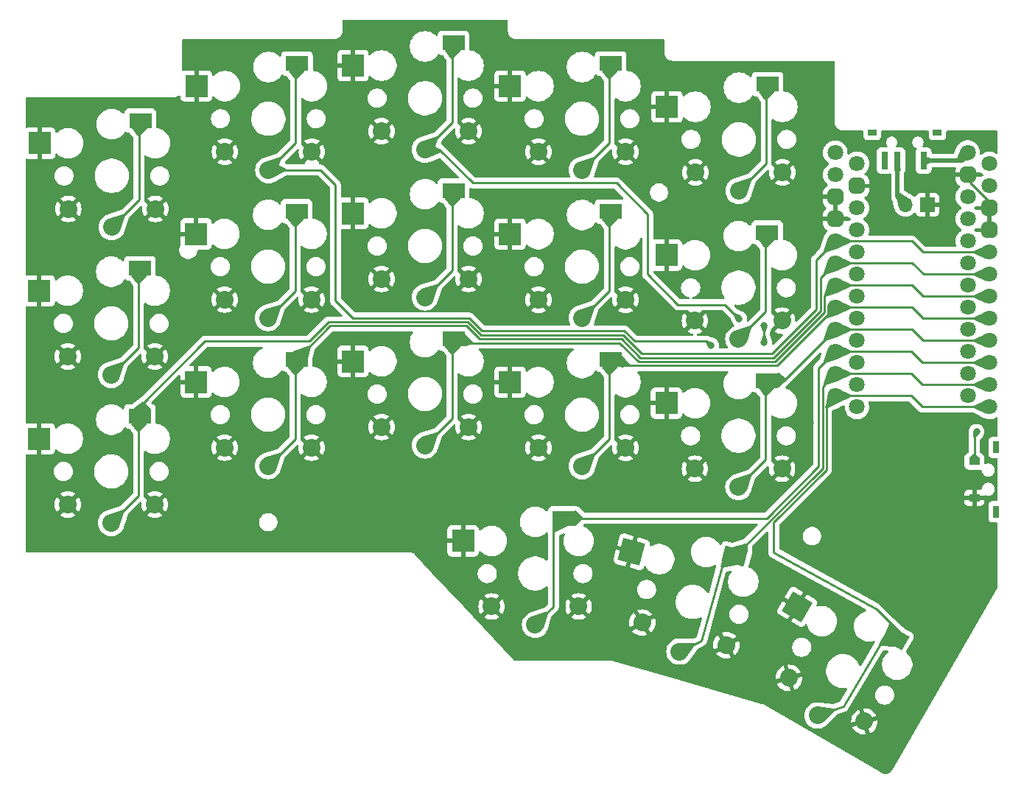
<source format=gbr>
%TF.GenerationSoftware,KiCad,Pcbnew,8.0.4*%
%TF.CreationDate,2024-09-02T16:23:25+07:00*%
%TF.ProjectId,cc36,63633336-2e6b-4696-9361-645f70636258,rev?*%
%TF.SameCoordinates,Original*%
%TF.FileFunction,Copper,L1,Top*%
%TF.FilePolarity,Positive*%
%FSLAX46Y46*%
G04 Gerber Fmt 4.6, Leading zero omitted, Abs format (unit mm)*
G04 Created by KiCad (PCBNEW 8.0.4) date 2024-09-02 16:23:25*
%MOMM*%
%LPD*%
G01*
G04 APERTURE LIST*
G04 Aperture macros list*
%AMRoundRect*
0 Rectangle with rounded corners*
0 $1 Rounding radius*
0 $2 $3 $4 $5 $6 $7 $8 $9 X,Y pos of 4 corners*
0 Add a 4 corners polygon primitive as box body*
4,1,4,$2,$3,$4,$5,$6,$7,$8,$9,$2,$3,0*
0 Add four circle primitives for the rounded corners*
1,1,$1+$1,$2,$3*
1,1,$1+$1,$4,$5*
1,1,$1+$1,$6,$7*
1,1,$1+$1,$8,$9*
0 Add four rect primitives between the rounded corners*
20,1,$1+$1,$2,$3,$4,$5,0*
20,1,$1+$1,$4,$5,$6,$7,0*
20,1,$1+$1,$6,$7,$8,$9,0*
20,1,$1+$1,$8,$9,$2,$3,0*%
%AMRotRect*
0 Rectangle, with rotation*
0 The origin of the aperture is its center*
0 $1 length*
0 $2 width*
0 $3 Rotation angle, in degrees counterclockwise*
0 Add horizontal line*
21,1,$1,$2,0,0,$3*%
G04 Aperture macros list end*
%TA.AperFunction,ComponentPad*%
%ADD10C,2.032000*%
%TD*%
%TA.AperFunction,SMDPad,CuDef*%
%ADD11R,2.625000X1.800000*%
%TD*%
%TA.AperFunction,SMDPad,CuDef*%
%ADD12R,2.600000X2.600000*%
%TD*%
%TA.AperFunction,SMDPad,CuDef*%
%ADD13RotRect,2.600000X2.600000X330.000000*%
%TD*%
%TA.AperFunction,SMDPad,CuDef*%
%ADD14RotRect,2.625000X1.800000X330.000000*%
%TD*%
%TA.AperFunction,SMDPad,CuDef*%
%ADD15RotRect,2.625000X1.800000X345.000000*%
%TD*%
%TA.AperFunction,SMDPad,CuDef*%
%ADD16RotRect,2.600000X2.600000X345.000000*%
%TD*%
%TA.AperFunction,ComponentPad*%
%ADD17C,1.800000*%
%TD*%
%TA.AperFunction,ComponentPad*%
%ADD18RoundRect,0.450000X0.450000X0.450000X-0.450000X0.450000X-0.450000X-0.450000X0.450000X-0.450000X0*%
%TD*%
%TA.AperFunction,SMDPad,CuDef*%
%ADD19R,0.800000X1.450000*%
%TD*%
%TA.AperFunction,SMDPad,CuDef*%
%ADD20R,1.270000X0.900000*%
%TD*%
%TA.AperFunction,ComponentPad*%
%ADD21O,1.700000X1.700000*%
%TD*%
%TA.AperFunction,ComponentPad*%
%ADD22R,1.700000X1.700000*%
%TD*%
%TA.AperFunction,ComponentPad*%
%ADD23RoundRect,0.450000X-0.450000X-0.450000X0.450000X-0.450000X0.450000X0.450000X-0.450000X0.450000X0*%
%TD*%
%TA.AperFunction,SMDPad,CuDef*%
%ADD24R,1.000000X0.800000*%
%TD*%
%TA.AperFunction,SMDPad,CuDef*%
%ADD25R,0.800000X2.000000*%
%TD*%
%TA.AperFunction,ViaPad*%
%ADD26C,0.800000*%
%TD*%
%TA.AperFunction,Conductor*%
%ADD27C,0.250000*%
%TD*%
%TA.AperFunction,Conductor*%
%ADD28C,0.500000*%
%TD*%
G04 APERTURE END LIST*
D10*
%TO.P,SW12,1,1*%
%TO.N,Switch12*%
X157940000Y-84340000D03*
D11*
X161227500Y-72090000D03*
D12*
%TO.P,SW12,2,2*%
%TO.N,gnd*%
X149665000Y-74690000D03*
D10*
X152940000Y-82240000D03*
X162940000Y-82240000D03*
%TD*%
%TO.P,SW10,1,1*%
%TO.N,Switch10*%
X121910000Y-79540000D03*
D11*
X125197500Y-67290000D03*
D12*
%TO.P,SW10,2,2*%
%TO.N,gnd*%
X113635000Y-69890000D03*
D10*
X116910000Y-77440000D03*
X126910000Y-77440000D03*
%TD*%
%TO.P,SW18,1,1*%
%TO.N,Switch18*%
X157940000Y-101358000D03*
D11*
X161227500Y-89107999D03*
D12*
%TO.P,SW18,2,2*%
%TO.N,gnd*%
X149665000Y-91708000D03*
D10*
X152940000Y-99258000D03*
X162940000Y-99258000D03*
%TD*%
%TO.P,SW15,1,1*%
%TO.N,Switch15*%
X103870000Y-98928000D03*
D11*
X107157500Y-86678000D03*
D12*
%TO.P,SW15,2,2*%
%TO.N,gnd*%
X95595000Y-89278000D03*
D10*
X98870000Y-96828000D03*
X108870000Y-96828000D03*
%TD*%
%TO.P,SW21,2,2*%
%TO.N,gnd*%
X172400127Y-128301348D03*
X163739873Y-123301349D03*
D13*
X164678640Y-115125356D03*
D14*
%TO.P,SW21,1,1*%
%TO.N,Switch21*%
X175992059Y-118654940D03*
D10*
X167020000Y-127620000D03*
%TD*%
%TO.P,SW20,1,1*%
%TO.N,Switch20*%
X151160000Y-120260000D03*
D15*
X157506014Y-109278277D03*
D16*
%TO.P,SW20,2,2*%
%TO.N,gnd*%
X145664567Y-108797089D03*
D10*
X146873890Y-116937461D03*
X156533149Y-119525651D03*
%TD*%
%TO.P,SW19,1,1*%
%TO.N,Switch19*%
X134570000Y-117190000D03*
D11*
X137857500Y-104939999D03*
D12*
%TO.P,SW19,2,2*%
%TO.N,gnd*%
X126295000Y-107540000D03*
D10*
X129570000Y-115090000D03*
X139570000Y-115090000D03*
%TD*%
%TO.P,SW17,1,1*%
%TO.N,Switch17*%
X139954000Y-98950000D03*
D11*
X143241500Y-86700000D03*
D12*
%TO.P,SW17,2,2*%
%TO.N,gnd*%
X131679000Y-89300000D03*
D10*
X134954000Y-96850000D03*
X144954000Y-96850000D03*
%TD*%
%TO.P,SW16,1,1*%
%TO.N,Switch16*%
X121910000Y-96558000D03*
D11*
X125197500Y-84308000D03*
D12*
%TO.P,SW16,2,2*%
%TO.N,gnd*%
X113635000Y-86908000D03*
D10*
X116910000Y-94458000D03*
X126910000Y-94458000D03*
%TD*%
%TO.P,SW14,1,1*%
%TO.N,Switch14*%
X85852000Y-105468000D03*
D11*
X89139500Y-93218000D03*
D12*
%TO.P,SW14,2,2*%
%TO.N,gnd*%
X77577000Y-95818000D03*
D10*
X80852000Y-103368000D03*
X90852000Y-103368000D03*
%TD*%
%TO.P,SW11,1,1*%
%TO.N,Switch11*%
X139954000Y-81932000D03*
D11*
X143241500Y-69682000D03*
D12*
%TO.P,SW11,2,2*%
%TO.N,gnd*%
X131679000Y-72282000D03*
D10*
X134954000Y-79832000D03*
X144954000Y-79832000D03*
%TD*%
%TO.P,SW9,1,1*%
%TO.N,Switch9*%
X103870000Y-81910000D03*
D11*
X107157500Y-69660000D03*
D12*
%TO.P,SW9,2,2*%
%TO.N,gnd*%
X95595000Y-72260000D03*
D10*
X98870000Y-79810000D03*
X108870000Y-79810000D03*
%TD*%
%TO.P,SW8,1,1*%
%TO.N,Switch8*%
X85852000Y-88450000D03*
D11*
X89139500Y-76200000D03*
D12*
%TO.P,SW8,2,2*%
%TO.N,gnd*%
X77577000Y-78800000D03*
D10*
X80852000Y-86350000D03*
X90852000Y-86350000D03*
%TD*%
%TO.P,SW6,1,1*%
%TO.N,Switch6*%
X157988000Y-67300000D03*
D11*
X161275500Y-55050000D03*
D12*
%TO.P,SW6,2,2*%
%TO.N,gnd*%
X149713000Y-57650000D03*
D10*
X152988000Y-65200000D03*
X162988000Y-65200000D03*
%TD*%
%TO.P,SW5,1,1*%
%TO.N,Switch5*%
X139954000Y-64920000D03*
D11*
X143241500Y-52670000D03*
D12*
%TO.P,SW5,2,2*%
%TO.N,gnd*%
X131679000Y-55270000D03*
D10*
X134954000Y-62820000D03*
X144954000Y-62820000D03*
%TD*%
%TO.P,SW4,1,1*%
%TO.N,Switch4*%
X121910000Y-62560000D03*
D11*
X125197500Y-50310000D03*
D12*
%TO.P,SW4,2,2*%
%TO.N,gnd*%
X113635000Y-52910000D03*
D10*
X116910000Y-60460000D03*
X126910000Y-60460000D03*
%TD*%
%TO.P,SW3,1,1*%
%TO.N,Switch3*%
X103910000Y-64920000D03*
D11*
X107197500Y-52670000D03*
D12*
%TO.P,SW3,2,2*%
%TO.N,gnd*%
X95635000Y-55270000D03*
D10*
X98910000Y-62820000D03*
X108910000Y-62820000D03*
%TD*%
%TO.P,SW2,1,1*%
%TO.N,Switch2*%
X85910000Y-71480000D03*
D11*
X89197500Y-59230000D03*
D12*
%TO.P,SW2,2,2*%
%TO.N,gnd*%
X77635000Y-61830000D03*
D10*
X80910000Y-69380000D03*
X90910000Y-69380000D03*
%TD*%
D17*
%TO.P,U1,1,P0.06*%
%TO.N,Switch6*%
X169060000Y-62920000D03*
%TO.P,U1,2,P0.08*%
%TO.N,Switch5*%
X169060000Y-65460000D03*
D18*
%TO.P,U1,3,GND*%
%TO.N,gnd*%
X169060000Y-68000000D03*
%TO.P,U1,4,GND*%
X169060000Y-70540000D03*
D17*
%TO.P,U1,5,P0.17*%
%TO.N,Switch14*%
X169060000Y-73080000D03*
%TO.P,U1,6,P0.20*%
%TO.N,Switch15*%
X169060000Y-75620000D03*
%TO.P,U1,7,P0.22*%
%TO.N,Switch16*%
X169060000Y-78160000D03*
%TO.P,U1,8,P0.24*%
%TO.N,Switch17*%
X169060000Y-80700000D03*
%TO.P,U1,9,P1.00*%
%TO.N,Switch18*%
X169060000Y-83240000D03*
%TO.P,U1,10,P0.11*%
%TO.N,Switch19*%
X169060000Y-85780000D03*
%TO.P,U1,11,P1.04-LF*%
%TO.N,Switch20*%
X169060000Y-88320000D03*
%TO.P,U1,12,P1.06-LF*%
%TO.N,Switch21*%
X169060000Y-90860000D03*
%TO.P,U1,13,P0.09-LF*%
%TO.N,Switch8*%
X184300000Y-90860000D03*
%TO.P,U1,14,P0.10-LF*%
%TO.N,Switch9*%
X184300000Y-88320000D03*
%TO.P,U1,15,P1.11-LF*%
%TO.N,Switch10*%
X184300000Y-85780000D03*
%TO.P,U1,16,P1.13-LF*%
%TO.N,Switch11*%
X184300000Y-83240000D03*
%TO.P,U1,17,P1.15-LF*%
%TO.N,Switch3*%
X184300000Y-80700000D03*
%TO.P,U1,18,P0.02-LF*%
%TO.N,Switch4*%
X184300000Y-78160000D03*
%TO.P,U1,19,P0.29-LF*%
%TO.N,Switch12*%
X184300000Y-75620000D03*
%TO.P,U1,20,P0.31-LF*%
%TO.N,Switch2*%
X184300000Y-73080000D03*
%TO.P,U1,21,3V3*%
%TO.N,unconnected-(U1-3V3-Pad21)*%
X184300000Y-70540000D03*
%TO.P,U1,22,RST*%
%TO.N,reset*%
X184300000Y-68000000D03*
D18*
%TO.P,U1,23,GND*%
%TO.N,gnd*%
X184300000Y-65460000D03*
D17*
%TO.P,U1,24,BAT+*%
%TO.N,+BATT*%
X184280000Y-62890000D03*
%TD*%
D19*
%TO.P,SW_RST1,4*%
%TO.N,N/C*%
X187550000Y-96799999D03*
%TO.P,SW_RST1,3*%
X187550000Y-104200001D03*
D20*
%TO.P,SW_RST1,2,2*%
%TO.N,reset*%
X185050000Y-98400000D03*
%TO.P,SW_RST1,1,1*%
%TO.N,gnd*%
X185050000Y-102600000D03*
%TD*%
D21*
%TO.P,BT1,1,+*%
%TO.N,Net-(BT1-+)*%
X177129999Y-68900000D03*
D22*
%TO.P,BT1,2,-*%
%TO.N,gnd*%
X179670001Y-68900000D03*
%TD*%
D17*
%TO.P,U2,24,BAT+*%
%TO.N,+BATT*%
X171570000Y-64180000D03*
D23*
%TO.P,U2,23,GND*%
%TO.N,gnd*%
X171550000Y-66750000D03*
D17*
%TO.P,U2,22,RST*%
%TO.N,reset*%
X171550000Y-69290000D03*
%TO.P,U2,21,3V3*%
%TO.N,unconnected-(U2-3V3-Pad21)*%
X171550000Y-71830000D03*
%TO.P,U2,20,P0.31-LF*%
%TO.N,Switch2*%
X171550000Y-74370000D03*
%TO.P,U2,19,P0.29-LF*%
%TO.N,Switch12*%
X171550000Y-76910000D03*
%TO.P,U2,18,P0.02-LF*%
%TO.N,Switch4*%
X171550000Y-79450000D03*
%TO.P,U2,17,P1.15-LF*%
%TO.N,Switch3*%
X171550000Y-81990000D03*
%TO.P,U2,16,P1.13-LF*%
%TO.N,Switch11*%
X171550000Y-84530000D03*
%TO.P,U2,15,P1.11-LF*%
%TO.N,Switch10*%
X171550000Y-87070000D03*
%TO.P,U2,14,P0.10-LF*%
%TO.N,Switch9*%
X171550000Y-89610000D03*
%TO.P,U2,13,P0.09-LF*%
%TO.N,Switch8*%
X171550000Y-92150000D03*
%TO.P,U2,12,P1.06-LF*%
%TO.N,Switch21*%
X186790000Y-92150000D03*
%TO.P,U2,11,P1.04-LF*%
%TO.N,Switch20*%
X186790000Y-89610000D03*
%TO.P,U2,10,P0.11*%
%TO.N,Switch19*%
X186790000Y-87070000D03*
%TO.P,U2,9,P1.00*%
%TO.N,Switch18*%
X186790000Y-84530000D03*
%TO.P,U2,8,P0.24*%
%TO.N,Switch17*%
X186790000Y-81990000D03*
%TO.P,U2,7,P0.22*%
%TO.N,Switch16*%
X186790000Y-79450000D03*
%TO.P,U2,6,P0.20*%
%TO.N,Switch15*%
X186790000Y-76910000D03*
%TO.P,U2,5,P0.17*%
%TO.N,Switch14*%
X186790000Y-74370000D03*
D23*
%TO.P,U2,4,GND*%
%TO.N,gnd*%
X186790000Y-71830000D03*
%TO.P,U2,3,GND*%
X186790000Y-69290000D03*
D17*
%TO.P,U2,2,P0.08*%
%TO.N,Switch5*%
X186790000Y-66750000D03*
%TO.P,U2,1,P0.06*%
%TO.N,Switch6*%
X186790000Y-64210000D03*
%TD*%
D24*
%TO.P,SW_POWER1,GND*%
%TO.N,N/C*%
X173300000Y-60600000D03*
X180800000Y-60600000D03*
D25*
%TO.P,SW_POWER1,COM,COM*%
%TO.N,Net-(BT1-+)*%
X176227000Y-63825001D03*
%TO.P,SW_POWER1,2,2*%
%TO.N,+BATT*%
X179227000Y-63825001D03*
%TO.P,SW_POWER1,1,1*%
%TO.N,unconnected-(SW_POWER1-Pad1)*%
X174727000Y-63825001D03*
%TD*%
D26*
%TO.N,gnd*%
X166200000Y-94000000D03*
%TO.N,Switch4*%
X160900000Y-84700000D03*
X160900000Y-82800000D03*
X158000000Y-82000000D03*
%TO.N,Switch3*%
X154800000Y-85100000D03*
%TO.N,reset*%
X185300000Y-95000000D03*
%TD*%
D27*
%TO.N,gnd*%
X166200000Y-94000000D02*
X166200000Y-95998000D01*
X166200000Y-95998000D02*
X162940000Y-99258000D01*
%TO.N,Switch4*%
X158000000Y-82000000D02*
X156387461Y-80387461D01*
X156387461Y-80387461D02*
X150987461Y-80387461D01*
X150987461Y-80387461D02*
X147500000Y-76900000D01*
X147500000Y-76900000D02*
X147500000Y-70000000D01*
X147500000Y-70000000D02*
X143900000Y-66400000D01*
X143900000Y-66400000D02*
X127400000Y-66400000D01*
X127400000Y-66400000D02*
X123560000Y-62560000D01*
X123560000Y-62560000D02*
X121910000Y-62560000D01*
X160900000Y-84700000D02*
X160900000Y-82800000D01*
%TO.N,Switch3*%
X154800000Y-85100000D02*
X154298231Y-84598231D01*
X146007419Y-84598231D02*
X144809188Y-83400000D01*
X154298231Y-84598231D02*
X146007419Y-84598231D01*
X144809188Y-83400000D02*
X128472792Y-83400000D01*
X111600000Y-79900000D02*
X111600000Y-66600000D01*
X128472792Y-83400000D02*
X127005792Y-81933000D01*
X113633000Y-81933000D02*
X111600000Y-79900000D01*
X127005792Y-81933000D02*
X113633000Y-81933000D01*
X111600000Y-66600000D02*
X109920000Y-64920000D01*
X109920000Y-64920000D02*
X103910000Y-64920000D01*
%TO.N,Switch16*%
X125197500Y-84308000D02*
X125689500Y-84800000D01*
X167835000Y-81288604D02*
X167835000Y-79385000D01*
X125689500Y-84800000D02*
X144300000Y-84800000D01*
X144300000Y-84800000D02*
X146450000Y-86950000D01*
X146450000Y-86950000D02*
X162173604Y-86950000D01*
X162173604Y-86950000D02*
X167835000Y-81288604D01*
X167835000Y-79385000D02*
X169060000Y-78160000D01*
%TO.N,Switch14*%
X89139500Y-93218000D02*
X89139500Y-92068000D01*
X96607500Y-84600000D02*
X108599104Y-84600000D01*
X89139500Y-92068000D02*
X96607500Y-84600000D01*
X108599104Y-84600000D02*
X110816104Y-82383000D01*
X128336396Y-83900000D02*
X144672792Y-83900000D01*
X110816104Y-82383000D02*
X126819396Y-82383000D01*
X126819396Y-82383000D02*
X128336396Y-83900000D01*
X144672792Y-83900000D02*
X146822792Y-86050000D01*
X146822792Y-86050000D02*
X161800812Y-86050000D01*
X161800812Y-86050000D02*
X166900000Y-80950812D01*
X166900000Y-80950812D02*
X166900000Y-75240000D01*
X166900000Y-75240000D02*
X169060000Y-73080000D01*
%TO.N,Switch15*%
X107157500Y-86678000D02*
X111002500Y-82833000D01*
X167385000Y-81102208D02*
X167385000Y-77295000D01*
X111002500Y-82833000D02*
X126633000Y-82833000D01*
X126633000Y-82833000D02*
X128150000Y-84350000D01*
X128150000Y-84350000D02*
X144486396Y-84350000D01*
X144486396Y-84350000D02*
X146636396Y-86500000D01*
X146636396Y-86500000D02*
X161987208Y-86500000D01*
X167385000Y-77295000D02*
X169060000Y-75620000D01*
X161987208Y-86500000D02*
X167385000Y-81102208D01*
%TO.N,Switch17*%
X143241500Y-86700000D02*
X143941500Y-87400000D01*
X143941500Y-87400000D02*
X162360000Y-87400000D01*
X162360000Y-87400000D02*
X169060000Y-80700000D01*
%TO.N,Switch21*%
X162000000Y-108900000D02*
X173776350Y-115400000D01*
X175992059Y-118654940D02*
X175992059Y-117615709D01*
X175992059Y-117615709D02*
X173776350Y-115400000D01*
X162000000Y-108900000D02*
X162000000Y-105420687D01*
X162000000Y-105420687D02*
X168050000Y-99370687D01*
X168050000Y-99370687D02*
X168050000Y-91870000D01*
X168050000Y-91870000D02*
X169060000Y-90860000D01*
%TO.N,Switch18*%
X161227500Y-89107999D02*
X163192001Y-89107999D01*
X163192001Y-89107999D02*
X169060000Y-83240000D01*
%TO.N,Switch19*%
X137857500Y-104939999D02*
X161207896Y-104939999D01*
X161207896Y-104939999D02*
X167150000Y-98997895D01*
X167150000Y-98997895D02*
X167150000Y-87690000D01*
X167150000Y-87690000D02*
X169060000Y-85780000D01*
%TO.N,Switch20*%
X157506014Y-109278277D02*
X167600000Y-99184291D01*
X167600000Y-99184291D02*
X167600000Y-89780000D01*
X167600000Y-89780000D02*
X169060000Y-88320000D01*
%TO.N,Switch21*%
X174400000Y-119100000D02*
X170000000Y-126600000D01*
X175992059Y-118654940D02*
X174400000Y-119100000D01*
X170000000Y-126600000D02*
X167020000Y-127620000D01*
%TO.N,Switch20*%
X156100000Y-110200000D02*
X153700000Y-119000000D01*
X153700000Y-119000000D02*
X151160000Y-120260000D01*
X157506014Y-109278277D02*
X156100000Y-110200000D01*
%TO.N,Switch18*%
X157940000Y-101358000D02*
X161064999Y-98233001D01*
X161064999Y-98233001D02*
X161064999Y-89270500D01*
X161064999Y-89270500D02*
X161227500Y-89107999D01*
%TO.N,reset*%
X185300000Y-95000000D02*
X185050000Y-95250000D01*
X185050000Y-95250000D02*
X185050000Y-98400000D01*
%TO.N,Switch21*%
X186790000Y-92150000D02*
X179050000Y-92150000D01*
X177760000Y-90860000D02*
X169060000Y-90860000D01*
X179050000Y-92150000D02*
X177760000Y-90860000D01*
%TO.N,Switch20*%
X186790000Y-89610000D02*
X179060000Y-89610000D01*
X179060000Y-89610000D02*
X177770000Y-88320000D01*
X177770000Y-88320000D02*
X169060000Y-88320000D01*
%TO.N,Switch19*%
X186790000Y-87070000D02*
X179070000Y-87070000D01*
X179070000Y-87070000D02*
X177780000Y-85780000D01*
X177780000Y-85780000D02*
X169060000Y-85780000D01*
%TO.N,Switch18*%
X186790000Y-84530000D02*
X179130000Y-84530000D01*
X179130000Y-84530000D02*
X177840000Y-83240000D01*
X177840000Y-83240000D02*
X169060000Y-83240000D01*
%TO.N,Switch16*%
X186790000Y-79450000D02*
X179150000Y-79450000D01*
X179150000Y-79450000D02*
X177860000Y-78160000D01*
X177860000Y-78160000D02*
X169060000Y-78160000D01*
%TO.N,Switch17*%
X186790000Y-81990000D02*
X179190000Y-81990000D01*
X179190000Y-81990000D02*
X177900000Y-80700000D01*
X177900000Y-80700000D02*
X169060000Y-80700000D01*
%TO.N,Switch15*%
X186790000Y-76910000D02*
X179210000Y-76910000D01*
X179210000Y-76910000D02*
X177920000Y-75620000D01*
X177920000Y-75620000D02*
X169060000Y-75620000D01*
%TO.N,Switch14*%
X186790000Y-74370000D02*
X179170000Y-74370000D01*
X177880000Y-73080000D02*
X169060000Y-73080000D01*
X179170000Y-74370000D02*
X177880000Y-73080000D01*
%TO.N,gnd*%
X186790000Y-69410000D02*
X186785000Y-69405000D01*
X186785000Y-69405000D02*
X186785000Y-68597412D01*
X184540000Y-66352412D02*
X184540000Y-65550000D01*
X186785000Y-68597412D02*
X184540000Y-66352412D01*
D28*
%TO.N,+BATT*%
X179227000Y-63825001D02*
X183674999Y-63825001D01*
X183674999Y-63825001D02*
X184520000Y-62980000D01*
%TO.N,Net-(BT1-+)*%
X176227000Y-63825001D02*
X176227000Y-67997001D01*
X176227000Y-67997001D02*
X177129999Y-68900000D01*
D27*
%TO.N,Switch12*%
X157940000Y-84340000D02*
X161065000Y-81215000D01*
X161065000Y-81215000D02*
X161065000Y-72252500D01*
X161065000Y-72252500D02*
X161227500Y-72090000D01*
%TO.N,Switch6*%
X161275500Y-55050000D02*
X161113000Y-55212500D01*
X161113000Y-55212500D02*
X161113000Y-64175000D01*
X161113000Y-64175000D02*
X157988000Y-67300000D01*
%TO.N,Switch11*%
X143241500Y-69682000D02*
X143079000Y-69844500D01*
X143079000Y-69844500D02*
X143079000Y-78807000D01*
X143079000Y-78807000D02*
X139954000Y-81932000D01*
%TO.N,Switch10*%
X125197500Y-67290000D02*
X125035000Y-67452500D01*
X125035000Y-76415000D02*
X121910000Y-79540000D01*
X125035000Y-67452500D02*
X125035000Y-76415000D01*
%TO.N,Switch5*%
X143241500Y-52670000D02*
X143079000Y-52832500D01*
X143079000Y-52832500D02*
X143079000Y-61795000D01*
X143079000Y-61795000D02*
X139954000Y-64920000D01*
%TO.N,Switch4*%
X125197500Y-50310000D02*
X125035000Y-50472500D01*
X125035000Y-50472500D02*
X125035000Y-59435000D01*
X125035000Y-59435000D02*
X121910000Y-62560000D01*
%TO.N,Switch9*%
X107157500Y-69660000D02*
X106995000Y-69822500D01*
X106995000Y-69822500D02*
X106995000Y-78785000D01*
X106995000Y-78785000D02*
X103870000Y-81910000D01*
%TO.N,Switch3*%
X107197500Y-52670000D02*
X107035000Y-52832500D01*
X107035000Y-52832500D02*
X107035000Y-61795000D01*
X107035000Y-61795000D02*
X103910000Y-64920000D01*
%TO.N,Switch2*%
X89197500Y-59230000D02*
X89035000Y-59392500D01*
X89035000Y-59392500D02*
X89035000Y-68355000D01*
X89035000Y-68355000D02*
X85910000Y-71480000D01*
%TO.N,Switch8*%
X89139500Y-76200000D02*
X88977000Y-76362500D01*
X88977000Y-85325000D02*
X85852000Y-88450000D01*
X88977000Y-76362500D02*
X88977000Y-85325000D01*
%TO.N,Switch14*%
X89139500Y-93218000D02*
X88977000Y-93380500D01*
X88977000Y-93380500D02*
X88977000Y-102343000D01*
X88977000Y-102343000D02*
X85852000Y-105468000D01*
%TO.N,Switch15*%
X107157500Y-86678000D02*
X106995000Y-86840500D01*
X106995000Y-86840500D02*
X106995000Y-95803000D01*
X106995000Y-95803000D02*
X103870000Y-98928000D01*
%TO.N,Switch16*%
X125197500Y-84308000D02*
X125035000Y-84470500D01*
X125035000Y-84470500D02*
X125035000Y-93433000D01*
X125035000Y-93433000D02*
X121910000Y-96558000D01*
%TO.N,Switch17*%
X143241500Y-86700000D02*
X143079000Y-86862500D01*
X143079000Y-86862500D02*
X143079000Y-95825000D01*
X143079000Y-95825000D02*
X139954000Y-98950000D01*
%TO.N,Switch19*%
X137857500Y-104939999D02*
X136659500Y-106137999D01*
X136659500Y-106137999D02*
X136659500Y-115100500D01*
X136659500Y-115100500D02*
X134570000Y-117190000D01*
%TD*%
%TA.AperFunction,Conductor*%
%TO.N,gnd*%
G36*
X131356539Y-47642185D02*
G01*
X131402294Y-47694989D01*
X131413500Y-47746500D01*
X131413500Y-48959534D01*
X131443898Y-49131937D01*
X131503775Y-49296446D01*
X131591309Y-49448057D01*
X131703836Y-49582163D01*
X131837942Y-49694690D01*
X131837943Y-49694691D01*
X131837945Y-49694692D01*
X131989555Y-49782225D01*
X132154062Y-49842101D01*
X132326468Y-49872500D01*
X132348108Y-49872500D01*
X149299500Y-49872500D01*
X149366539Y-49892185D01*
X149412294Y-49944989D01*
X149423500Y-49996500D01*
X149423500Y-51459534D01*
X149453898Y-51631937D01*
X149513775Y-51796446D01*
X149601309Y-51948057D01*
X149713836Y-52082163D01*
X149847942Y-52194690D01*
X149847943Y-52194691D01*
X149847945Y-52194692D01*
X149999555Y-52282225D01*
X150164062Y-52342101D01*
X150336468Y-52372500D01*
X150350017Y-52372500D01*
X150350870Y-52372555D01*
X150358483Y-52372549D01*
X150358486Y-52372550D01*
X150424686Y-52372500D01*
X150424761Y-52372500D01*
X150497659Y-52372500D01*
X150498488Y-52372443D01*
X168873266Y-52358580D01*
X168940319Y-52378214D01*
X168986113Y-52430983D01*
X168997358Y-52482542D01*
X168999511Y-59429014D01*
X168999483Y-59431674D01*
X168998750Y-59466294D01*
X168998750Y-59466295D01*
X169024458Y-59633864D01*
X169024924Y-59636899D01*
X169030334Y-59652984D01*
X169058764Y-59737514D01*
X169079947Y-59800494D01*
X169162191Y-59952241D01*
X169269224Y-60087648D01*
X169269226Y-60087650D01*
X169269228Y-60087652D01*
X169397871Y-60202704D01*
X169397879Y-60202711D01*
X169544340Y-60294018D01*
X169544346Y-60294020D01*
X169544347Y-60294021D01*
X169704298Y-60358882D01*
X169872997Y-60395371D01*
X169890200Y-60396053D01*
X169905655Y-60398401D01*
X169905689Y-60398147D01*
X169913748Y-60399208D01*
X169913751Y-60399208D01*
X169966890Y-60399208D01*
X169971946Y-60399311D01*
X169973184Y-60399361D01*
X170025067Y-60401479D01*
X170025071Y-60401477D01*
X170025072Y-60401478D01*
X170033165Y-60400748D01*
X170033183Y-60400955D01*
X170048934Y-60399208D01*
X172175500Y-60399208D01*
X172242539Y-60418893D01*
X172288294Y-60471697D01*
X172299500Y-60523208D01*
X172299500Y-61047870D01*
X172299501Y-61047876D01*
X172305908Y-61107483D01*
X172356202Y-61242328D01*
X172356206Y-61242335D01*
X172442452Y-61357544D01*
X172442455Y-61357547D01*
X172557664Y-61443793D01*
X172557671Y-61443797D01*
X172692517Y-61494091D01*
X172692516Y-61494091D01*
X172699444Y-61494835D01*
X172752127Y-61500500D01*
X173847872Y-61500499D01*
X173907483Y-61494091D01*
X174042331Y-61443796D01*
X174157546Y-61357546D01*
X174243796Y-61242331D01*
X174294091Y-61107483D01*
X174300500Y-61047873D01*
X174300499Y-60523207D01*
X174320183Y-60456169D01*
X174372987Y-60410414D01*
X174424499Y-60399208D01*
X179675500Y-60399208D01*
X179742539Y-60418893D01*
X179788294Y-60471697D01*
X179799500Y-60523208D01*
X179799500Y-61047870D01*
X179799501Y-61047876D01*
X179805908Y-61107483D01*
X179856202Y-61242328D01*
X179856206Y-61242335D01*
X179942452Y-61357544D01*
X179942455Y-61357547D01*
X180057664Y-61443793D01*
X180057671Y-61443797D01*
X180192517Y-61494091D01*
X180192516Y-61494091D01*
X180199444Y-61494835D01*
X180252127Y-61500500D01*
X181347872Y-61500499D01*
X181407483Y-61494091D01*
X181542331Y-61443796D01*
X181657546Y-61357546D01*
X181743796Y-61242331D01*
X181794091Y-61107483D01*
X181800500Y-61047873D01*
X181800499Y-60523207D01*
X181820183Y-60456169D01*
X181872987Y-60410414D01*
X181924499Y-60399208D01*
X187604653Y-60399208D01*
X187671692Y-60418893D01*
X187714048Y-60464825D01*
X187717716Y-60471697D01*
X187720621Y-60477140D01*
X187733572Y-60515345D01*
X187737844Y-60541250D01*
X187739496Y-60561463D01*
X187738799Y-62922972D01*
X187719095Y-62990005D01*
X187666277Y-63035745D01*
X187597116Y-63045668D01*
X187555782Y-63031990D01*
X187354509Y-62923067D01*
X187354506Y-62923066D01*
X187354503Y-62923064D01*
X187354497Y-62923062D01*
X187354495Y-62923061D01*
X187134984Y-62847702D01*
X186955201Y-62817702D01*
X186906049Y-62809500D01*
X186673951Y-62809500D01*
X186628164Y-62817140D01*
X186445015Y-62847702D01*
X186225504Y-62923061D01*
X186225495Y-62923064D01*
X186021372Y-63033531D01*
X185872501Y-63149402D01*
X185807507Y-63175044D01*
X185738967Y-63161477D01*
X185688642Y-63113009D01*
X185672511Y-63045027D01*
X185672763Y-63041308D01*
X185685300Y-62890006D01*
X185685300Y-62889993D01*
X185666135Y-62658702D01*
X185666133Y-62658691D01*
X185609157Y-62433699D01*
X185515924Y-62221151D01*
X185388983Y-62026852D01*
X185388980Y-62026849D01*
X185388979Y-62026847D01*
X185231784Y-61856087D01*
X185231779Y-61856083D01*
X185231777Y-61856081D01*
X185048634Y-61713535D01*
X185048628Y-61713531D01*
X184844504Y-61603064D01*
X184844495Y-61603061D01*
X184624984Y-61527702D01*
X184423561Y-61494091D01*
X184396049Y-61489500D01*
X184163951Y-61489500D01*
X184136439Y-61494091D01*
X183935015Y-61527702D01*
X183715504Y-61603061D01*
X183715495Y-61603064D01*
X183511371Y-61713531D01*
X183511365Y-61713535D01*
X183328222Y-61856081D01*
X183328219Y-61856084D01*
X183328216Y-61856086D01*
X183328216Y-61856087D01*
X183274223Y-61914739D01*
X183171016Y-62026852D01*
X183044079Y-62221145D01*
X183044074Y-62221153D01*
X183000488Y-62320518D01*
X182992958Y-62335008D01*
X182978851Y-62358268D01*
X182706111Y-62999063D01*
X182661744Y-63053039D01*
X182595239Y-63074459D01*
X182592016Y-63074501D01*
X180251499Y-63074501D01*
X180184460Y-63054816D01*
X180138705Y-63002012D01*
X180127499Y-62950501D01*
X180127499Y-62777130D01*
X180127498Y-62777124D01*
X180127497Y-62777117D01*
X180121091Y-62717518D01*
X180113958Y-62698394D01*
X180070797Y-62582672D01*
X180070793Y-62582665D01*
X179984547Y-62467456D01*
X179984544Y-62467453D01*
X179869335Y-62381207D01*
X179869328Y-62381203D01*
X179734482Y-62330909D01*
X179734483Y-62330909D01*
X179674883Y-62324502D01*
X179674881Y-62324501D01*
X179674873Y-62324501D01*
X179674865Y-62324501D01*
X179163764Y-62324501D01*
X179096725Y-62304816D01*
X179050970Y-62252012D01*
X179041026Y-62182854D01*
X179060662Y-62131610D01*
X179126461Y-62033134D01*
X179126461Y-62033133D01*
X179126465Y-62033128D01*
X179175501Y-61914745D01*
X179190823Y-61837720D01*
X179200500Y-61789072D01*
X179200500Y-61660929D01*
X179175502Y-61535262D01*
X179175501Y-61535261D01*
X179175501Y-61535257D01*
X179126465Y-61416874D01*
X179126464Y-61416873D01*
X179126461Y-61416867D01*
X179055276Y-61310332D01*
X179055273Y-61310328D01*
X178964672Y-61219727D01*
X178964668Y-61219724D01*
X178858133Y-61148539D01*
X178858124Y-61148534D01*
X178739744Y-61099500D01*
X178739738Y-61099498D01*
X178614071Y-61074501D01*
X178614069Y-61074501D01*
X178485931Y-61074501D01*
X178485929Y-61074501D01*
X178360261Y-61099498D01*
X178360255Y-61099500D01*
X178241875Y-61148534D01*
X178241866Y-61148539D01*
X178135331Y-61219724D01*
X178135327Y-61219727D01*
X178044726Y-61310328D01*
X178044723Y-61310332D01*
X177973538Y-61416867D01*
X177973533Y-61416876D01*
X177924499Y-61535256D01*
X177924497Y-61535262D01*
X177899500Y-61660929D01*
X177899500Y-61660932D01*
X177899500Y-61789070D01*
X177899500Y-61789072D01*
X177899499Y-61789072D01*
X177924497Y-61914739D01*
X177924499Y-61914745D01*
X177973533Y-62033125D01*
X177973538Y-62033134D01*
X178044723Y-62139669D01*
X178044726Y-62139673D01*
X178135327Y-62230274D01*
X178135331Y-62230277D01*
X178241866Y-62301462D01*
X178241879Y-62301469D01*
X178302948Y-62326764D01*
X178360256Y-62350502D01*
X178360257Y-62350502D01*
X178362961Y-62351622D01*
X178417365Y-62395462D01*
X178439430Y-62461756D01*
X178422151Y-62529456D01*
X178414777Y-62540493D01*
X178383203Y-62582670D01*
X178383202Y-62582672D01*
X178332908Y-62717518D01*
X178326501Y-62777117D01*
X178326501Y-62777124D01*
X178326500Y-62777136D01*
X178326500Y-64872871D01*
X178326501Y-64872877D01*
X178332908Y-64932484D01*
X178383202Y-65067329D01*
X178383206Y-65067336D01*
X178469452Y-65182545D01*
X178469455Y-65182548D01*
X178584664Y-65268794D01*
X178584671Y-65268798D01*
X178719517Y-65319092D01*
X178719516Y-65319092D01*
X178725525Y-65319738D01*
X178779127Y-65325501D01*
X179674872Y-65325500D01*
X179734483Y-65319092D01*
X179869331Y-65268797D01*
X179984546Y-65182547D01*
X180070796Y-65067332D01*
X180121091Y-64932484D01*
X180127500Y-64872874D01*
X180127499Y-64699500D01*
X180147183Y-64632462D01*
X180199987Y-64586707D01*
X180251499Y-64575501D01*
X182821744Y-64575501D01*
X182888783Y-64595186D01*
X182934538Y-64647990D01*
X182944482Y-64717148D01*
X182940960Y-64733612D01*
X182910079Y-64841538D01*
X182910078Y-64841541D01*
X182900000Y-64954902D01*
X182900000Y-65210000D01*
X183866988Y-65210000D01*
X183834075Y-65267007D01*
X183800000Y-65394174D01*
X183800000Y-65525826D01*
X183834075Y-65652993D01*
X183866988Y-65710000D01*
X182900001Y-65710000D01*
X182900001Y-65965098D01*
X182910078Y-66078460D01*
X182963228Y-66264215D01*
X183052686Y-66435474D01*
X183174784Y-66585215D01*
X183324523Y-66707311D01*
X183366700Y-66729343D01*
X183417007Y-66777830D01*
X183433114Y-66845818D01*
X183409907Y-66911721D01*
X183385452Y-66937104D01*
X183348219Y-66966084D01*
X183348216Y-66966086D01*
X183348216Y-66966087D01*
X183335118Y-66980315D01*
X183191016Y-67136852D01*
X183064075Y-67331151D01*
X182970842Y-67543699D01*
X182913866Y-67768691D01*
X182913864Y-67768702D01*
X182894700Y-67999993D01*
X182894700Y-68000006D01*
X182913864Y-68231297D01*
X182913866Y-68231308D01*
X182970842Y-68456300D01*
X183064075Y-68668848D01*
X183191016Y-68863147D01*
X183191019Y-68863151D01*
X183191021Y-68863153D01*
X183348216Y-69033913D01*
X183348219Y-69033915D01*
X183348222Y-69033918D01*
X183525818Y-69172147D01*
X183566631Y-69228857D01*
X183570306Y-69298630D01*
X183535674Y-69359313D01*
X183525818Y-69367853D01*
X183348222Y-69506081D01*
X183348219Y-69506084D01*
X183348216Y-69506086D01*
X183348216Y-69506087D01*
X183334214Y-69521297D01*
X183191016Y-69676852D01*
X183064075Y-69871151D01*
X182970842Y-70083699D01*
X182913866Y-70308691D01*
X182913864Y-70308702D01*
X182894700Y-70539993D01*
X182894700Y-70540006D01*
X182913864Y-70771297D01*
X182913866Y-70771308D01*
X182970842Y-70996300D01*
X183064075Y-71208848D01*
X183191016Y-71403147D01*
X183191019Y-71403151D01*
X183191021Y-71403153D01*
X183348216Y-71573913D01*
X183348219Y-71573915D01*
X183348222Y-71573918D01*
X183525818Y-71712147D01*
X183566631Y-71768857D01*
X183570306Y-71838630D01*
X183535674Y-71899313D01*
X183525818Y-71907853D01*
X183348222Y-72046081D01*
X183348219Y-72046084D01*
X183348216Y-72046086D01*
X183348216Y-72046087D01*
X183338899Y-72056208D01*
X183191016Y-72216852D01*
X183064075Y-72411151D01*
X182970842Y-72623699D01*
X182913866Y-72848691D01*
X182913864Y-72848702D01*
X182894700Y-73079993D01*
X182894700Y-73080006D01*
X182913864Y-73311297D01*
X182913866Y-73311308D01*
X182968225Y-73525963D01*
X182970843Y-73536300D01*
X182985928Y-73570690D01*
X182994831Y-73639989D01*
X182964854Y-73703102D01*
X182905515Y-73739989D01*
X182872372Y-73744500D01*
X179480453Y-73744500D01*
X179413414Y-73724815D01*
X179392772Y-73708181D01*
X178372928Y-72688338D01*
X178372925Y-72688334D01*
X178372925Y-72688335D01*
X178365858Y-72681268D01*
X178365858Y-72681267D01*
X178278733Y-72594142D01*
X178221115Y-72555643D01*
X178221116Y-72555643D01*
X178221114Y-72555641D01*
X178176290Y-72525690D01*
X178176286Y-72525688D01*
X178087067Y-72488733D01*
X178062453Y-72478537D01*
X178052427Y-72476543D01*
X178002029Y-72466518D01*
X177941610Y-72454500D01*
X177941607Y-72454500D01*
X177941606Y-72454500D01*
X172995087Y-72454500D01*
X172928048Y-72434815D01*
X172882293Y-72382011D01*
X172872349Y-72312853D01*
X172877806Y-72290236D01*
X172879153Y-72286306D01*
X172879157Y-72286300D01*
X172936134Y-72061305D01*
X172936135Y-72061297D01*
X172955300Y-71830006D01*
X172955300Y-71829993D01*
X172936135Y-71598702D01*
X172936133Y-71598691D01*
X172879157Y-71373699D01*
X172785924Y-71161151D01*
X172658983Y-70966852D01*
X172658980Y-70966849D01*
X172658979Y-70966847D01*
X172501784Y-70796087D01*
X172324180Y-70657853D01*
X172283368Y-70601143D01*
X172279693Y-70531370D01*
X172314324Y-70470687D01*
X172324181Y-70462146D01*
X172501784Y-70323913D01*
X172658979Y-70153153D01*
X172785924Y-69958849D01*
X172879157Y-69746300D01*
X172936134Y-69521305D01*
X172936183Y-69520719D01*
X172955300Y-69290006D01*
X172955300Y-69289993D01*
X172936135Y-69058702D01*
X172936133Y-69058691D01*
X172879157Y-68833699D01*
X172785924Y-68621151D01*
X172658983Y-68426852D01*
X172658980Y-68426849D01*
X172658979Y-68426847D01*
X172501784Y-68256087D01*
X172469934Y-68231297D01*
X172464548Y-68227105D01*
X172423735Y-68170395D01*
X172420061Y-68100622D01*
X172454693Y-68039939D01*
X172483300Y-68019343D01*
X172525474Y-67997313D01*
X172675215Y-67875215D01*
X172797313Y-67725474D01*
X172886771Y-67554215D01*
X172939920Y-67368461D01*
X172939921Y-67368458D01*
X172949999Y-67255097D01*
X172950000Y-67255095D01*
X172950000Y-67000000D01*
X171983012Y-67000000D01*
X172015925Y-66942993D01*
X172050000Y-66815826D01*
X172050000Y-66684174D01*
X172015925Y-66557007D01*
X171983012Y-66500000D01*
X172949999Y-66500000D01*
X172949999Y-66244907D01*
X172949998Y-66244901D01*
X172939921Y-66131539D01*
X172886771Y-65945784D01*
X172797313Y-65774525D01*
X172675215Y-65624784D01*
X172525474Y-65502686D01*
X172472203Y-65474860D01*
X172421895Y-65426373D01*
X172405788Y-65358385D01*
X172428994Y-65292482D01*
X172453449Y-65267099D01*
X172521784Y-65213913D01*
X172678979Y-65043153D01*
X172805924Y-64848849D01*
X172899157Y-64636300D01*
X172956134Y-64411305D01*
X172959914Y-64365685D01*
X172975300Y-64180006D01*
X172975300Y-64179993D01*
X172956135Y-63948702D01*
X172956133Y-63948691D01*
X172899157Y-63723699D01*
X172805924Y-63511151D01*
X172678983Y-63316852D01*
X172678980Y-63316849D01*
X172678979Y-63316847D01*
X172521784Y-63146087D01*
X172521779Y-63146083D01*
X172521777Y-63146081D01*
X172338634Y-63003535D01*
X172338628Y-63003531D01*
X172134504Y-62893064D01*
X172134495Y-62893061D01*
X171914984Y-62817702D01*
X171743282Y-62789050D01*
X171686049Y-62779500D01*
X171453951Y-62779500D01*
X171408164Y-62787140D01*
X171225015Y-62817702D01*
X171005504Y-62893061D01*
X171005495Y-62893064D01*
X170801372Y-63003531D01*
X170657815Y-63115265D01*
X170592821Y-63140907D01*
X170524281Y-63127340D01*
X170473956Y-63078872D01*
X170457825Y-63010890D01*
X170458077Y-63007171D01*
X170465300Y-62920005D01*
X170465300Y-62919993D01*
X170453463Y-62777136D01*
X173826500Y-62777136D01*
X173826500Y-64872871D01*
X173826501Y-64872877D01*
X173832908Y-64932484D01*
X173883202Y-65067329D01*
X173883206Y-65067336D01*
X173969452Y-65182545D01*
X173969455Y-65182548D01*
X174084664Y-65268794D01*
X174084671Y-65268798D01*
X174219517Y-65319092D01*
X174219516Y-65319092D01*
X174225525Y-65319738D01*
X174279127Y-65325501D01*
X175174872Y-65325500D01*
X175234483Y-65319092D01*
X175261689Y-65308945D01*
X175309167Y-65291237D01*
X175378859Y-65286253D01*
X175440182Y-65319738D01*
X175473666Y-65381062D01*
X175476500Y-65407419D01*
X175476500Y-67541347D01*
X175475840Y-67552315D01*
X175475789Y-67554687D01*
X175476139Y-67559266D01*
X175476500Y-67568718D01*
X175476500Y-68070919D01*
X175476500Y-68070921D01*
X175476499Y-68070921D01*
X175505340Y-68215908D01*
X175505343Y-68215918D01*
X175561912Y-68352489D01*
X175561920Y-68352503D01*
X175586370Y-68389094D01*
X175586371Y-68389097D01*
X175644043Y-68475410D01*
X175644048Y-68475417D01*
X175644052Y-68475421D01*
X175646966Y-68478972D01*
X175672144Y-68530681D01*
X175695107Y-68633797D01*
X175785474Y-69039612D01*
X175787967Y-69055756D01*
X175794935Y-69135403D01*
X175794937Y-69135413D01*
X175856093Y-69363655D01*
X175856095Y-69363660D01*
X175856096Y-69363663D01*
X175892053Y-69440773D01*
X175893780Y-69444650D01*
X175898345Y-69455386D01*
X175898472Y-69455606D01*
X175903345Y-69464990D01*
X175955963Y-69577829D01*
X175955964Y-69577831D01*
X176053951Y-69717770D01*
X176091504Y-69771401D01*
X176258598Y-69938495D01*
X176333007Y-69990597D01*
X176452164Y-70074032D01*
X176452166Y-70074033D01*
X176452169Y-70074035D01*
X176666336Y-70173903D01*
X176894591Y-70235063D01*
X177065318Y-70250000D01*
X177129998Y-70255659D01*
X177129999Y-70255659D01*
X177130000Y-70255659D01*
X177194680Y-70250000D01*
X177365407Y-70235063D01*
X177593662Y-70173903D01*
X177807829Y-70074035D01*
X178001400Y-69938495D01*
X178123718Y-69816176D01*
X178185037Y-69782694D01*
X178254729Y-69787678D01*
X178310663Y-69829549D01*
X178327578Y-69860527D01*
X178376646Y-69992086D01*
X178376650Y-69992093D01*
X178462810Y-70107187D01*
X178462813Y-70107190D01*
X178577907Y-70193350D01*
X178577914Y-70193354D01*
X178712621Y-70243596D01*
X178712628Y-70243598D01*
X178772156Y-70249999D01*
X178772173Y-70250000D01*
X179420001Y-70250000D01*
X179420001Y-69333012D01*
X179477008Y-69365925D01*
X179604175Y-69400000D01*
X179735827Y-69400000D01*
X179862994Y-69365925D01*
X179920001Y-69333012D01*
X179920001Y-70250000D01*
X180567829Y-70250000D01*
X180567845Y-70249999D01*
X180627373Y-70243598D01*
X180627380Y-70243596D01*
X180762087Y-70193354D01*
X180762094Y-70193350D01*
X180877188Y-70107190D01*
X180877191Y-70107187D01*
X180963351Y-69992093D01*
X180963355Y-69992086D01*
X181013597Y-69857379D01*
X181013599Y-69857372D01*
X181020000Y-69797844D01*
X181020001Y-69797827D01*
X181020001Y-69150000D01*
X180103013Y-69150000D01*
X180135926Y-69092993D01*
X180170001Y-68965826D01*
X180170001Y-68834174D01*
X180135926Y-68707007D01*
X180103013Y-68650000D01*
X181020001Y-68650000D01*
X181020001Y-68002172D01*
X181020000Y-68002155D01*
X181013599Y-67942627D01*
X181013597Y-67942620D01*
X180963355Y-67807913D01*
X180963351Y-67807906D01*
X180877191Y-67692812D01*
X180877188Y-67692809D01*
X180762094Y-67606649D01*
X180762087Y-67606645D01*
X180627380Y-67556403D01*
X180627373Y-67556401D01*
X180567845Y-67550000D01*
X179920001Y-67550000D01*
X179920001Y-68466988D01*
X179862994Y-68434075D01*
X179735827Y-68400000D01*
X179604175Y-68400000D01*
X179477008Y-68434075D01*
X179420001Y-68466988D01*
X179420001Y-67550000D01*
X178772156Y-67550000D01*
X178712628Y-67556401D01*
X178712621Y-67556403D01*
X178577914Y-67606645D01*
X178577907Y-67606649D01*
X178462813Y-67692809D01*
X178462810Y-67692812D01*
X178376650Y-67807906D01*
X178376647Y-67807911D01*
X178327578Y-67939472D01*
X178285706Y-67995405D01*
X178220242Y-68019822D01*
X178151969Y-68004970D01*
X178123715Y-67983820D01*
X178066365Y-67926470D01*
X178001400Y-67861505D01*
X178001396Y-67861502D01*
X178001395Y-67861501D01*
X177807830Y-67725965D01*
X177807828Y-67725964D01*
X177716706Y-67683473D01*
X177694297Y-67669979D01*
X177690653Y-67667222D01*
X177690652Y-67667221D01*
X177690649Y-67667219D01*
X177581047Y-67606645D01*
X177041520Y-67308463D01*
X176992366Y-67258807D01*
X176977500Y-67199935D01*
X176977500Y-65352484D01*
X176985395Y-65308945D01*
X176991569Y-65292482D01*
X177098723Y-65006735D01*
X177111921Y-64966485D01*
X177112018Y-64965748D01*
X177112843Y-64962443D01*
X177113195Y-64960904D01*
X177113225Y-64960911D01*
X177118760Y-64938733D01*
X177121091Y-64932483D01*
X177127499Y-64872887D01*
X177127499Y-64872883D01*
X177127500Y-64872874D01*
X177127499Y-64857484D01*
X177128580Y-64841147D01*
X177130879Y-64823859D01*
X177130789Y-64815409D01*
X177128560Y-64773063D01*
X177128559Y-64773060D01*
X177128258Y-64767332D01*
X177128264Y-64767331D01*
X177127499Y-64756790D01*
X177127499Y-62777130D01*
X177127498Y-62777124D01*
X177127497Y-62777117D01*
X177121091Y-62717518D01*
X177113958Y-62698394D01*
X177070797Y-62582672D01*
X177070793Y-62582665D01*
X176984547Y-62467456D01*
X176984544Y-62467453D01*
X176869335Y-62381207D01*
X176869328Y-62381203D01*
X176734482Y-62330909D01*
X176734483Y-62330909D01*
X176674883Y-62324502D01*
X176674881Y-62324501D01*
X176674873Y-62324501D01*
X176674865Y-62324501D01*
X176163764Y-62324501D01*
X176096725Y-62304816D01*
X176050970Y-62252012D01*
X176041026Y-62182854D01*
X176060662Y-62131610D01*
X176126461Y-62033134D01*
X176126461Y-62033133D01*
X176126465Y-62033128D01*
X176175501Y-61914745D01*
X176190823Y-61837720D01*
X176200500Y-61789072D01*
X176200500Y-61660929D01*
X176175502Y-61535262D01*
X176175501Y-61535261D01*
X176175501Y-61535257D01*
X176126465Y-61416874D01*
X176126464Y-61416873D01*
X176126461Y-61416867D01*
X176055276Y-61310332D01*
X176055273Y-61310328D01*
X175964672Y-61219727D01*
X175964668Y-61219724D01*
X175858133Y-61148539D01*
X175858124Y-61148534D01*
X175739744Y-61099500D01*
X175739738Y-61099498D01*
X175614071Y-61074501D01*
X175614069Y-61074501D01*
X175485931Y-61074501D01*
X175485929Y-61074501D01*
X175360261Y-61099498D01*
X175360255Y-61099500D01*
X175241875Y-61148534D01*
X175241866Y-61148539D01*
X175135331Y-61219724D01*
X175135327Y-61219727D01*
X175044726Y-61310328D01*
X175044723Y-61310332D01*
X174973538Y-61416867D01*
X174973533Y-61416876D01*
X174924499Y-61535256D01*
X174924497Y-61535262D01*
X174899500Y-61660929D01*
X174899500Y-61660932D01*
X174899500Y-61789070D01*
X174899500Y-61789072D01*
X174899499Y-61789072D01*
X174924497Y-61914739D01*
X174924499Y-61914745D01*
X174973533Y-62033125D01*
X174973538Y-62033134D01*
X175039338Y-62131610D01*
X175060216Y-62198288D01*
X175041731Y-62265668D01*
X174989753Y-62312358D01*
X174936236Y-62324501D01*
X174279129Y-62324501D01*
X174279123Y-62324502D01*
X174219516Y-62330909D01*
X174084671Y-62381203D01*
X174084664Y-62381207D01*
X173969455Y-62467453D01*
X173969452Y-62467456D01*
X173883206Y-62582665D01*
X173883202Y-62582672D01*
X173832908Y-62717518D01*
X173826501Y-62777117D01*
X173826501Y-62777124D01*
X173826500Y-62777136D01*
X170453463Y-62777136D01*
X170446135Y-62688702D01*
X170446133Y-62688691D01*
X170389157Y-62463699D01*
X170295924Y-62251151D01*
X170168983Y-62056852D01*
X170168980Y-62056849D01*
X170168979Y-62056847D01*
X170011784Y-61886087D01*
X170011779Y-61886083D01*
X170011777Y-61886081D01*
X169828634Y-61743535D01*
X169828628Y-61743531D01*
X169624504Y-61633064D01*
X169624495Y-61633061D01*
X169404984Y-61557702D01*
X169225201Y-61527702D01*
X169176049Y-61519500D01*
X168943951Y-61519500D01*
X168898164Y-61527140D01*
X168715015Y-61557702D01*
X168495504Y-61633061D01*
X168495495Y-61633064D01*
X168291371Y-61743531D01*
X168291365Y-61743535D01*
X168108222Y-61886081D01*
X168108219Y-61886084D01*
X168108216Y-61886086D01*
X168108216Y-61886087D01*
X168089648Y-61906257D01*
X167951016Y-62056852D01*
X167824075Y-62251151D01*
X167730842Y-62463699D01*
X167673866Y-62688691D01*
X167673864Y-62688702D01*
X167654700Y-62919993D01*
X167654700Y-62920006D01*
X167673864Y-63151297D01*
X167673866Y-63151308D01*
X167730842Y-63376300D01*
X167824075Y-63588848D01*
X167951016Y-63783147D01*
X167951019Y-63783151D01*
X167951021Y-63783153D01*
X168108216Y-63953913D01*
X168108219Y-63953915D01*
X168108222Y-63953918D01*
X168285818Y-64092147D01*
X168326631Y-64148857D01*
X168330306Y-64218630D01*
X168295674Y-64279313D01*
X168285818Y-64287853D01*
X168108222Y-64426081D01*
X168108219Y-64426084D01*
X167951016Y-64596852D01*
X167824075Y-64791151D01*
X167730842Y-65003699D01*
X167673866Y-65228691D01*
X167673864Y-65228702D01*
X167654700Y-65459993D01*
X167654700Y-65460006D01*
X167673864Y-65691297D01*
X167673866Y-65691308D01*
X167730842Y-65916300D01*
X167824075Y-66128848D01*
X167951016Y-66323147D01*
X167951019Y-66323151D01*
X167951021Y-66323153D01*
X168108216Y-66493913D01*
X168140056Y-66518695D01*
X168145450Y-66522893D01*
X168186263Y-66579604D01*
X168189938Y-66649377D01*
X168155306Y-66710060D01*
X168126701Y-66730655D01*
X168084525Y-66752686D01*
X167934784Y-66874784D01*
X167812686Y-67024525D01*
X167723228Y-67195784D01*
X167670079Y-67381538D01*
X167670078Y-67381541D01*
X167660000Y-67494902D01*
X167660000Y-67750000D01*
X168626988Y-67750000D01*
X168594075Y-67807007D01*
X168560000Y-67934174D01*
X168560000Y-68065826D01*
X168594075Y-68192993D01*
X168626988Y-68250000D01*
X167660001Y-68250000D01*
X167660001Y-68505098D01*
X167670078Y-68618460D01*
X167723228Y-68804215D01*
X167812686Y-68975474D01*
X167934784Y-69125215D01*
X167994488Y-69173898D01*
X168034005Y-69231519D01*
X168036097Y-69301358D01*
X168000099Y-69361240D01*
X167994488Y-69366102D01*
X167934784Y-69414784D01*
X167812686Y-69564525D01*
X167723228Y-69735784D01*
X167670079Y-69921538D01*
X167670078Y-69921541D01*
X167660000Y-70034902D01*
X167660000Y-70290000D01*
X168626988Y-70290000D01*
X168594075Y-70347007D01*
X168560000Y-70474174D01*
X168560000Y-70605826D01*
X168594075Y-70732993D01*
X168626988Y-70790000D01*
X167660001Y-70790000D01*
X167660001Y-71045098D01*
X167670078Y-71158460D01*
X167723228Y-71344215D01*
X167812686Y-71515474D01*
X167934784Y-71665215D01*
X168084523Y-71787311D01*
X168126700Y-71809343D01*
X168177007Y-71857830D01*
X168193114Y-71925818D01*
X168169907Y-71991721D01*
X168145452Y-72017104D01*
X168108219Y-72046084D01*
X168108216Y-72046086D01*
X168108216Y-72046087D01*
X168098899Y-72056208D01*
X167951016Y-72216852D01*
X167824077Y-72411147D01*
X167764469Y-72547035D01*
X167761114Y-72554073D01*
X167746806Y-72581807D01*
X167746800Y-72581820D01*
X167739353Y-72603315D01*
X167735745Y-72612523D01*
X167730843Y-72623697D01*
X167730840Y-72623707D01*
X167728211Y-72634089D01*
X167725174Y-72644238D01*
X167264795Y-73973013D01*
X167235309Y-74020099D01*
X166860757Y-74394652D01*
X166501270Y-74754139D01*
X166501267Y-74754142D01*
X166457704Y-74797704D01*
X166414142Y-74841266D01*
X166393369Y-74872356D01*
X166393368Y-74872357D01*
X166345690Y-74943709D01*
X166345690Y-74943710D01*
X166345688Y-74943712D01*
X166345688Y-74943714D01*
X166324238Y-74995499D01*
X166298538Y-75057544D01*
X166298535Y-75057556D01*
X166288077Y-75110127D01*
X166288078Y-75110128D01*
X166286008Y-75120536D01*
X166281861Y-75141389D01*
X166280049Y-75150499D01*
X166274500Y-75178393D01*
X166274500Y-80640359D01*
X166254815Y-80707398D01*
X166238181Y-80728040D01*
X164670256Y-82295964D01*
X164608933Y-82329449D01*
X164539241Y-82324465D01*
X164483308Y-82282593D01*
X164458957Y-82218011D01*
X164441966Y-82002117D01*
X164386257Y-81770074D01*
X164294943Y-81549621D01*
X164176769Y-81356781D01*
X163529560Y-82003991D01*
X163502729Y-81939215D01*
X163433236Y-81835211D01*
X163344789Y-81746764D01*
X163240785Y-81677271D01*
X163176008Y-81650439D01*
X163823217Y-81003229D01*
X163630378Y-80885056D01*
X163409924Y-80793742D01*
X163409927Y-80793742D01*
X163177883Y-80738033D01*
X162940000Y-80719312D01*
X162702116Y-80738033D01*
X162470074Y-80793742D01*
X162249621Y-80885056D01*
X162056781Y-81003229D01*
X162703991Y-81650439D01*
X162639215Y-81677271D01*
X162535211Y-81746764D01*
X162446764Y-81835211D01*
X162377271Y-81939215D01*
X162350439Y-82003991D01*
X161725923Y-81379475D01*
X161692438Y-81318152D01*
X161690201Y-81279638D01*
X161690500Y-81276602D01*
X161690500Y-78353312D01*
X162338600Y-78353312D01*
X162338600Y-78526687D01*
X162365720Y-78697913D01*
X162419290Y-78862788D01*
X162419291Y-78862791D01*
X162497998Y-79017260D01*
X162599899Y-79157514D01*
X162722486Y-79280101D01*
X162862740Y-79382002D01*
X162938502Y-79420604D01*
X163017208Y-79460708D01*
X163017211Y-79460709D01*
X163071804Y-79478447D01*
X163182088Y-79514280D01*
X163261391Y-79526840D01*
X163353313Y-79541400D01*
X163353318Y-79541400D01*
X163526687Y-79541400D01*
X163609695Y-79528252D01*
X163697912Y-79514280D01*
X163862791Y-79460708D01*
X164017260Y-79382002D01*
X164157514Y-79280101D01*
X164280101Y-79157514D01*
X164382002Y-79017260D01*
X164460708Y-78862791D01*
X164514280Y-78697912D01*
X164534028Y-78573229D01*
X164541400Y-78526687D01*
X164541400Y-78353312D01*
X164525622Y-78253702D01*
X164514280Y-78182088D01*
X164473255Y-78055825D01*
X164460709Y-78017211D01*
X164460708Y-78017208D01*
X164410626Y-77918918D01*
X164382002Y-77862740D01*
X164280101Y-77722486D01*
X164157514Y-77599899D01*
X164017260Y-77497998D01*
X163862791Y-77419291D01*
X163862788Y-77419290D01*
X163697913Y-77365720D01*
X163526687Y-77338600D01*
X163526682Y-77338600D01*
X163353318Y-77338600D01*
X163353313Y-77338600D01*
X163182086Y-77365720D01*
X163017211Y-77419290D01*
X163017208Y-77419291D01*
X162862739Y-77497998D01*
X162811123Y-77535500D01*
X162722486Y-77599899D01*
X162722484Y-77599901D01*
X162722483Y-77599901D01*
X162599901Y-77722483D01*
X162599901Y-77722484D01*
X162599899Y-77722486D01*
X162560923Y-77776132D01*
X162497998Y-77862739D01*
X162419291Y-78017208D01*
X162419290Y-78017211D01*
X162365720Y-78182086D01*
X162338600Y-78353312D01*
X161690500Y-78353312D01*
X161690500Y-76189128D01*
X161710185Y-76122089D01*
X161762989Y-76076334D01*
X161832147Y-76066390D01*
X161889985Y-76090752D01*
X161898622Y-76097379D01*
X161965382Y-76148607D01*
X161965385Y-76148608D01*
X161965388Y-76148611D01*
X162164112Y-76263344D01*
X162164117Y-76263346D01*
X162164123Y-76263349D01*
X162228255Y-76289913D01*
X162376113Y-76351158D01*
X162597762Y-76410548D01*
X162825266Y-76440500D01*
X162825273Y-76440500D01*
X163054727Y-76440500D01*
X163054734Y-76440500D01*
X163282238Y-76410548D01*
X163503887Y-76351158D01*
X163715888Y-76263344D01*
X163914612Y-76148611D01*
X164096661Y-76008919D01*
X164096665Y-76008914D01*
X164096670Y-76008911D01*
X164258911Y-75846670D01*
X164258914Y-75846665D01*
X164258919Y-75846661D01*
X164398611Y-75664612D01*
X164513344Y-75465888D01*
X164601158Y-75253887D01*
X164660548Y-75032238D01*
X164690500Y-74804734D01*
X164690500Y-74575266D01*
X164660548Y-74347762D01*
X164601158Y-74126113D01*
X164527634Y-73948611D01*
X164513349Y-73914123D01*
X164513346Y-73914117D01*
X164513344Y-73914112D01*
X164398611Y-73715388D01*
X164398608Y-73715385D01*
X164398607Y-73715382D01*
X164279333Y-73559943D01*
X164258919Y-73533339D01*
X164258918Y-73533338D01*
X164258911Y-73533330D01*
X164096670Y-73371089D01*
X164096661Y-73371081D01*
X163914617Y-73231392D01*
X163715890Y-73116657D01*
X163715876Y-73116650D01*
X163503887Y-73028842D01*
X163282238Y-72969452D01*
X163202881Y-72959004D01*
X163148313Y-72951820D01*
X163084417Y-72923553D01*
X163045946Y-72865229D01*
X163040499Y-72828887D01*
X163040499Y-71142128D01*
X163034091Y-71082517D01*
X163034084Y-71082499D01*
X162983797Y-70947671D01*
X162983793Y-70947664D01*
X162897547Y-70832455D01*
X162897544Y-70832452D01*
X162782335Y-70746206D01*
X162782328Y-70746202D01*
X162647482Y-70695908D01*
X162647483Y-70695908D01*
X162587883Y-70689501D01*
X162587881Y-70689500D01*
X162587873Y-70689500D01*
X162587864Y-70689500D01*
X159867129Y-70689500D01*
X159867123Y-70689501D01*
X159807516Y-70695908D01*
X159672671Y-70746202D01*
X159672664Y-70746206D01*
X159557455Y-70832452D01*
X159557452Y-70832455D01*
X159471206Y-70947664D01*
X159471202Y-70947671D01*
X159420908Y-71082517D01*
X159416306Y-71125330D01*
X159414501Y-71142123D01*
X159414500Y-71142135D01*
X159414500Y-71189557D01*
X159394815Y-71256596D01*
X159342011Y-71302351D01*
X159272853Y-71312295D01*
X159209297Y-71283270D01*
X159202819Y-71277238D01*
X159096670Y-71171089D01*
X159096661Y-71171081D01*
X158914617Y-71031392D01*
X158904924Y-71025796D01*
X158758207Y-70941089D01*
X158715890Y-70916657D01*
X158715876Y-70916650D01*
X158503887Y-70828842D01*
X158282238Y-70769452D01*
X158244215Y-70764446D01*
X158054741Y-70739500D01*
X158054734Y-70739500D01*
X157825266Y-70739500D01*
X157825258Y-70739500D01*
X157608715Y-70768009D01*
X157597762Y-70769452D01*
X157533548Y-70786658D01*
X157376112Y-70828842D01*
X157164123Y-70916650D01*
X157164109Y-70916657D01*
X156965382Y-71031392D01*
X156783338Y-71171081D01*
X156621081Y-71333338D01*
X156481392Y-71515382D01*
X156366657Y-71714109D01*
X156366650Y-71714123D01*
X156278842Y-71926112D01*
X156219453Y-72147759D01*
X156219451Y-72147770D01*
X156189500Y-72375258D01*
X156189500Y-72604741D01*
X156211595Y-72772561D01*
X156219452Y-72832238D01*
X156250107Y-72946645D01*
X156278842Y-73053887D01*
X156366650Y-73265876D01*
X156366656Y-73265888D01*
X156481388Y-73464611D01*
X156481392Y-73464617D01*
X156621081Y-73646661D01*
X156621089Y-73646670D01*
X156783330Y-73808911D01*
X156783338Y-73808918D01*
X156783339Y-73808919D01*
X156815170Y-73833344D01*
X156965382Y-73948607D01*
X156965385Y-73948608D01*
X156965388Y-73948611D01*
X157164112Y-74063344D01*
X157164117Y-74063346D01*
X157164123Y-74063349D01*
X157209151Y-74082000D01*
X157376113Y-74151158D01*
X157597762Y-74210548D01*
X157825266Y-74240500D01*
X157825273Y-74240500D01*
X158054727Y-74240500D01*
X158054734Y-74240500D01*
X158282238Y-74210548D01*
X158503887Y-74151158D01*
X158715888Y-74063344D01*
X158914612Y-73948611D01*
X159096661Y-73808919D01*
X159096665Y-73808914D01*
X159096670Y-73808911D01*
X159258911Y-73646670D01*
X159258914Y-73646665D01*
X159258919Y-73646661D01*
X159398611Y-73464612D01*
X159423881Y-73420841D01*
X159474447Y-73372625D01*
X159543054Y-73359401D01*
X159605580Y-73383573D01*
X159672669Y-73433796D01*
X159672671Y-73433797D01*
X159807516Y-73484091D01*
X159833419Y-73486875D01*
X159867127Y-73490500D01*
X159930105Y-73490499D01*
X159997144Y-73510183D01*
X160028120Y-73538543D01*
X160232352Y-73802086D01*
X160393860Y-74010499D01*
X160413514Y-74035860D01*
X160439019Y-74100908D01*
X160439500Y-74111816D01*
X160439500Y-80904546D01*
X160419815Y-80971585D01*
X160403181Y-80992227D01*
X159094902Y-82300505D01*
X159033579Y-82333990D01*
X158963887Y-82329006D01*
X158907954Y-82287134D01*
X158883537Y-82221670D01*
X158885398Y-82194761D01*
X158884994Y-82194719D01*
X158885672Y-82188259D01*
X158885674Y-82188256D01*
X158905460Y-82000000D01*
X158885674Y-81811744D01*
X158827179Y-81631716D01*
X158732533Y-81467784D01*
X158605871Y-81327112D01*
X158605870Y-81327111D01*
X158452734Y-81215851D01*
X158452729Y-81215848D01*
X158387243Y-81186692D01*
X158371106Y-81178026D01*
X158350719Y-81165051D01*
X158350718Y-81165050D01*
X157822599Y-80926680D01*
X157785931Y-80901340D01*
X157468807Y-80584216D01*
X157435322Y-80522893D01*
X157440306Y-80453201D01*
X157482178Y-80397268D01*
X157547642Y-80372851D01*
X157572671Y-80373595D01*
X157811207Y-80405000D01*
X157811214Y-80405000D01*
X158068786Y-80405000D01*
X158068793Y-80405000D01*
X158324175Y-80371378D01*
X158572984Y-80304710D01*
X158810962Y-80206136D01*
X159034038Y-80077343D01*
X159238394Y-79920535D01*
X159420535Y-79738394D01*
X159577343Y-79534038D01*
X159706136Y-79310962D01*
X159804710Y-79072984D01*
X159871378Y-78824175D01*
X159905000Y-78568793D01*
X159905000Y-78311207D01*
X159871378Y-78055825D01*
X159804710Y-77807016D01*
X159722270Y-77607989D01*
X159706140Y-77569047D01*
X159706132Y-77569030D01*
X159577347Y-77345969D01*
X159577343Y-77345962D01*
X159507374Y-77254777D01*
X159420536Y-77141607D01*
X159420530Y-77141600D01*
X159238399Y-76959469D01*
X159238392Y-76959463D01*
X159034046Y-76802663D01*
X159034044Y-76802661D01*
X159034038Y-76802657D01*
X159034033Y-76802654D01*
X159034030Y-76802652D01*
X158810969Y-76673867D01*
X158810952Y-76673859D01*
X158572982Y-76575289D01*
X158415243Y-76533023D01*
X158324175Y-76508622D01*
X158292252Y-76504419D01*
X158068800Y-76475000D01*
X158068793Y-76475000D01*
X157811207Y-76475000D01*
X157811199Y-76475000D01*
X157555825Y-76508622D01*
X157307017Y-76575289D01*
X157069047Y-76673859D01*
X157069030Y-76673867D01*
X156845969Y-76802652D01*
X156845953Y-76802663D01*
X156641607Y-76959463D01*
X156641600Y-76959469D01*
X156459469Y-77141600D01*
X156459463Y-77141607D01*
X156302663Y-77345953D01*
X156302652Y-77345969D01*
X156173867Y-77569030D01*
X156173859Y-77569047D01*
X156075289Y-77807017D01*
X156008622Y-78055825D01*
X155975000Y-78311199D01*
X155975000Y-78568800D01*
X156003215Y-78783102D01*
X156008622Y-78824175D01*
X156015380Y-78849395D01*
X156075289Y-79072982D01*
X156173859Y-79310952D01*
X156173867Y-79310969D01*
X156302652Y-79534030D01*
X156302663Y-79534047D01*
X156324477Y-79562475D01*
X156349671Y-79627644D01*
X156335632Y-79696089D01*
X156286818Y-79746079D01*
X156226101Y-79761961D01*
X152709684Y-79761961D01*
X152642645Y-79742276D01*
X152596890Y-79689472D01*
X152586946Y-79620314D01*
X152615971Y-79556758D01*
X152674749Y-79518984D01*
X152690286Y-79515488D01*
X152691553Y-79515287D01*
X152697912Y-79514280D01*
X152862791Y-79460708D01*
X153017260Y-79382002D01*
X153157514Y-79280101D01*
X153280101Y-79157514D01*
X153382002Y-79017260D01*
X153460708Y-78862791D01*
X153514280Y-78697912D01*
X153534028Y-78573229D01*
X153541400Y-78526687D01*
X153541400Y-78353312D01*
X153525622Y-78253702D01*
X153514280Y-78182088D01*
X153473255Y-78055825D01*
X153460709Y-78017211D01*
X153460708Y-78017208D01*
X153410626Y-77918918D01*
X153382002Y-77862740D01*
X153280101Y-77722486D01*
X153157514Y-77599899D01*
X153017260Y-77497998D01*
X152862791Y-77419291D01*
X152862788Y-77419290D01*
X152697913Y-77365720D01*
X152526687Y-77338600D01*
X152526682Y-77338600D01*
X152353318Y-77338600D01*
X152353313Y-77338600D01*
X152182086Y-77365720D01*
X152017211Y-77419290D01*
X152017208Y-77419291D01*
X151862739Y-77497998D01*
X151811123Y-77535500D01*
X151722486Y-77599899D01*
X151722484Y-77599901D01*
X151722483Y-77599901D01*
X151599901Y-77722483D01*
X151599901Y-77722484D01*
X151599899Y-77722486D01*
X151560923Y-77776132D01*
X151497998Y-77862739D01*
X151419291Y-78017208D01*
X151419290Y-78017211D01*
X151365720Y-78182086D01*
X151338600Y-78353312D01*
X151338600Y-78526687D01*
X151365720Y-78697913D01*
X151419290Y-78862788D01*
X151419291Y-78862791D01*
X151497998Y-79017260D01*
X151599899Y-79157514D01*
X151722486Y-79280101D01*
X151862740Y-79382002D01*
X151938502Y-79420604D01*
X152017208Y-79460708D01*
X152017211Y-79460709D01*
X152071804Y-79478447D01*
X152182088Y-79514280D01*
X152188210Y-79515249D01*
X152189714Y-79515488D01*
X152252849Y-79545417D01*
X152289780Y-79604729D01*
X152288782Y-79674591D01*
X152250172Y-79732824D01*
X152186208Y-79760938D01*
X152170316Y-79761961D01*
X151297914Y-79761961D01*
X151230875Y-79742276D01*
X151210233Y-79725642D01*
X148181866Y-76697275D01*
X148148381Y-76635952D01*
X148153365Y-76566260D01*
X148195237Y-76510327D01*
X148260701Y-76485910D01*
X148282805Y-76486305D01*
X148317160Y-76489999D01*
X148317172Y-76490000D01*
X149415000Y-76490000D01*
X149915000Y-76490000D01*
X151012828Y-76490000D01*
X151012844Y-76489999D01*
X151072372Y-76483598D01*
X151072379Y-76483596D01*
X151207086Y-76433354D01*
X151207093Y-76433350D01*
X151322187Y-76347190D01*
X151322190Y-76347187D01*
X151408350Y-76232093D01*
X151408354Y-76232086D01*
X151458596Y-76097379D01*
X151458598Y-76097372D01*
X151464999Y-76037844D01*
X151465000Y-76037827D01*
X151465000Y-75989943D01*
X151484685Y-75922904D01*
X151537489Y-75877149D01*
X151606647Y-75867205D01*
X151670203Y-75896230D01*
X151676681Y-75902262D01*
X151783330Y-76008911D01*
X151783338Y-76008918D01*
X151965382Y-76148607D01*
X151965385Y-76148608D01*
X151965388Y-76148611D01*
X152164112Y-76263344D01*
X152164117Y-76263346D01*
X152164123Y-76263349D01*
X152228255Y-76289913D01*
X152376113Y-76351158D01*
X152597762Y-76410548D01*
X152825266Y-76440500D01*
X152825273Y-76440500D01*
X153054727Y-76440500D01*
X153054734Y-76440500D01*
X153282238Y-76410548D01*
X153503887Y-76351158D01*
X153715888Y-76263344D01*
X153914612Y-76148611D01*
X154096661Y-76008919D01*
X154096665Y-76008914D01*
X154096670Y-76008911D01*
X154258911Y-75846670D01*
X154258914Y-75846665D01*
X154258919Y-75846661D01*
X154398611Y-75664612D01*
X154513344Y-75465888D01*
X154601158Y-75253887D01*
X154660548Y-75032238D01*
X154690500Y-74804734D01*
X154690500Y-74575266D01*
X154660548Y-74347762D01*
X154601158Y-74126113D01*
X154527634Y-73948611D01*
X154513349Y-73914123D01*
X154513346Y-73914117D01*
X154513344Y-73914112D01*
X154398611Y-73715388D01*
X154398608Y-73715385D01*
X154398607Y-73715382D01*
X154279333Y-73559943D01*
X154258919Y-73533339D01*
X154258918Y-73533338D01*
X154258911Y-73533330D01*
X154096670Y-73371089D01*
X154096661Y-73371081D01*
X153914617Y-73231392D01*
X153715890Y-73116657D01*
X153715876Y-73116650D01*
X153503887Y-73028842D01*
X153282238Y-72969452D01*
X153244215Y-72964446D01*
X153054741Y-72939500D01*
X153054734Y-72939500D01*
X152825266Y-72939500D01*
X152825258Y-72939500D01*
X152608715Y-72968009D01*
X152597762Y-72969452D01*
X152504076Y-72994554D01*
X152376112Y-73028842D01*
X152164123Y-73116650D01*
X152164109Y-73116657D01*
X151965382Y-73231392D01*
X151783338Y-73371081D01*
X151676681Y-73477738D01*
X151615358Y-73511223D01*
X151545666Y-73506239D01*
X151489733Y-73464367D01*
X151465316Y-73398903D01*
X151465000Y-73390057D01*
X151465000Y-73342172D01*
X151464999Y-73342155D01*
X151458598Y-73282627D01*
X151458596Y-73282620D01*
X151408354Y-73147913D01*
X151408350Y-73147906D01*
X151322190Y-73032812D01*
X151322187Y-73032809D01*
X151207093Y-72946649D01*
X151207086Y-72946645D01*
X151072379Y-72896403D01*
X151072372Y-72896401D01*
X151012844Y-72890000D01*
X149915000Y-72890000D01*
X149915000Y-76490000D01*
X149415000Y-76490000D01*
X149415000Y-72890000D01*
X148317155Y-72890000D01*
X148262756Y-72895850D01*
X148193997Y-72883445D01*
X148142859Y-72835836D01*
X148125500Y-72772561D01*
X148125500Y-69938393D01*
X148125499Y-69938389D01*
X148122147Y-69921538D01*
X148101463Y-69817548D01*
X148090052Y-69790000D01*
X148069243Y-69739761D01*
X148054315Y-69703721D01*
X148054313Y-69703718D01*
X148054312Y-69703715D01*
X148026471Y-69662049D01*
X147985858Y-69601267D01*
X147985856Y-69601264D01*
X147895637Y-69511045D01*
X147895606Y-69511016D01*
X145781120Y-67396530D01*
X147749500Y-67396530D01*
X147749500Y-67603469D01*
X147789868Y-67806412D01*
X147789870Y-67806420D01*
X147868150Y-67995405D01*
X147869059Y-67997598D01*
X147914248Y-68065229D01*
X147984024Y-68169657D01*
X148130342Y-68315975D01*
X148130345Y-68315977D01*
X148302402Y-68430941D01*
X148493580Y-68510130D01*
X148642084Y-68539669D01*
X148696530Y-68550499D01*
X148696534Y-68550500D01*
X148696535Y-68550500D01*
X148903466Y-68550500D01*
X148903467Y-68550499D01*
X149106420Y-68510130D01*
X149297598Y-68430941D01*
X149469655Y-68315977D01*
X149615977Y-68169655D01*
X149730941Y-67997598D01*
X149810130Y-67806420D01*
X149850500Y-67603465D01*
X149850500Y-67396535D01*
X149810130Y-67193580D01*
X149730941Y-67002402D01*
X149615977Y-66830345D01*
X149615975Y-66830342D01*
X149469657Y-66684024D01*
X149379824Y-66624000D01*
X149297598Y-66569059D01*
X149263519Y-66554943D01*
X149106420Y-66489870D01*
X149106412Y-66489868D01*
X148903469Y-66449500D01*
X148903465Y-66449500D01*
X148696535Y-66449500D01*
X148696530Y-66449500D01*
X148493587Y-66489868D01*
X148493579Y-66489870D01*
X148302403Y-66569058D01*
X148130342Y-66684024D01*
X147984024Y-66830342D01*
X147869058Y-67002403D01*
X147789870Y-67193579D01*
X147789868Y-67193587D01*
X147749500Y-67396530D01*
X145781120Y-67396530D01*
X144390198Y-66005608D01*
X144390178Y-66005586D01*
X144298735Y-65914143D01*
X144271445Y-65895909D01*
X144244364Y-65877814D01*
X144244365Y-65877814D01*
X144244363Y-65877812D01*
X144196290Y-65845690D01*
X144196286Y-65845688D01*
X144177515Y-65837913D01*
X144105039Y-65807893D01*
X144082452Y-65798537D01*
X144082444Y-65798535D01*
X143983289Y-65778811D01*
X143983280Y-65778811D01*
X143961607Y-65774500D01*
X143961606Y-65774500D01*
X141427081Y-65774500D01*
X141360042Y-65754815D01*
X141314287Y-65702011D01*
X141304343Y-65632853D01*
X141312520Y-65603048D01*
X141356774Y-65496208D01*
X141360475Y-65488108D01*
X141364538Y-65480000D01*
X141376195Y-65456738D01*
X141387459Y-65422939D01*
X141390527Y-65414719D01*
X141400737Y-65390073D01*
X141405473Y-65370343D01*
X141408408Y-65360086D01*
X141408975Y-65358385D01*
X141461764Y-65200000D01*
X151467312Y-65200000D01*
X151486033Y-65437883D01*
X151541742Y-65669925D01*
X151633056Y-65890378D01*
X151751229Y-66083217D01*
X152398439Y-65436007D01*
X152425271Y-65500785D01*
X152494764Y-65604789D01*
X152583211Y-65693236D01*
X152687215Y-65762729D01*
X152751991Y-65789560D01*
X152104781Y-66436769D01*
X152297621Y-66554943D01*
X152518075Y-66646257D01*
X152518072Y-66646257D01*
X152750116Y-66701966D01*
X152988000Y-66720687D01*
X153225883Y-66701966D01*
X153457925Y-66646257D01*
X153678378Y-66554943D01*
X153871217Y-66436770D01*
X153871217Y-66436769D01*
X153224008Y-65789560D01*
X153288785Y-65762729D01*
X153392789Y-65693236D01*
X153481236Y-65604789D01*
X153550729Y-65500785D01*
X153577560Y-65436008D01*
X154224769Y-66083217D01*
X154224770Y-66083217D01*
X154342943Y-65890378D01*
X154434257Y-65669925D01*
X154489966Y-65437883D01*
X154508687Y-65200000D01*
X154489966Y-64962116D01*
X154434257Y-64730074D01*
X154342943Y-64509621D01*
X154224769Y-64316781D01*
X153577560Y-64963991D01*
X153550729Y-64899215D01*
X153481236Y-64795211D01*
X153392789Y-64706764D01*
X153288785Y-64637271D01*
X153224008Y-64610439D01*
X153871217Y-63963229D01*
X153678378Y-63845056D01*
X153457924Y-63753742D01*
X153457927Y-63753742D01*
X153225883Y-63698033D01*
X152988000Y-63679312D01*
X152750116Y-63698033D01*
X152518074Y-63753742D01*
X152297621Y-63845056D01*
X152104781Y-63963229D01*
X152751991Y-64610439D01*
X152687215Y-64637271D01*
X152583211Y-64706764D01*
X152494764Y-64795211D01*
X152425271Y-64899215D01*
X152398439Y-64963991D01*
X151751229Y-64316781D01*
X151633056Y-64509621D01*
X151541742Y-64730074D01*
X151486033Y-64962116D01*
X151467312Y-65200000D01*
X141461764Y-65200000D01*
X141904022Y-63873080D01*
X141933976Y-63824612D01*
X143237905Y-62520685D01*
X143299225Y-62487202D01*
X143368917Y-62492186D01*
X143424850Y-62534058D01*
X143449267Y-62599522D01*
X143449201Y-62618096D01*
X143433312Y-62819999D01*
X143452033Y-63057883D01*
X143507742Y-63289925D01*
X143599056Y-63510378D01*
X143717229Y-63703217D01*
X144364439Y-63056007D01*
X144391271Y-63120785D01*
X144460764Y-63224789D01*
X144549211Y-63313236D01*
X144653215Y-63382729D01*
X144717991Y-63409560D01*
X144070781Y-64056769D01*
X144263621Y-64174943D01*
X144484075Y-64266257D01*
X144484072Y-64266257D01*
X144716116Y-64321966D01*
X144954000Y-64340687D01*
X145191883Y-64321966D01*
X145423925Y-64266257D01*
X145644378Y-64174943D01*
X145837217Y-64056770D01*
X145837217Y-64056769D01*
X145190008Y-63409560D01*
X145254785Y-63382729D01*
X145358789Y-63313236D01*
X145447236Y-63224789D01*
X145516729Y-63120785D01*
X145543560Y-63056008D01*
X146190769Y-63703217D01*
X146190770Y-63703217D01*
X146308943Y-63510378D01*
X146400257Y-63289925D01*
X146455966Y-63057883D01*
X146474687Y-62820000D01*
X146455966Y-62582116D01*
X146400257Y-62350074D01*
X146308943Y-62129621D01*
X146190769Y-61936781D01*
X145543560Y-62583991D01*
X145516729Y-62519215D01*
X145447236Y-62415211D01*
X145358789Y-62326764D01*
X145254785Y-62257271D01*
X145190008Y-62230439D01*
X145837217Y-61583229D01*
X145644378Y-61465056D01*
X145423924Y-61373742D01*
X145423927Y-61373742D01*
X145191883Y-61318033D01*
X145131894Y-61313312D01*
X151386600Y-61313312D01*
X151386600Y-61486687D01*
X151413720Y-61657913D01*
X151467290Y-61822788D01*
X151467291Y-61822791D01*
X151529425Y-61944734D01*
X151545998Y-61977260D01*
X151647899Y-62117514D01*
X151770486Y-62240101D01*
X151910740Y-62342002D01*
X151986502Y-62380604D01*
X152065208Y-62420708D01*
X152065211Y-62420709D01*
X152147648Y-62447494D01*
X152230088Y-62474280D01*
X152309391Y-62486840D01*
X152401313Y-62501400D01*
X152401318Y-62501400D01*
X152574687Y-62501400D01*
X152664325Y-62487202D01*
X152745912Y-62474280D01*
X152910791Y-62420708D01*
X153065260Y-62342002D01*
X153205514Y-62240101D01*
X153328101Y-62117514D01*
X153430002Y-61977260D01*
X153508708Y-61822791D01*
X153562280Y-61657912D01*
X153578152Y-61557702D01*
X153589400Y-61486687D01*
X153589400Y-61313312D01*
X153582730Y-61271199D01*
X156023000Y-61271199D01*
X156023000Y-61528800D01*
X156056622Y-61784174D01*
X156123289Y-62032982D01*
X156221859Y-62270952D01*
X156221867Y-62270969D01*
X156350652Y-62494030D01*
X156350663Y-62494046D01*
X156507463Y-62698392D01*
X156507469Y-62698399D01*
X156689600Y-62880530D01*
X156689607Y-62880536D01*
X156744911Y-62922972D01*
X156893962Y-63037343D01*
X156893969Y-63037347D01*
X157117030Y-63166132D01*
X157117035Y-63166134D01*
X157117038Y-63166136D01*
X157117042Y-63166137D01*
X157117047Y-63166140D01*
X157211386Y-63205216D01*
X157355016Y-63264710D01*
X157603825Y-63331378D01*
X157859207Y-63365000D01*
X157859214Y-63365000D01*
X158116786Y-63365000D01*
X158116793Y-63365000D01*
X158372175Y-63331378D01*
X158620984Y-63264710D01*
X158858962Y-63166136D01*
X159082038Y-63037343D01*
X159286394Y-62880535D01*
X159468535Y-62698394D01*
X159625343Y-62494038D01*
X159754136Y-62270962D01*
X159852710Y-62032984D01*
X159919378Y-61784175D01*
X159953000Y-61528793D01*
X159953000Y-61271207D01*
X159919378Y-61015825D01*
X159852710Y-60767016D01*
X159785440Y-60604612D01*
X159754140Y-60529047D01*
X159754132Y-60529030D01*
X159625347Y-60305969D01*
X159625343Y-60305962D01*
X159488176Y-60127203D01*
X159468536Y-60101607D01*
X159468530Y-60101600D01*
X159286399Y-59919469D01*
X159286392Y-59919463D01*
X159082046Y-59762663D01*
X159082044Y-59762661D01*
X159082038Y-59762657D01*
X159082033Y-59762654D01*
X159082030Y-59762652D01*
X158858969Y-59633867D01*
X158858952Y-59633859D01*
X158620982Y-59535289D01*
X158463243Y-59493023D01*
X158372175Y-59468622D01*
X158340252Y-59464419D01*
X158116800Y-59435000D01*
X158116793Y-59435000D01*
X157859207Y-59435000D01*
X157859199Y-59435000D01*
X157603825Y-59468622D01*
X157355017Y-59535289D01*
X157117047Y-59633859D01*
X157117030Y-59633867D01*
X156893969Y-59762652D01*
X156893953Y-59762663D01*
X156689607Y-59919463D01*
X156689600Y-59919469D01*
X156507469Y-60101600D01*
X156507463Y-60101607D01*
X156350663Y-60305953D01*
X156350652Y-60305969D01*
X156221867Y-60529030D01*
X156221859Y-60529047D01*
X156123289Y-60767017D01*
X156056622Y-61015825D01*
X156023000Y-61271199D01*
X153582730Y-61271199D01*
X153571982Y-61203342D01*
X153562280Y-61142088D01*
X153521255Y-61015825D01*
X153508709Y-60977211D01*
X153508708Y-60977208D01*
X153430001Y-60822739D01*
X153403795Y-60786670D01*
X153328101Y-60682486D01*
X153205514Y-60559899D01*
X153065260Y-60457998D01*
X152995841Y-60422627D01*
X152910791Y-60379291D01*
X152910788Y-60379290D01*
X152745913Y-60325720D01*
X152574687Y-60298600D01*
X152574682Y-60298600D01*
X152401318Y-60298600D01*
X152401313Y-60298600D01*
X152230086Y-60325720D01*
X152065211Y-60379290D01*
X152065208Y-60379291D01*
X151910739Y-60457998D01*
X151837678Y-60511081D01*
X151770486Y-60559899D01*
X151770484Y-60559901D01*
X151770483Y-60559901D01*
X151647901Y-60682483D01*
X151647901Y-60682484D01*
X151647899Y-60682486D01*
X151604136Y-60742719D01*
X151545998Y-60822739D01*
X151467291Y-60977208D01*
X151467290Y-60977211D01*
X151413720Y-61142086D01*
X151386600Y-61313312D01*
X145131894Y-61313312D01*
X144954000Y-61299312D01*
X144716116Y-61318033D01*
X144484074Y-61373742D01*
X144263621Y-61465056D01*
X144070781Y-61583229D01*
X144717991Y-62230439D01*
X144653215Y-62257271D01*
X144549211Y-62326764D01*
X144460764Y-62415211D01*
X144391271Y-62519215D01*
X144364439Y-62583991D01*
X143739923Y-61959475D01*
X143706438Y-61898152D01*
X143704201Y-61859638D01*
X143704500Y-61856602D01*
X143704500Y-58933312D01*
X144352600Y-58933312D01*
X144352600Y-59106687D01*
X144379720Y-59277913D01*
X144433290Y-59442788D01*
X144433291Y-59442791D01*
X144481881Y-59538152D01*
X144511998Y-59597260D01*
X144613899Y-59737514D01*
X144736486Y-59860101D01*
X144876740Y-59962002D01*
X144952502Y-60000604D01*
X145031208Y-60040708D01*
X145031211Y-60040709D01*
X145113648Y-60067494D01*
X145196088Y-60094280D01*
X145272908Y-60106447D01*
X145367313Y-60121400D01*
X145367318Y-60121400D01*
X145540687Y-60121400D01*
X145623695Y-60108252D01*
X145711912Y-60094280D01*
X145876791Y-60040708D01*
X146031260Y-59962002D01*
X146171514Y-59860101D01*
X146294101Y-59737514D01*
X146396002Y-59597260D01*
X146474708Y-59442791D01*
X146528280Y-59277912D01*
X146544436Y-59175909D01*
X146555400Y-59106687D01*
X146555400Y-58997844D01*
X147913000Y-58997844D01*
X147919401Y-59057372D01*
X147919403Y-59057379D01*
X147969645Y-59192086D01*
X147969649Y-59192093D01*
X148055809Y-59307187D01*
X148055812Y-59307190D01*
X148170906Y-59393350D01*
X148170913Y-59393354D01*
X148305620Y-59443596D01*
X148305627Y-59443598D01*
X148365155Y-59449999D01*
X148365172Y-59450000D01*
X149463000Y-59450000D01*
X149963000Y-59450000D01*
X151060828Y-59450000D01*
X151060844Y-59449999D01*
X151120372Y-59443598D01*
X151120379Y-59443596D01*
X151255086Y-59393354D01*
X151255093Y-59393350D01*
X151370187Y-59307190D01*
X151370190Y-59307187D01*
X151456350Y-59192093D01*
X151456354Y-59192086D01*
X151506596Y-59057379D01*
X151506598Y-59057372D01*
X151512999Y-58997844D01*
X151513000Y-58997827D01*
X151513000Y-58949943D01*
X151532685Y-58882904D01*
X151585489Y-58837149D01*
X151654647Y-58827205D01*
X151718203Y-58856230D01*
X151724681Y-58862262D01*
X151831330Y-58968911D01*
X151831338Y-58968918D01*
X152013382Y-59108607D01*
X152013385Y-59108608D01*
X152013388Y-59108611D01*
X152212112Y-59223344D01*
X152212117Y-59223346D01*
X152212123Y-59223349D01*
X152303480Y-59261190D01*
X152424113Y-59311158D01*
X152645762Y-59370548D01*
X152873266Y-59400500D01*
X152873273Y-59400500D01*
X153102727Y-59400500D01*
X153102734Y-59400500D01*
X153330238Y-59370548D01*
X153551887Y-59311158D01*
X153763888Y-59223344D01*
X153962612Y-59108611D01*
X154144661Y-58968919D01*
X154144665Y-58968914D01*
X154144670Y-58968911D01*
X154306911Y-58806670D01*
X154306914Y-58806665D01*
X154306919Y-58806661D01*
X154446611Y-58624612D01*
X154561344Y-58425888D01*
X154649158Y-58213887D01*
X154708548Y-57992238D01*
X154738500Y-57764734D01*
X154738500Y-57535266D01*
X154708548Y-57307762D01*
X154649158Y-57086113D01*
X154583330Y-56927190D01*
X154561349Y-56874123D01*
X154561346Y-56874117D01*
X154561344Y-56874112D01*
X154446611Y-56675388D01*
X154446608Y-56675385D01*
X154446607Y-56675382D01*
X154335970Y-56531199D01*
X154306919Y-56493339D01*
X154306918Y-56493338D01*
X154306911Y-56493330D01*
X154144670Y-56331089D01*
X154144661Y-56331081D01*
X153962617Y-56191392D01*
X153763890Y-56076657D01*
X153763876Y-56076650D01*
X153551887Y-55988842D01*
X153330238Y-55929452D01*
X153292215Y-55924446D01*
X153102741Y-55899500D01*
X153102734Y-55899500D01*
X152873266Y-55899500D01*
X152873258Y-55899500D01*
X152656715Y-55928009D01*
X152645762Y-55929452D01*
X152597118Y-55942486D01*
X152424112Y-55988842D01*
X152212123Y-56076650D01*
X152212109Y-56076657D01*
X152013382Y-56191392D01*
X151831338Y-56331081D01*
X151724681Y-56437738D01*
X151663358Y-56471223D01*
X151593666Y-56466239D01*
X151537733Y-56424367D01*
X151513316Y-56358903D01*
X151513000Y-56350057D01*
X151513000Y-56302172D01*
X151512999Y-56302155D01*
X151506598Y-56242627D01*
X151506596Y-56242620D01*
X151456354Y-56107913D01*
X151456350Y-56107906D01*
X151370190Y-55992812D01*
X151370187Y-55992809D01*
X151255093Y-55906649D01*
X151255086Y-55906645D01*
X151120379Y-55856403D01*
X151120372Y-55856401D01*
X151060844Y-55850000D01*
X149963000Y-55850000D01*
X149963000Y-59450000D01*
X149463000Y-59450000D01*
X149463000Y-57900000D01*
X147913000Y-57900000D01*
X147913000Y-58997844D01*
X146555400Y-58997844D01*
X146555400Y-58933312D01*
X146535341Y-58806670D01*
X146528280Y-58762088D01*
X146493611Y-58655388D01*
X146474709Y-58597211D01*
X146474708Y-58597208D01*
X146411592Y-58473338D01*
X146396002Y-58442740D01*
X146294101Y-58302486D01*
X146171514Y-58179899D01*
X146031260Y-58077998D01*
X145876791Y-57999291D01*
X145876788Y-57999290D01*
X145711913Y-57945720D01*
X145540687Y-57918600D01*
X145540682Y-57918600D01*
X145367318Y-57918600D01*
X145367313Y-57918600D01*
X145196086Y-57945720D01*
X145031211Y-57999290D01*
X145031208Y-57999291D01*
X144876739Y-58077998D01*
X144796719Y-58136136D01*
X144736486Y-58179899D01*
X144736484Y-58179901D01*
X144736483Y-58179901D01*
X144613901Y-58302483D01*
X144613901Y-58302484D01*
X144613899Y-58302486D01*
X144607649Y-58311089D01*
X144511998Y-58442739D01*
X144433291Y-58597208D01*
X144433290Y-58597211D01*
X144379720Y-58762086D01*
X144352600Y-58933312D01*
X143704500Y-58933312D01*
X143704500Y-56769128D01*
X143724185Y-56702089D01*
X143776989Y-56656334D01*
X143846147Y-56646390D01*
X143903985Y-56670752D01*
X143912622Y-56677379D01*
X143979382Y-56728607D01*
X143979385Y-56728608D01*
X143979388Y-56728611D01*
X144178112Y-56843344D01*
X144178117Y-56843346D01*
X144178123Y-56843349D01*
X144252385Y-56874109D01*
X144390113Y-56931158D01*
X144611762Y-56990548D01*
X144839266Y-57020500D01*
X144839273Y-57020500D01*
X145068727Y-57020500D01*
X145068734Y-57020500D01*
X145296238Y-56990548D01*
X145517887Y-56931158D01*
X145729888Y-56843344D01*
X145928612Y-56728611D01*
X146110661Y-56588919D01*
X146110665Y-56588914D01*
X146110670Y-56588911D01*
X146272911Y-56426670D01*
X146272914Y-56426665D01*
X146272919Y-56426661D01*
X146368456Y-56302155D01*
X147913000Y-56302155D01*
X147913000Y-57400000D01*
X149463000Y-57400000D01*
X149463000Y-55850000D01*
X148365155Y-55850000D01*
X148305627Y-55856401D01*
X148305620Y-55856403D01*
X148170913Y-55906645D01*
X148170906Y-55906649D01*
X148055812Y-55992809D01*
X148055809Y-55992812D01*
X147969649Y-56107906D01*
X147969645Y-56107913D01*
X147919403Y-56242620D01*
X147919401Y-56242627D01*
X147913000Y-56302155D01*
X146368456Y-56302155D01*
X146412611Y-56244612D01*
X146527344Y-56045888D01*
X146615158Y-55833887D01*
X146674548Y-55612238D01*
X146704500Y-55384734D01*
X146704500Y-55335258D01*
X156237500Y-55335258D01*
X156237500Y-55564741D01*
X156257678Y-55717998D01*
X156267452Y-55792238D01*
X156320131Y-55988842D01*
X156326842Y-56013887D01*
X156414650Y-56225876D01*
X156414657Y-56225890D01*
X156421192Y-56237209D01*
X156529388Y-56424611D01*
X156529392Y-56424617D01*
X156669081Y-56606661D01*
X156669089Y-56606670D01*
X156831330Y-56768911D01*
X156831338Y-56768918D01*
X156831339Y-56768919D01*
X156857230Y-56788786D01*
X157013382Y-56908607D01*
X157013385Y-56908608D01*
X157013388Y-56908611D01*
X157212112Y-57023344D01*
X157212117Y-57023346D01*
X157212123Y-57023349D01*
X157262402Y-57044175D01*
X157424113Y-57111158D01*
X157645762Y-57170548D01*
X157873266Y-57200500D01*
X157873273Y-57200500D01*
X158102727Y-57200500D01*
X158102734Y-57200500D01*
X158330238Y-57170548D01*
X158551887Y-57111158D01*
X158763888Y-57023344D01*
X158962612Y-56908611D01*
X159144661Y-56768919D01*
X159144665Y-56768914D01*
X159144670Y-56768911D01*
X159306911Y-56606670D01*
X159306914Y-56606665D01*
X159306919Y-56606661D01*
X159446611Y-56424612D01*
X159471881Y-56380841D01*
X159522447Y-56332625D01*
X159591054Y-56319401D01*
X159653580Y-56343573D01*
X159720669Y-56393796D01*
X159720671Y-56393797D01*
X159855516Y-56444091D01*
X159881419Y-56446875D01*
X159915127Y-56450500D01*
X159978105Y-56450499D01*
X160045144Y-56470183D01*
X160076120Y-56498543D01*
X160268418Y-56746687D01*
X160393897Y-56908607D01*
X160461514Y-56995860D01*
X160487019Y-57060908D01*
X160487500Y-57071816D01*
X160487500Y-63864546D01*
X160467815Y-63931585D01*
X160451181Y-63952227D01*
X159083389Y-65320018D01*
X159034916Y-65349975D01*
X157547903Y-65845593D01*
X157537646Y-65848528D01*
X157517927Y-65853262D01*
X157493290Y-65863467D01*
X157485053Y-65866541D01*
X157470231Y-65871481D01*
X157451233Y-65877814D01*
X157447158Y-65879255D01*
X157433871Y-65883955D01*
X157433129Y-65884233D01*
X157433121Y-65884236D01*
X157368450Y-65913781D01*
X157368219Y-65913919D01*
X157352465Y-65921799D01*
X157297396Y-65944610D01*
X157093867Y-66069332D01*
X156912357Y-66224357D01*
X156757332Y-66405867D01*
X156632608Y-66609399D01*
X156541261Y-66829931D01*
X156485538Y-67062036D01*
X156466811Y-67300000D01*
X156485538Y-67537963D01*
X156541261Y-67770068D01*
X156632608Y-67990600D01*
X156632610Y-67990604D01*
X156632611Y-67990605D01*
X156757332Y-68194132D01*
X156912357Y-68375643D01*
X157093868Y-68530668D01*
X157297395Y-68655389D01*
X157297397Y-68655389D01*
X157297399Y-68655391D01*
X157351350Y-68677738D01*
X157517927Y-68746737D01*
X157750034Y-68802461D01*
X157988000Y-68821189D01*
X158225966Y-68802461D01*
X158458073Y-68746737D01*
X158678605Y-68655389D01*
X158882132Y-68530668D01*
X159063643Y-68375643D01*
X159218668Y-68194132D01*
X159343389Y-67990605D01*
X159346200Y-67983820D01*
X159390774Y-67876208D01*
X159394475Y-67868108D01*
X159397786Y-67861501D01*
X159410195Y-67836738D01*
X159421459Y-67802939D01*
X159424527Y-67794719D01*
X159434737Y-67770073D01*
X159439473Y-67750343D01*
X159442408Y-67740086D01*
X159938022Y-66253080D01*
X159967976Y-66204612D01*
X161271905Y-64900685D01*
X161333225Y-64867202D01*
X161402917Y-64872186D01*
X161458850Y-64914058D01*
X161483267Y-64979522D01*
X161483201Y-64998096D01*
X161467312Y-65199999D01*
X161486033Y-65437883D01*
X161541742Y-65669925D01*
X161633056Y-65890378D01*
X161751229Y-66083217D01*
X162398439Y-65436007D01*
X162425271Y-65500785D01*
X162494764Y-65604789D01*
X162583211Y-65693236D01*
X162687215Y-65762729D01*
X162751991Y-65789560D01*
X162104781Y-66436769D01*
X162297621Y-66554943D01*
X162518075Y-66646257D01*
X162518072Y-66646257D01*
X162750116Y-66701966D01*
X162988000Y-66720687D01*
X163225883Y-66701966D01*
X163457925Y-66646257D01*
X163678378Y-66554943D01*
X163871217Y-66436770D01*
X163871217Y-66436769D01*
X163224008Y-65789560D01*
X163288785Y-65762729D01*
X163392789Y-65693236D01*
X163481236Y-65604789D01*
X163550729Y-65500785D01*
X163577560Y-65436008D01*
X164224769Y-66083217D01*
X164224770Y-66083217D01*
X164342943Y-65890378D01*
X164434257Y-65669925D01*
X164489966Y-65437883D01*
X164508687Y-65200000D01*
X164489966Y-64962116D01*
X164434257Y-64730074D01*
X164342943Y-64509621D01*
X164224769Y-64316781D01*
X163577560Y-64963991D01*
X163550729Y-64899215D01*
X163481236Y-64795211D01*
X163392789Y-64706764D01*
X163288785Y-64637271D01*
X163224008Y-64610439D01*
X163871217Y-63963229D01*
X163678378Y-63845056D01*
X163457924Y-63753742D01*
X163457927Y-63753742D01*
X163225883Y-63698033D01*
X162988000Y-63679312D01*
X162750116Y-63698033D01*
X162518074Y-63753742D01*
X162297621Y-63845056D01*
X162104781Y-63963229D01*
X162751991Y-64610439D01*
X162687215Y-64637271D01*
X162583211Y-64706764D01*
X162494764Y-64795211D01*
X162425271Y-64899215D01*
X162398439Y-64963991D01*
X161773923Y-64339475D01*
X161740438Y-64278152D01*
X161738201Y-64239638D01*
X161738500Y-64236602D01*
X161738500Y-61313312D01*
X162386600Y-61313312D01*
X162386600Y-61486687D01*
X162413720Y-61657913D01*
X162467290Y-61822788D01*
X162467291Y-61822791D01*
X162529425Y-61944734D01*
X162545998Y-61977260D01*
X162647899Y-62117514D01*
X162770486Y-62240101D01*
X162910740Y-62342002D01*
X162986502Y-62380604D01*
X163065208Y-62420708D01*
X163065211Y-62420709D01*
X163147648Y-62447494D01*
X163230088Y-62474280D01*
X163309391Y-62486840D01*
X163401313Y-62501400D01*
X163401318Y-62501400D01*
X163574687Y-62501400D01*
X163664325Y-62487202D01*
X163745912Y-62474280D01*
X163910791Y-62420708D01*
X164065260Y-62342002D01*
X164205514Y-62240101D01*
X164328101Y-62117514D01*
X164430002Y-61977260D01*
X164508708Y-61822791D01*
X164562280Y-61657912D01*
X164578152Y-61557702D01*
X164589400Y-61486687D01*
X164589400Y-61313312D01*
X164571982Y-61203342D01*
X164562280Y-61142088D01*
X164521255Y-61015825D01*
X164508709Y-60977211D01*
X164508708Y-60977208D01*
X164430001Y-60822739D01*
X164403795Y-60786670D01*
X164328101Y-60682486D01*
X164205514Y-60559899D01*
X164065260Y-60457998D01*
X163995841Y-60422627D01*
X163910791Y-60379291D01*
X163910788Y-60379290D01*
X163745913Y-60325720D01*
X163574687Y-60298600D01*
X163574682Y-60298600D01*
X163401318Y-60298600D01*
X163401313Y-60298600D01*
X163230086Y-60325720D01*
X163065211Y-60379290D01*
X163065208Y-60379291D01*
X162910739Y-60457998D01*
X162837678Y-60511081D01*
X162770486Y-60559899D01*
X162770484Y-60559901D01*
X162770483Y-60559901D01*
X162647901Y-60682483D01*
X162647901Y-60682484D01*
X162647899Y-60682486D01*
X162604136Y-60742719D01*
X162545998Y-60822739D01*
X162467291Y-60977208D01*
X162467290Y-60977211D01*
X162413720Y-61142086D01*
X162386600Y-61313312D01*
X161738500Y-61313312D01*
X161738500Y-59149128D01*
X161758185Y-59082089D01*
X161810989Y-59036334D01*
X161880147Y-59026390D01*
X161937985Y-59050752D01*
X161946622Y-59057379D01*
X162013382Y-59108607D01*
X162013385Y-59108608D01*
X162013388Y-59108611D01*
X162212112Y-59223344D01*
X162212117Y-59223346D01*
X162212123Y-59223349D01*
X162303480Y-59261190D01*
X162424113Y-59311158D01*
X162645762Y-59370548D01*
X162873266Y-59400500D01*
X162873273Y-59400500D01*
X163102727Y-59400500D01*
X163102734Y-59400500D01*
X163330238Y-59370548D01*
X163551887Y-59311158D01*
X163763888Y-59223344D01*
X163962612Y-59108611D01*
X164144661Y-58968919D01*
X164144665Y-58968914D01*
X164144670Y-58968911D01*
X164306911Y-58806670D01*
X164306914Y-58806665D01*
X164306919Y-58806661D01*
X164446611Y-58624612D01*
X164561344Y-58425888D01*
X164649158Y-58213887D01*
X164708548Y-57992238D01*
X164738500Y-57764734D01*
X164738500Y-57535266D01*
X164708548Y-57307762D01*
X164649158Y-57086113D01*
X164583330Y-56927190D01*
X164561349Y-56874123D01*
X164561346Y-56874117D01*
X164561344Y-56874112D01*
X164446611Y-56675388D01*
X164446608Y-56675385D01*
X164446607Y-56675382D01*
X164335970Y-56531199D01*
X164306919Y-56493339D01*
X164306918Y-56493338D01*
X164306911Y-56493330D01*
X164144670Y-56331089D01*
X164144661Y-56331081D01*
X163962617Y-56191392D01*
X163763890Y-56076657D01*
X163763876Y-56076650D01*
X163551887Y-55988842D01*
X163330238Y-55929452D01*
X163250881Y-55919004D01*
X163196313Y-55911820D01*
X163132417Y-55883553D01*
X163093946Y-55825229D01*
X163088499Y-55788887D01*
X163088499Y-54102128D01*
X163082091Y-54042517D01*
X163066547Y-54000842D01*
X163031797Y-53907671D01*
X163031793Y-53907664D01*
X162945547Y-53792455D01*
X162945544Y-53792452D01*
X162830335Y-53706206D01*
X162830328Y-53706202D01*
X162695482Y-53655908D01*
X162695483Y-53655908D01*
X162635883Y-53649501D01*
X162635881Y-53649500D01*
X162635873Y-53649500D01*
X162635864Y-53649500D01*
X159915129Y-53649500D01*
X159915123Y-53649501D01*
X159855516Y-53655908D01*
X159720671Y-53706202D01*
X159720664Y-53706206D01*
X159605455Y-53792452D01*
X159605452Y-53792455D01*
X159519206Y-53907664D01*
X159519202Y-53907671D01*
X159468908Y-54042517D01*
X159465900Y-54070500D01*
X159462501Y-54102123D01*
X159462500Y-54102135D01*
X159462500Y-54149557D01*
X159442815Y-54216596D01*
X159390011Y-54262351D01*
X159320853Y-54272295D01*
X159257297Y-54243270D01*
X159250819Y-54237238D01*
X159144670Y-54131089D01*
X159144661Y-54131081D01*
X158962617Y-53991392D01*
X158940985Y-53978903D01*
X158763888Y-53876656D01*
X158763876Y-53876650D01*
X158551887Y-53788842D01*
X158330238Y-53729452D01*
X158292215Y-53724446D01*
X158102741Y-53699500D01*
X158102734Y-53699500D01*
X157873266Y-53699500D01*
X157873258Y-53699500D01*
X157657505Y-53727906D01*
X157645762Y-53729452D01*
X157552076Y-53754554D01*
X157424112Y-53788842D01*
X157212123Y-53876650D01*
X157212109Y-53876657D01*
X157013382Y-53991392D01*
X156831338Y-54131081D01*
X156669081Y-54293338D01*
X156529392Y-54475382D01*
X156414657Y-54674109D01*
X156414650Y-54674123D01*
X156326842Y-54886112D01*
X156326842Y-54886113D01*
X156290968Y-55020000D01*
X156267453Y-55107759D01*
X156267451Y-55107770D01*
X156237500Y-55335258D01*
X146704500Y-55335258D01*
X146704500Y-55155266D01*
X146674548Y-54927762D01*
X146615158Y-54706113D01*
X146541634Y-54528611D01*
X146527349Y-54494123D01*
X146527346Y-54494117D01*
X146527344Y-54494112D01*
X146412611Y-54295388D01*
X146412608Y-54295385D01*
X146412607Y-54295382D01*
X146272918Y-54113338D01*
X146272911Y-54113330D01*
X146110670Y-53951089D01*
X146110661Y-53951081D01*
X145928617Y-53811392D01*
X145895815Y-53792454D01*
X145729888Y-53696656D01*
X145729876Y-53696650D01*
X145517887Y-53608842D01*
X145296238Y-53549452D01*
X145216881Y-53539004D01*
X145162313Y-53531820D01*
X145098417Y-53503553D01*
X145059946Y-53445229D01*
X145054499Y-53408887D01*
X145054499Y-51722128D01*
X145048091Y-51662517D01*
X145044838Y-51653796D01*
X144997797Y-51527671D01*
X144997793Y-51527664D01*
X144911547Y-51412455D01*
X144911544Y-51412452D01*
X144796335Y-51326206D01*
X144796328Y-51326202D01*
X144661482Y-51275908D01*
X144661483Y-51275908D01*
X144601883Y-51269501D01*
X144601881Y-51269500D01*
X144601873Y-51269500D01*
X144601864Y-51269500D01*
X141881129Y-51269500D01*
X141881123Y-51269501D01*
X141821516Y-51275908D01*
X141686671Y-51326202D01*
X141686664Y-51326206D01*
X141571455Y-51412452D01*
X141571452Y-51412455D01*
X141485206Y-51527664D01*
X141485202Y-51527671D01*
X141434908Y-51662517D01*
X141431122Y-51697738D01*
X141428501Y-51722123D01*
X141428500Y-51722135D01*
X141428500Y-51769557D01*
X141408815Y-51836596D01*
X141356011Y-51882351D01*
X141286853Y-51892295D01*
X141223297Y-51863270D01*
X141216819Y-51857238D01*
X141110670Y-51751089D01*
X141110661Y-51751081D01*
X140928617Y-51611392D01*
X140729890Y-51496657D01*
X140729876Y-51496650D01*
X140517887Y-51408842D01*
X140435564Y-51386784D01*
X140296238Y-51349452D01*
X140258215Y-51344446D01*
X140068741Y-51319500D01*
X140068734Y-51319500D01*
X139839266Y-51319500D01*
X139839258Y-51319500D01*
X139622715Y-51348009D01*
X139611762Y-51349452D01*
X139542890Y-51367906D01*
X139390112Y-51408842D01*
X139178123Y-51496650D01*
X139178109Y-51496657D01*
X138979382Y-51611392D01*
X138797338Y-51751081D01*
X138635081Y-51913338D01*
X138495392Y-52095382D01*
X138380657Y-52294109D01*
X138380650Y-52294123D01*
X138292842Y-52506112D01*
X138233453Y-52727759D01*
X138233451Y-52727770D01*
X138203500Y-52955258D01*
X138203500Y-53184741D01*
X138212387Y-53252238D01*
X138233452Y-53412238D01*
X138264107Y-53526645D01*
X138292842Y-53633887D01*
X138380650Y-53845876D01*
X138380656Y-53845888D01*
X138495388Y-54044611D01*
X138495392Y-54044617D01*
X138635081Y-54226661D01*
X138635089Y-54226670D01*
X138797330Y-54388911D01*
X138797338Y-54388918D01*
X138979382Y-54528607D01*
X138979385Y-54528608D01*
X138979388Y-54528611D01*
X139178112Y-54643344D01*
X139178117Y-54643346D01*
X139178123Y-54643349D01*
X139219530Y-54660500D01*
X139390113Y-54731158D01*
X139611762Y-54790548D01*
X139839266Y-54820500D01*
X139839273Y-54820500D01*
X140068727Y-54820500D01*
X140068734Y-54820500D01*
X140296238Y-54790548D01*
X140517887Y-54731158D01*
X140729888Y-54643344D01*
X140928612Y-54528611D01*
X141110661Y-54388919D01*
X141110665Y-54388914D01*
X141110670Y-54388911D01*
X141272911Y-54226670D01*
X141272914Y-54226665D01*
X141272919Y-54226661D01*
X141412611Y-54044612D01*
X141437881Y-54000841D01*
X141488447Y-53952625D01*
X141557054Y-53939401D01*
X141619580Y-53963573D01*
X141686669Y-54013796D01*
X141686671Y-54013797D01*
X141821516Y-54064091D01*
X141845504Y-54066670D01*
X141881127Y-54070500D01*
X141944105Y-54070499D01*
X142011144Y-54090183D01*
X142042120Y-54118543D01*
X142196202Y-54317372D01*
X142392871Y-54571157D01*
X142427514Y-54615860D01*
X142453019Y-54680908D01*
X142453500Y-54691816D01*
X142453500Y-61484546D01*
X142433815Y-61551585D01*
X142417181Y-61572227D01*
X141049389Y-62940018D01*
X141000916Y-62969975D01*
X139513903Y-63465593D01*
X139503646Y-63468528D01*
X139483927Y-63473262D01*
X139459290Y-63483467D01*
X139451053Y-63486541D01*
X139417219Y-63497818D01*
X139399871Y-63503955D01*
X139399129Y-63504233D01*
X139399121Y-63504236D01*
X139334450Y-63533781D01*
X139334219Y-63533919D01*
X139318465Y-63541799D01*
X139263396Y-63564610D01*
X139059867Y-63689332D01*
X138878357Y-63844357D01*
X138723332Y-64025867D01*
X138598608Y-64229399D01*
X138507261Y-64449931D01*
X138451538Y-64682036D01*
X138432811Y-64920000D01*
X138451538Y-65157963D01*
X138507261Y-65390068D01*
X138595480Y-65603047D01*
X138602949Y-65672517D01*
X138571674Y-65734996D01*
X138511585Y-65770648D01*
X138480919Y-65774500D01*
X127710452Y-65774500D01*
X127643413Y-65754815D01*
X127622771Y-65738181D01*
X124704590Y-62820000D01*
X133433312Y-62820000D01*
X133452033Y-63057883D01*
X133507742Y-63289925D01*
X133599056Y-63510378D01*
X133717229Y-63703217D01*
X134364439Y-63056007D01*
X134391271Y-63120785D01*
X134460764Y-63224789D01*
X134549211Y-63313236D01*
X134653215Y-63382729D01*
X134717991Y-63409560D01*
X134070781Y-64056769D01*
X134263621Y-64174943D01*
X134484075Y-64266257D01*
X134484072Y-64266257D01*
X134716116Y-64321966D01*
X134954000Y-64340687D01*
X135191883Y-64321966D01*
X135423925Y-64266257D01*
X135644378Y-64174943D01*
X135837217Y-64056770D01*
X135837217Y-64056769D01*
X135190008Y-63409560D01*
X135254785Y-63382729D01*
X135358789Y-63313236D01*
X135447236Y-63224789D01*
X135516729Y-63120785D01*
X135543560Y-63056008D01*
X136190769Y-63703217D01*
X136190770Y-63703217D01*
X136308943Y-63510378D01*
X136400257Y-63289925D01*
X136455966Y-63057883D01*
X136474687Y-62820000D01*
X136455966Y-62582116D01*
X136400257Y-62350074D01*
X136308943Y-62129621D01*
X136190769Y-61936781D01*
X135543560Y-62583991D01*
X135516729Y-62519215D01*
X135447236Y-62415211D01*
X135358789Y-62326764D01*
X135254785Y-62257271D01*
X135190008Y-62230439D01*
X135837217Y-61583229D01*
X135644378Y-61465056D01*
X135423924Y-61373742D01*
X135423927Y-61373742D01*
X135191883Y-61318033D01*
X134954000Y-61299312D01*
X134716116Y-61318033D01*
X134484074Y-61373742D01*
X134263621Y-61465056D01*
X134070781Y-61583229D01*
X134717991Y-62230439D01*
X134653215Y-62257271D01*
X134549211Y-62326764D01*
X134460764Y-62415211D01*
X134391271Y-62519215D01*
X134364439Y-62583991D01*
X133717229Y-61936781D01*
X133599056Y-62129621D01*
X133507742Y-62350074D01*
X133452033Y-62582116D01*
X133433312Y-62820000D01*
X124704590Y-62820000D01*
X124050198Y-62165608D01*
X124050178Y-62165586D01*
X123958733Y-62074141D01*
X123907509Y-62039915D01*
X123856286Y-62005688D01*
X123822005Y-61991488D01*
X123767603Y-61947649D01*
X123745538Y-61881355D01*
X123751820Y-61837723D01*
X123860022Y-61513080D01*
X123889976Y-61464612D01*
X125193903Y-60160687D01*
X125255225Y-60127203D01*
X125324917Y-60132187D01*
X125380850Y-60174059D01*
X125405267Y-60239523D01*
X125405201Y-60258097D01*
X125389312Y-60459999D01*
X125408033Y-60697883D01*
X125463742Y-60929925D01*
X125555056Y-61150378D01*
X125673229Y-61343217D01*
X126320439Y-60696007D01*
X126347271Y-60760785D01*
X126416764Y-60864789D01*
X126505211Y-60953236D01*
X126609215Y-61022729D01*
X126673991Y-61049560D01*
X126026781Y-61696769D01*
X126219621Y-61814943D01*
X126440075Y-61906257D01*
X126440072Y-61906257D01*
X126672116Y-61961966D01*
X126910000Y-61980687D01*
X127147883Y-61961966D01*
X127379925Y-61906257D01*
X127600378Y-61814943D01*
X127793217Y-61696770D01*
X127793217Y-61696769D01*
X127146008Y-61049560D01*
X127210785Y-61022729D01*
X127314789Y-60953236D01*
X127403236Y-60864789D01*
X127472729Y-60760785D01*
X127499560Y-60696008D01*
X128146769Y-61343217D01*
X128146770Y-61343217D01*
X128264943Y-61150378D01*
X128356257Y-60929925D01*
X128411966Y-60697883D01*
X128430687Y-60460000D01*
X128411966Y-60222116D01*
X128356257Y-59990074D01*
X128264943Y-59769621D01*
X128146769Y-59576781D01*
X127499560Y-60223991D01*
X127472729Y-60159215D01*
X127403236Y-60055211D01*
X127314789Y-59966764D01*
X127210785Y-59897271D01*
X127146008Y-59870439D01*
X127793217Y-59223229D01*
X127600378Y-59105056D01*
X127379924Y-59013742D01*
X127379927Y-59013742D01*
X127147883Y-58958033D01*
X126910000Y-58939312D01*
X126672116Y-58958033D01*
X126440074Y-59013742D01*
X126219621Y-59105056D01*
X126026781Y-59223229D01*
X126673991Y-59870439D01*
X126609215Y-59897271D01*
X126505211Y-59966764D01*
X126416764Y-60055211D01*
X126347271Y-60159215D01*
X126320439Y-60223991D01*
X125695923Y-59599475D01*
X125662438Y-59538152D01*
X125660201Y-59499637D01*
X125660498Y-59496612D01*
X125660500Y-59496607D01*
X125660500Y-59373394D01*
X125660500Y-58933312D01*
X133352600Y-58933312D01*
X133352600Y-59106687D01*
X133379720Y-59277913D01*
X133433290Y-59442788D01*
X133433291Y-59442791D01*
X133481881Y-59538152D01*
X133511998Y-59597260D01*
X133613899Y-59737514D01*
X133736486Y-59860101D01*
X133876740Y-59962002D01*
X133952502Y-60000604D01*
X134031208Y-60040708D01*
X134031211Y-60040709D01*
X134113648Y-60067494D01*
X134196088Y-60094280D01*
X134272908Y-60106447D01*
X134367313Y-60121400D01*
X134367318Y-60121400D01*
X134540687Y-60121400D01*
X134623695Y-60108252D01*
X134711912Y-60094280D01*
X134876791Y-60040708D01*
X135031260Y-59962002D01*
X135171514Y-59860101D01*
X135294101Y-59737514D01*
X135396002Y-59597260D01*
X135474708Y-59442791D01*
X135528280Y-59277912D01*
X135544436Y-59175909D01*
X135555400Y-59106687D01*
X135555400Y-58933312D01*
X135548730Y-58891199D01*
X137989000Y-58891199D01*
X137989000Y-59148800D01*
X138010376Y-59311157D01*
X138022622Y-59404175D01*
X138047023Y-59495243D01*
X138089289Y-59652982D01*
X138187859Y-59890952D01*
X138187867Y-59890969D01*
X138316652Y-60114030D01*
X138316663Y-60114046D01*
X138473463Y-60318392D01*
X138473469Y-60318399D01*
X138655600Y-60500530D01*
X138655607Y-60500536D01*
X138751083Y-60573797D01*
X138859962Y-60657343D01*
X138859969Y-60657347D01*
X139083030Y-60786132D01*
X139083035Y-60786134D01*
X139083038Y-60786136D01*
X139083042Y-60786137D01*
X139083047Y-60786140D01*
X139084305Y-60786661D01*
X139321016Y-60884710D01*
X139569825Y-60951378D01*
X139825207Y-60985000D01*
X139825214Y-60985000D01*
X140082786Y-60985000D01*
X140082793Y-60985000D01*
X140338175Y-60951378D01*
X140586984Y-60884710D01*
X140824962Y-60786136D01*
X141048038Y-60657343D01*
X141252394Y-60500535D01*
X141434535Y-60318394D01*
X141591343Y-60114038D01*
X141712046Y-59904973D01*
X141720132Y-59890969D01*
X141720132Y-59890968D01*
X141720136Y-59890962D01*
X141818710Y-59652984D01*
X141885378Y-59404175D01*
X141919000Y-59148793D01*
X141919000Y-58891207D01*
X141885378Y-58635825D01*
X141818710Y-58387016D01*
X141732919Y-58179899D01*
X141720140Y-58149047D01*
X141720132Y-58149030D01*
X141591347Y-57925969D01*
X141591343Y-57925962D01*
X141444260Y-57734280D01*
X141434536Y-57721607D01*
X141434530Y-57721600D01*
X141252399Y-57539469D01*
X141252392Y-57539463D01*
X141048046Y-57382663D01*
X141048044Y-57382661D01*
X141048038Y-57382657D01*
X141048033Y-57382654D01*
X141048030Y-57382652D01*
X140824969Y-57253867D01*
X140824952Y-57253859D01*
X140586982Y-57155289D01*
X140422277Y-57111157D01*
X140338175Y-57088622D01*
X140293862Y-57082788D01*
X140082800Y-57055000D01*
X140082793Y-57055000D01*
X139825207Y-57055000D01*
X139825199Y-57055000D01*
X139569825Y-57088622D01*
X139321017Y-57155289D01*
X139083047Y-57253859D01*
X139083030Y-57253867D01*
X138859969Y-57382652D01*
X138859953Y-57382663D01*
X138655607Y-57539463D01*
X138655600Y-57539469D01*
X138473469Y-57721600D01*
X138473463Y-57721607D01*
X138316663Y-57925953D01*
X138316652Y-57925969D01*
X138187867Y-58149030D01*
X138187859Y-58149047D01*
X138089289Y-58387017D01*
X138022622Y-58635825D01*
X137989000Y-58891199D01*
X135548730Y-58891199D01*
X135535341Y-58806670D01*
X135528280Y-58762088D01*
X135493611Y-58655388D01*
X135474709Y-58597211D01*
X135474708Y-58597208D01*
X135411592Y-58473338D01*
X135396002Y-58442740D01*
X135294101Y-58302486D01*
X135171514Y-58179899D01*
X135031260Y-58077998D01*
X134876791Y-57999291D01*
X134876788Y-57999290D01*
X134711913Y-57945720D01*
X134540687Y-57918600D01*
X134540682Y-57918600D01*
X134367318Y-57918600D01*
X134367313Y-57918600D01*
X134196086Y-57945720D01*
X134031211Y-57999290D01*
X134031208Y-57999291D01*
X133876739Y-58077998D01*
X133796719Y-58136136D01*
X133736486Y-58179899D01*
X133736484Y-58179901D01*
X133736483Y-58179901D01*
X133613901Y-58302483D01*
X133613901Y-58302484D01*
X133613899Y-58302486D01*
X133607649Y-58311089D01*
X133511998Y-58442739D01*
X133433291Y-58597208D01*
X133433290Y-58597211D01*
X133379720Y-58762086D01*
X133352600Y-58933312D01*
X125660500Y-58933312D01*
X125660500Y-56573312D01*
X126308600Y-56573312D01*
X126308600Y-56746687D01*
X126335720Y-56917913D01*
X126389290Y-57082788D01*
X126389291Y-57082791D01*
X126426232Y-57155290D01*
X126467998Y-57237260D01*
X126569899Y-57377514D01*
X126692486Y-57500101D01*
X126832740Y-57602002D01*
X126908502Y-57640604D01*
X126987208Y-57680708D01*
X126987211Y-57680709D01*
X127069648Y-57707494D01*
X127152088Y-57734280D01*
X127231391Y-57746840D01*
X127323313Y-57761400D01*
X127323318Y-57761400D01*
X127496687Y-57761400D01*
X127579695Y-57748252D01*
X127667912Y-57734280D01*
X127832791Y-57680708D01*
X127987260Y-57602002D01*
X128127514Y-57500101D01*
X128250101Y-57377514D01*
X128352002Y-57237260D01*
X128430708Y-57082791D01*
X128484280Y-56917912D01*
X128501041Y-56812086D01*
X128511400Y-56746687D01*
X128511400Y-56617844D01*
X129879000Y-56617844D01*
X129885401Y-56677372D01*
X129885403Y-56677379D01*
X129935645Y-56812086D01*
X129935649Y-56812093D01*
X130021809Y-56927187D01*
X130021812Y-56927190D01*
X130136906Y-57013350D01*
X130136913Y-57013354D01*
X130271620Y-57063596D01*
X130271627Y-57063598D01*
X130331155Y-57069999D01*
X130331172Y-57070000D01*
X131429000Y-57070000D01*
X131929000Y-57070000D01*
X133026828Y-57070000D01*
X133026844Y-57069999D01*
X133086372Y-57063598D01*
X133086379Y-57063596D01*
X133221086Y-57013354D01*
X133221093Y-57013350D01*
X133336187Y-56927190D01*
X133336190Y-56927187D01*
X133422350Y-56812093D01*
X133422354Y-56812086D01*
X133472596Y-56677379D01*
X133472598Y-56677372D01*
X133478999Y-56617844D01*
X133479000Y-56617827D01*
X133479000Y-56569943D01*
X133498685Y-56502904D01*
X133551489Y-56457149D01*
X133620647Y-56447205D01*
X133684203Y-56476230D01*
X133690681Y-56482262D01*
X133797330Y-56588911D01*
X133797338Y-56588918D01*
X133797339Y-56588919D01*
X133835012Y-56617827D01*
X133979382Y-56728607D01*
X133979385Y-56728608D01*
X133979388Y-56728611D01*
X134178112Y-56843344D01*
X134178117Y-56843346D01*
X134178123Y-56843349D01*
X134252385Y-56874109D01*
X134390113Y-56931158D01*
X134611762Y-56990548D01*
X134839266Y-57020500D01*
X134839273Y-57020500D01*
X135068727Y-57020500D01*
X135068734Y-57020500D01*
X135296238Y-56990548D01*
X135517887Y-56931158D01*
X135729888Y-56843344D01*
X135928612Y-56728611D01*
X136110661Y-56588919D01*
X136110665Y-56588914D01*
X136110670Y-56588911D01*
X136272911Y-56426670D01*
X136272914Y-56426665D01*
X136272919Y-56426661D01*
X136412611Y-56244612D01*
X136527344Y-56045888D01*
X136615158Y-55833887D01*
X136674548Y-55612238D01*
X136704500Y-55384734D01*
X136704500Y-55155266D01*
X136674548Y-54927762D01*
X136615158Y-54706113D01*
X136541634Y-54528611D01*
X136527349Y-54494123D01*
X136527346Y-54494117D01*
X136527344Y-54494112D01*
X136412611Y-54295388D01*
X136412608Y-54295385D01*
X136412607Y-54295382D01*
X136272918Y-54113338D01*
X136272911Y-54113330D01*
X136110670Y-53951089D01*
X136110661Y-53951081D01*
X135928617Y-53811392D01*
X135895815Y-53792454D01*
X135729888Y-53696656D01*
X135729876Y-53696650D01*
X135517887Y-53608842D01*
X135296238Y-53549452D01*
X135258215Y-53544446D01*
X135068741Y-53519500D01*
X135068734Y-53519500D01*
X134839266Y-53519500D01*
X134839258Y-53519500D01*
X134622715Y-53548009D01*
X134611762Y-53549452D01*
X134518076Y-53574554D01*
X134390112Y-53608842D01*
X134178123Y-53696650D01*
X134178109Y-53696657D01*
X133979382Y-53811392D01*
X133797338Y-53951081D01*
X133690681Y-54057738D01*
X133629358Y-54091223D01*
X133559666Y-54086239D01*
X133503733Y-54044367D01*
X133479316Y-53978903D01*
X133479000Y-53970057D01*
X133479000Y-53922172D01*
X133478999Y-53922155D01*
X133472598Y-53862627D01*
X133472596Y-53862620D01*
X133422354Y-53727913D01*
X133422350Y-53727906D01*
X133336190Y-53612812D01*
X133336187Y-53612809D01*
X133221093Y-53526649D01*
X133221086Y-53526645D01*
X133086379Y-53476403D01*
X133086372Y-53476401D01*
X133026844Y-53470000D01*
X131929000Y-53470000D01*
X131929000Y-57070000D01*
X131429000Y-57070000D01*
X131429000Y-55520000D01*
X129879000Y-55520000D01*
X129879000Y-56617844D01*
X128511400Y-56617844D01*
X128511400Y-56573312D01*
X128493001Y-56457149D01*
X128484280Y-56402088D01*
X128433115Y-56244617D01*
X128430709Y-56237211D01*
X128430708Y-56237208D01*
X128364828Y-56107913D01*
X128352002Y-56082740D01*
X128250101Y-55942486D01*
X128127514Y-55819899D01*
X127987260Y-55717998D01*
X127832791Y-55639291D01*
X127832788Y-55639290D01*
X127667913Y-55585720D01*
X127496687Y-55558600D01*
X127496682Y-55558600D01*
X127323318Y-55558600D01*
X127323313Y-55558600D01*
X127152086Y-55585720D01*
X126987211Y-55639290D01*
X126987208Y-55639291D01*
X126832739Y-55717998D01*
X126752719Y-55776136D01*
X126692486Y-55819899D01*
X126692484Y-55819901D01*
X126692483Y-55819901D01*
X126569901Y-55942483D01*
X126569901Y-55942484D01*
X126569899Y-55942486D01*
X126536219Y-55988842D01*
X126467998Y-56082739D01*
X126389291Y-56237208D01*
X126389290Y-56237211D01*
X126335720Y-56402086D01*
X126308600Y-56573312D01*
X125660500Y-56573312D01*
X125660500Y-54409128D01*
X125680185Y-54342089D01*
X125732989Y-54296334D01*
X125802147Y-54286390D01*
X125859985Y-54310752D01*
X125868622Y-54317379D01*
X125935382Y-54368607D01*
X125935385Y-54368608D01*
X125935388Y-54368611D01*
X126134112Y-54483344D01*
X126134117Y-54483346D01*
X126134123Y-54483349D01*
X126225480Y-54521190D01*
X126346113Y-54571158D01*
X126567762Y-54630548D01*
X126795266Y-54660500D01*
X126795273Y-54660500D01*
X127024727Y-54660500D01*
X127024734Y-54660500D01*
X127252238Y-54630548D01*
X127473887Y-54571158D01*
X127685888Y-54483344D01*
X127884612Y-54368611D01*
X128066661Y-54228919D01*
X128066665Y-54228914D01*
X128066670Y-54228911D01*
X128228911Y-54066670D01*
X128228914Y-54066665D01*
X128228919Y-54066661D01*
X128339803Y-53922155D01*
X129879000Y-53922155D01*
X129879000Y-55020000D01*
X131429000Y-55020000D01*
X131429000Y-53470000D01*
X130331155Y-53470000D01*
X130271627Y-53476401D01*
X130271620Y-53476403D01*
X130136913Y-53526645D01*
X130136906Y-53526649D01*
X130021812Y-53612809D01*
X130021809Y-53612812D01*
X129935649Y-53727906D01*
X129935645Y-53727913D01*
X129885403Y-53862620D01*
X129885401Y-53862627D01*
X129879000Y-53922155D01*
X128339803Y-53922155D01*
X128368611Y-53884612D01*
X128483344Y-53685888D01*
X128571158Y-53473887D01*
X128630548Y-53252238D01*
X128660500Y-53024734D01*
X128660500Y-52795266D01*
X128630548Y-52567762D01*
X128571158Y-52346113D01*
X128497634Y-52168611D01*
X128483349Y-52134123D01*
X128483346Y-52134117D01*
X128483344Y-52134112D01*
X128368611Y-51935388D01*
X128368608Y-51935385D01*
X128368607Y-51935382D01*
X128261996Y-51796445D01*
X128228919Y-51753339D01*
X128228918Y-51753338D01*
X128228911Y-51753330D01*
X128066670Y-51591089D01*
X128066661Y-51591081D01*
X127884617Y-51451392D01*
X127685890Y-51336657D01*
X127685876Y-51336650D01*
X127473887Y-51248842D01*
X127252238Y-51189452D01*
X127172881Y-51179004D01*
X127118313Y-51171820D01*
X127054417Y-51143553D01*
X127015946Y-51085229D01*
X127010499Y-51048887D01*
X127010499Y-49362128D01*
X127004091Y-49302517D01*
X127001826Y-49296445D01*
X126953797Y-49167671D01*
X126953793Y-49167664D01*
X126867547Y-49052455D01*
X126867544Y-49052452D01*
X126752335Y-48966206D01*
X126752328Y-48966202D01*
X126617482Y-48915908D01*
X126617483Y-48915908D01*
X126557883Y-48909501D01*
X126557881Y-48909500D01*
X126557873Y-48909500D01*
X126557864Y-48909500D01*
X123837129Y-48909500D01*
X123837123Y-48909501D01*
X123777516Y-48915908D01*
X123642671Y-48966202D01*
X123642664Y-48966206D01*
X123527455Y-49052452D01*
X123527452Y-49052455D01*
X123441206Y-49167664D01*
X123441202Y-49167671D01*
X123390908Y-49302517D01*
X123384501Y-49362116D01*
X123384501Y-49362123D01*
X123384500Y-49362135D01*
X123384500Y-49409557D01*
X123364815Y-49476596D01*
X123312011Y-49522351D01*
X123242853Y-49532295D01*
X123179297Y-49503270D01*
X123172819Y-49497238D01*
X123066670Y-49391089D01*
X123066661Y-49391081D01*
X122884617Y-49251392D01*
X122685890Y-49136657D01*
X122685876Y-49136650D01*
X122473887Y-49048842D01*
X122252238Y-48989452D01*
X122214215Y-48984446D01*
X122024741Y-48959500D01*
X122024734Y-48959500D01*
X121795266Y-48959500D01*
X121795258Y-48959500D01*
X121578715Y-48988009D01*
X121567762Y-48989452D01*
X121474076Y-49014554D01*
X121346112Y-49048842D01*
X121134123Y-49136650D01*
X121134109Y-49136657D01*
X120935382Y-49251392D01*
X120753338Y-49391081D01*
X120591081Y-49553338D01*
X120451392Y-49735382D01*
X120336657Y-49934109D01*
X120336650Y-49934123D01*
X120248842Y-50146112D01*
X120189453Y-50367759D01*
X120189451Y-50367770D01*
X120159500Y-50595258D01*
X120159500Y-50824741D01*
X120184446Y-51014215D01*
X120189452Y-51052238D01*
X120220107Y-51166645D01*
X120248842Y-51273887D01*
X120336650Y-51485876D01*
X120336656Y-51485888D01*
X120451388Y-51684611D01*
X120451392Y-51684617D01*
X120591081Y-51866661D01*
X120591089Y-51866670D01*
X120753330Y-52028911D01*
X120753338Y-52028918D01*
X120935382Y-52168607D01*
X120935385Y-52168608D01*
X120935388Y-52168611D01*
X121134112Y-52283344D01*
X121134117Y-52283346D01*
X121134123Y-52283349D01*
X121224799Y-52320908D01*
X121346113Y-52371158D01*
X121567762Y-52430548D01*
X121795266Y-52460500D01*
X121795273Y-52460500D01*
X122024727Y-52460500D01*
X122024734Y-52460500D01*
X122252238Y-52430548D01*
X122473887Y-52371158D01*
X122685888Y-52283344D01*
X122884612Y-52168611D01*
X123066661Y-52028919D01*
X123066665Y-52028914D01*
X123066670Y-52028911D01*
X123228911Y-51866670D01*
X123228914Y-51866665D01*
X123228919Y-51866661D01*
X123368611Y-51684612D01*
X123393881Y-51640841D01*
X123444447Y-51592625D01*
X123513054Y-51579401D01*
X123575580Y-51603573D01*
X123642669Y-51653796D01*
X123642671Y-51653797D01*
X123777516Y-51704091D01*
X123803419Y-51706875D01*
X123837127Y-51710500D01*
X123900105Y-51710499D01*
X123967144Y-51730183D01*
X123998120Y-51758543D01*
X124144982Y-51948055D01*
X124336110Y-52194690D01*
X124383514Y-52255860D01*
X124409019Y-52320908D01*
X124409500Y-52331816D01*
X124409500Y-59124546D01*
X124389815Y-59191585D01*
X124373181Y-59212227D01*
X123005389Y-60580018D01*
X122956916Y-60609975D01*
X121469903Y-61105593D01*
X121459646Y-61108528D01*
X121439927Y-61113262D01*
X121415290Y-61123467D01*
X121407053Y-61126541D01*
X121373219Y-61137818D01*
X121355871Y-61143955D01*
X121355129Y-61144233D01*
X121355121Y-61144236D01*
X121290450Y-61173781D01*
X121290219Y-61173919D01*
X121274465Y-61181799D01*
X121219396Y-61204610D01*
X121015867Y-61329332D01*
X120834357Y-61484357D01*
X120679332Y-61665867D01*
X120554608Y-61869399D01*
X120463261Y-62089931D01*
X120407538Y-62322036D01*
X120388811Y-62560000D01*
X120407538Y-62797963D01*
X120463261Y-63030068D01*
X120554608Y-63250600D01*
X120554610Y-63250604D01*
X120554611Y-63250605D01*
X120679332Y-63454132D01*
X120834357Y-63635643D01*
X121015868Y-63790668D01*
X121219395Y-63915389D01*
X121219397Y-63915389D01*
X121219399Y-63915391D01*
X121258495Y-63931585D01*
X121439927Y-64006737D01*
X121672034Y-64062461D01*
X121910000Y-64081189D01*
X122147966Y-64062461D01*
X122380073Y-64006737D01*
X122460478Y-63973430D01*
X122477366Y-63967817D01*
X122502630Y-63961395D01*
X123540075Y-63532769D01*
X123609549Y-63525364D01*
X123672000Y-63556696D01*
X123675103Y-63559693D01*
X125793229Y-65677819D01*
X125826714Y-65739142D01*
X125821730Y-65808834D01*
X125779858Y-65864767D01*
X125714394Y-65889184D01*
X125705548Y-65889500D01*
X123837129Y-65889500D01*
X123837123Y-65889501D01*
X123777516Y-65895908D01*
X123642671Y-65946202D01*
X123642664Y-65946206D01*
X123527455Y-66032452D01*
X123527452Y-66032455D01*
X123441206Y-66147664D01*
X123441202Y-66147671D01*
X123390908Y-66282517D01*
X123384501Y-66342116D01*
X123384500Y-66342135D01*
X123384500Y-66389557D01*
X123364815Y-66456596D01*
X123312011Y-66502351D01*
X123242853Y-66512295D01*
X123179297Y-66483270D01*
X123172819Y-66477238D01*
X123066670Y-66371089D01*
X123066661Y-66371081D01*
X122884617Y-66231392D01*
X122884612Y-66231389D01*
X122685888Y-66116656D01*
X122685886Y-66116655D01*
X122685876Y-66116650D01*
X122473887Y-66028842D01*
X122252238Y-65969452D01*
X122212148Y-65964174D01*
X122024741Y-65939500D01*
X122024734Y-65939500D01*
X121795266Y-65939500D01*
X121795258Y-65939500D01*
X121600833Y-65965098D01*
X121567762Y-65969452D01*
X121474076Y-65994554D01*
X121346112Y-66028842D01*
X121134123Y-66116650D01*
X121134114Y-66116655D01*
X120935382Y-66231392D01*
X120753338Y-66371081D01*
X120591081Y-66533338D01*
X120451392Y-66715382D01*
X120336657Y-66914109D01*
X120336650Y-66914123D01*
X120248842Y-67126112D01*
X120230174Y-67195784D01*
X120209463Y-67273081D01*
X120189453Y-67347759D01*
X120189451Y-67347770D01*
X120159500Y-67575258D01*
X120159500Y-67804741D01*
X120183970Y-67990598D01*
X120189452Y-68032238D01*
X120248842Y-68253887D01*
X120336650Y-68465876D01*
X120336657Y-68465890D01*
X120380689Y-68542155D01*
X120451388Y-68664611D01*
X120451392Y-68664617D01*
X120591081Y-68846661D01*
X120591089Y-68846670D01*
X120753330Y-69008911D01*
X120753338Y-69008918D01*
X120753339Y-69008919D01*
X120785912Y-69033913D01*
X120935382Y-69148607D01*
X120935385Y-69148608D01*
X120935388Y-69148611D01*
X121134112Y-69263344D01*
X121134117Y-69263346D01*
X121134123Y-69263349D01*
X121219300Y-69298630D01*
X121346113Y-69351158D01*
X121567762Y-69410548D01*
X121795266Y-69440500D01*
X121795273Y-69440500D01*
X122024727Y-69440500D01*
X122024734Y-69440500D01*
X122252238Y-69410548D01*
X122473887Y-69351158D01*
X122685888Y-69263344D01*
X122884612Y-69148611D01*
X123066661Y-69008919D01*
X123066665Y-69008914D01*
X123066670Y-69008911D01*
X123228911Y-68846670D01*
X123228914Y-68846665D01*
X123228919Y-68846661D01*
X123368611Y-68664612D01*
X123393881Y-68620841D01*
X123444447Y-68572625D01*
X123513054Y-68559401D01*
X123575579Y-68583572D01*
X123628767Y-68623389D01*
X123642669Y-68633796D01*
X123642671Y-68633797D01*
X123777516Y-68684091D01*
X123803419Y-68686875D01*
X123837127Y-68690500D01*
X123900105Y-68690499D01*
X123967144Y-68710183D01*
X123998120Y-68738543D01*
X124241177Y-69052186D01*
X124315897Y-69148607D01*
X124383514Y-69235860D01*
X124409019Y-69300908D01*
X124409500Y-69311816D01*
X124409500Y-76104546D01*
X124389815Y-76171585D01*
X124373181Y-76192227D01*
X123005389Y-77560018D01*
X122956916Y-77589975D01*
X121469903Y-78085593D01*
X121459646Y-78088528D01*
X121439927Y-78093262D01*
X121415290Y-78103467D01*
X121407053Y-78106541D01*
X121373219Y-78117818D01*
X121355871Y-78123955D01*
X121355129Y-78124233D01*
X121355121Y-78124236D01*
X121290450Y-78153781D01*
X121290219Y-78153919D01*
X121274465Y-78161799D01*
X121219396Y-78184610D01*
X121015867Y-78309332D01*
X120834357Y-78464357D01*
X120679332Y-78645867D01*
X120554608Y-78849399D01*
X120463261Y-79069931D01*
X120407538Y-79302036D01*
X120388811Y-79540000D01*
X120407538Y-79777963D01*
X120463261Y-80010068D01*
X120554608Y-80230600D01*
X120554610Y-80230604D01*
X120554611Y-80230605D01*
X120679332Y-80434132D01*
X120834357Y-80615643D01*
X121015868Y-80770668D01*
X121219395Y-80895389D01*
X121219397Y-80895389D01*
X121219399Y-80895391D01*
X121294938Y-80926680D01*
X121439927Y-80986737D01*
X121439930Y-80986737D01*
X121439931Y-80986738D01*
X121452051Y-80989647D01*
X121672034Y-81042461D01*
X121893395Y-81059882D01*
X121904212Y-81064004D01*
X121926603Y-81059882D01*
X122147966Y-81042461D01*
X122380073Y-80986737D01*
X122600605Y-80895389D01*
X122804132Y-80770668D01*
X122985643Y-80615643D01*
X123140668Y-80434132D01*
X123265389Y-80230605D01*
X123269173Y-80221471D01*
X123312774Y-80116208D01*
X123316475Y-80108108D01*
X123332195Y-80076738D01*
X123343459Y-80042939D01*
X123346527Y-80034719D01*
X123356737Y-80010073D01*
X123361473Y-79990343D01*
X123364408Y-79980086D01*
X123413765Y-79832000D01*
X133433312Y-79832000D01*
X133452033Y-80069883D01*
X133507742Y-80301925D01*
X133599056Y-80522378D01*
X133717229Y-80715217D01*
X134364439Y-80068007D01*
X134391271Y-80132785D01*
X134460764Y-80236789D01*
X134549211Y-80325236D01*
X134653215Y-80394729D01*
X134717991Y-80421560D01*
X134070781Y-81068769D01*
X134263621Y-81186943D01*
X134484075Y-81278257D01*
X134484072Y-81278257D01*
X134716116Y-81333966D01*
X134954000Y-81352687D01*
X135191883Y-81333966D01*
X135423925Y-81278257D01*
X135644378Y-81186943D01*
X135837217Y-81068770D01*
X135837217Y-81068769D01*
X135190008Y-80421560D01*
X135254785Y-80394729D01*
X135358789Y-80325236D01*
X135447236Y-80236789D01*
X135516729Y-80132785D01*
X135543560Y-80068008D01*
X136190769Y-80715217D01*
X136190770Y-80715217D01*
X136308943Y-80522378D01*
X136400257Y-80301925D01*
X136455966Y-80069883D01*
X136474687Y-79832000D01*
X136455966Y-79594116D01*
X136400257Y-79362074D01*
X136308943Y-79141621D01*
X136190769Y-78948781D01*
X135543560Y-79595991D01*
X135516729Y-79531215D01*
X135447236Y-79427211D01*
X135358789Y-79338764D01*
X135254785Y-79269271D01*
X135190008Y-79242439D01*
X135837217Y-78595229D01*
X135644378Y-78477056D01*
X135423924Y-78385742D01*
X135423927Y-78385742D01*
X135191883Y-78330033D01*
X134954000Y-78311312D01*
X134716116Y-78330033D01*
X134484074Y-78385742D01*
X134263621Y-78477056D01*
X134070781Y-78595229D01*
X134717991Y-79242439D01*
X134653215Y-79269271D01*
X134549211Y-79338764D01*
X134460764Y-79427211D01*
X134391271Y-79531215D01*
X134364439Y-79595991D01*
X133717229Y-78948781D01*
X133599056Y-79141621D01*
X133507742Y-79362074D01*
X133452033Y-79594116D01*
X133433312Y-79832000D01*
X123413765Y-79832000D01*
X123860022Y-78493080D01*
X123889976Y-78444612D01*
X125193905Y-77140685D01*
X125255225Y-77107202D01*
X125324917Y-77112186D01*
X125380850Y-77154058D01*
X125405267Y-77219522D01*
X125405201Y-77238096D01*
X125389312Y-77439999D01*
X125408033Y-77677883D01*
X125463742Y-77909925D01*
X125555056Y-78130378D01*
X125673229Y-78323217D01*
X126320439Y-77676007D01*
X126347271Y-77740785D01*
X126416764Y-77844789D01*
X126505211Y-77933236D01*
X126609215Y-78002729D01*
X126673991Y-78029560D01*
X126026781Y-78676769D01*
X126219621Y-78794943D01*
X126440075Y-78886257D01*
X126440072Y-78886257D01*
X126672116Y-78941966D01*
X126910000Y-78960687D01*
X127147883Y-78941966D01*
X127379925Y-78886257D01*
X127600378Y-78794943D01*
X127793217Y-78676770D01*
X127793217Y-78676769D01*
X127146008Y-78029560D01*
X127210785Y-78002729D01*
X127314789Y-77933236D01*
X127403236Y-77844789D01*
X127472729Y-77740785D01*
X127499560Y-77676008D01*
X128146769Y-78323217D01*
X128146770Y-78323217D01*
X128264943Y-78130378D01*
X128356257Y-77909925D01*
X128411966Y-77677883D01*
X128430687Y-77440000D01*
X128411966Y-77202116D01*
X128356257Y-76970074D01*
X128264943Y-76749621D01*
X128146769Y-76556781D01*
X127499560Y-77203991D01*
X127472729Y-77139215D01*
X127403236Y-77035211D01*
X127314789Y-76946764D01*
X127210785Y-76877271D01*
X127146008Y-76850439D01*
X127793217Y-76203229D01*
X127600378Y-76085056D01*
X127379924Y-75993742D01*
X127379927Y-75993742D01*
X127178202Y-75945312D01*
X133352600Y-75945312D01*
X133352600Y-76118687D01*
X133379720Y-76289913D01*
X133433290Y-76454788D01*
X133433291Y-76454791D01*
X133511998Y-76609260D01*
X133613899Y-76749514D01*
X133736486Y-76872101D01*
X133876740Y-76974002D01*
X133943926Y-77008235D01*
X134031208Y-77052708D01*
X134031211Y-77052709D01*
X134113516Y-77079451D01*
X134196088Y-77106280D01*
X134275391Y-77118840D01*
X134367313Y-77133400D01*
X134367318Y-77133400D01*
X134540687Y-77133400D01*
X134623695Y-77120252D01*
X134711912Y-77106280D01*
X134876791Y-77052708D01*
X135031260Y-76974002D01*
X135171514Y-76872101D01*
X135294101Y-76749514D01*
X135396002Y-76609260D01*
X135474708Y-76454791D01*
X135475063Y-76453700D01*
X135481673Y-76433354D01*
X135528280Y-76289912D01*
X135547021Y-76171585D01*
X135555400Y-76118687D01*
X135555400Y-75945312D01*
X135548729Y-75903199D01*
X137989000Y-75903199D01*
X137989000Y-76160800D01*
X138005286Y-76284500D01*
X138022622Y-76416175D01*
X138027074Y-76432791D01*
X138089289Y-76664982D01*
X138187859Y-76902952D01*
X138187867Y-76902969D01*
X138316652Y-77126030D01*
X138316663Y-77126046D01*
X138473463Y-77330392D01*
X138473469Y-77330399D01*
X138655600Y-77512530D01*
X138655607Y-77512536D01*
X138715557Y-77558537D01*
X138859962Y-77669343D01*
X138859969Y-77669347D01*
X139083030Y-77798132D01*
X139083035Y-77798134D01*
X139083038Y-77798136D01*
X139083042Y-77798137D01*
X139083047Y-77798140D01*
X139148815Y-77825382D01*
X139321016Y-77896710D01*
X139569825Y-77963378D01*
X139825207Y-77997000D01*
X139825214Y-77997000D01*
X140082786Y-77997000D01*
X140082793Y-77997000D01*
X140338175Y-77963378D01*
X140586984Y-77896710D01*
X140824962Y-77798136D01*
X141048038Y-77669343D01*
X141252394Y-77512535D01*
X141434535Y-77330394D01*
X141591343Y-77126038D01*
X141720136Y-76902962D01*
X141818710Y-76664984D01*
X141885378Y-76416175D01*
X141919000Y-76160793D01*
X141919000Y-75903207D01*
X141885378Y-75647825D01*
X141818710Y-75399016D01*
X141723807Y-75169901D01*
X141720140Y-75161047D01*
X141720132Y-75161030D01*
X141591347Y-74937969D01*
X141591343Y-74937962D01*
X141517146Y-74841267D01*
X141434536Y-74733607D01*
X141434530Y-74733600D01*
X141252399Y-74551469D01*
X141252392Y-74551463D01*
X141048046Y-74394663D01*
X141048044Y-74394661D01*
X141048038Y-74394657D01*
X141048033Y-74394654D01*
X141048030Y-74394652D01*
X140824969Y-74265867D01*
X140824952Y-74265859D01*
X140586982Y-74167289D01*
X140399153Y-74116961D01*
X140338175Y-74100622D01*
X140306252Y-74096419D01*
X140082800Y-74067000D01*
X140082793Y-74067000D01*
X139825207Y-74067000D01*
X139825199Y-74067000D01*
X139569825Y-74100622D01*
X139321017Y-74167289D01*
X139083047Y-74265859D01*
X139083030Y-74265867D01*
X138859969Y-74394652D01*
X138859953Y-74394663D01*
X138655607Y-74551463D01*
X138655600Y-74551469D01*
X138473469Y-74733600D01*
X138473463Y-74733607D01*
X138316663Y-74937953D01*
X138316652Y-74937969D01*
X138187867Y-75161030D01*
X138187859Y-75161047D01*
X138089289Y-75399017D01*
X138022622Y-75647825D01*
X137989000Y-75903199D01*
X135548729Y-75903199D01*
X135536202Y-75824109D01*
X135528280Y-75774088D01*
X135474708Y-75609209D01*
X135474708Y-75609208D01*
X135396001Y-75454739D01*
X135294101Y-75314486D01*
X135171514Y-75191899D01*
X135031260Y-75089998D01*
X134988083Y-75067998D01*
X134876791Y-75011291D01*
X134876788Y-75011290D01*
X134711913Y-74957720D01*
X134540687Y-74930600D01*
X134540682Y-74930600D01*
X134367318Y-74930600D01*
X134367313Y-74930600D01*
X134196086Y-74957720D01*
X134031211Y-75011290D01*
X134031208Y-75011291D01*
X133876739Y-75089998D01*
X133796719Y-75148136D01*
X133736486Y-75191899D01*
X133736484Y-75191901D01*
X133736483Y-75191901D01*
X133613901Y-75314483D01*
X133613901Y-75314484D01*
X133613899Y-75314486D01*
X133580486Y-75360475D01*
X133511998Y-75454739D01*
X133433291Y-75609208D01*
X133433290Y-75609211D01*
X133379720Y-75774086D01*
X133352600Y-75945312D01*
X127178202Y-75945312D01*
X127147883Y-75938033D01*
X126910000Y-75919312D01*
X126672116Y-75938033D01*
X126440074Y-75993742D01*
X126219621Y-76085056D01*
X126026781Y-76203229D01*
X126673991Y-76850439D01*
X126609215Y-76877271D01*
X126505211Y-76946764D01*
X126416764Y-77035211D01*
X126347271Y-77139215D01*
X126320439Y-77203991D01*
X125695923Y-76579475D01*
X125662438Y-76518152D01*
X125660201Y-76479638D01*
X125660500Y-76476602D01*
X125660500Y-73553312D01*
X126308600Y-73553312D01*
X126308600Y-73726687D01*
X126335720Y-73897913D01*
X126389290Y-74062788D01*
X126389291Y-74062791D01*
X126434317Y-74151158D01*
X126467998Y-74217260D01*
X126569899Y-74357514D01*
X126692486Y-74480101D01*
X126832740Y-74582002D01*
X126908502Y-74620604D01*
X126987208Y-74660708D01*
X126987211Y-74660709D01*
X127069648Y-74687494D01*
X127152088Y-74714280D01*
X127231391Y-74726840D01*
X127323313Y-74741400D01*
X127323318Y-74741400D01*
X127496687Y-74741400D01*
X127579695Y-74728252D01*
X127667912Y-74714280D01*
X127832791Y-74660708D01*
X127987260Y-74582002D01*
X128127514Y-74480101D01*
X128250101Y-74357514D01*
X128352002Y-74217260D01*
X128430708Y-74062791D01*
X128484280Y-73897912D01*
X128499457Y-73802086D01*
X128511400Y-73726687D01*
X128511400Y-73629844D01*
X129879000Y-73629844D01*
X129885401Y-73689372D01*
X129885403Y-73689379D01*
X129935645Y-73824086D01*
X129935649Y-73824093D01*
X130021809Y-73939187D01*
X130021812Y-73939190D01*
X130136906Y-74025350D01*
X130136913Y-74025354D01*
X130271620Y-74075596D01*
X130271627Y-74075598D01*
X130331155Y-74081999D01*
X130331172Y-74082000D01*
X131429000Y-74082000D01*
X131929000Y-74082000D01*
X133026828Y-74082000D01*
X133026844Y-74081999D01*
X133086372Y-74075598D01*
X133086379Y-74075596D01*
X133221086Y-74025354D01*
X133221093Y-74025350D01*
X133336187Y-73939190D01*
X133336190Y-73939187D01*
X133422350Y-73824093D01*
X133422354Y-73824086D01*
X133472596Y-73689379D01*
X133472598Y-73689372D01*
X133478999Y-73629844D01*
X133479000Y-73629827D01*
X133479000Y-73581943D01*
X133498685Y-73514904D01*
X133551489Y-73469149D01*
X133620647Y-73459205D01*
X133684203Y-73488230D01*
X133690681Y-73494262D01*
X133797330Y-73600911D01*
X133797338Y-73600918D01*
X133979382Y-73740607D01*
X133979385Y-73740608D01*
X133979388Y-73740611D01*
X134178112Y-73855344D01*
X134178117Y-73855346D01*
X134178123Y-73855349D01*
X134235973Y-73879311D01*
X134390113Y-73943158D01*
X134611762Y-74002548D01*
X134839266Y-74032500D01*
X134839273Y-74032500D01*
X135068727Y-74032500D01*
X135068734Y-74032500D01*
X135296238Y-74002548D01*
X135517887Y-73943158D01*
X135729888Y-73855344D01*
X135928612Y-73740611D01*
X136110661Y-73600919D01*
X136110665Y-73600914D01*
X136110670Y-73600911D01*
X136272911Y-73438670D01*
X136272914Y-73438665D01*
X136272919Y-73438661D01*
X136412611Y-73256612D01*
X136527344Y-73057888D01*
X136615158Y-72845887D01*
X136674548Y-72624238D01*
X136704500Y-72396734D01*
X136704500Y-72167266D01*
X136703473Y-72159469D01*
X136701604Y-72145266D01*
X136674548Y-71939762D01*
X136615158Y-71718113D01*
X136546003Y-71551158D01*
X136527349Y-71506123D01*
X136527346Y-71506117D01*
X136527344Y-71506112D01*
X136412611Y-71307388D01*
X136412608Y-71307385D01*
X136412607Y-71307382D01*
X136285807Y-71142135D01*
X136272919Y-71125339D01*
X136272918Y-71125338D01*
X136272911Y-71125330D01*
X136110670Y-70963089D01*
X136110661Y-70963081D01*
X135928617Y-70823392D01*
X135729890Y-70708657D01*
X135729876Y-70708650D01*
X135517887Y-70620842D01*
X135502686Y-70616769D01*
X135296238Y-70561452D01*
X135258215Y-70556446D01*
X135068741Y-70531500D01*
X135068734Y-70531500D01*
X134839266Y-70531500D01*
X134839258Y-70531500D01*
X134622791Y-70560000D01*
X134611762Y-70561452D01*
X134520643Y-70585867D01*
X134390112Y-70620842D01*
X134178123Y-70708650D01*
X134178109Y-70708657D01*
X133979382Y-70823392D01*
X133797338Y-70963081D01*
X133690681Y-71069738D01*
X133629358Y-71103223D01*
X133559666Y-71098239D01*
X133503733Y-71056367D01*
X133479316Y-70990903D01*
X133479000Y-70982057D01*
X133479000Y-70934172D01*
X133478999Y-70934155D01*
X133472598Y-70874627D01*
X133472596Y-70874620D01*
X133422354Y-70739913D01*
X133422350Y-70739906D01*
X133336190Y-70624812D01*
X133336187Y-70624809D01*
X133221093Y-70538649D01*
X133221086Y-70538645D01*
X133086379Y-70488403D01*
X133086372Y-70488401D01*
X133026844Y-70482000D01*
X131929000Y-70482000D01*
X131929000Y-74082000D01*
X131429000Y-74082000D01*
X131429000Y-72532000D01*
X129879000Y-72532000D01*
X129879000Y-73629844D01*
X128511400Y-73629844D01*
X128511400Y-73553312D01*
X128493240Y-73438661D01*
X128484280Y-73382088D01*
X128446521Y-73265876D01*
X128430709Y-73217211D01*
X128430708Y-73217208D01*
X128379474Y-73116657D01*
X128352002Y-73062740D01*
X128250101Y-72922486D01*
X128127514Y-72799899D01*
X127987260Y-72697998D01*
X127968301Y-72688338D01*
X127832791Y-72619291D01*
X127832788Y-72619290D01*
X127667913Y-72565720D01*
X127496687Y-72538600D01*
X127496682Y-72538600D01*
X127323318Y-72538600D01*
X127323313Y-72538600D01*
X127152086Y-72565720D01*
X126987211Y-72619290D01*
X126987208Y-72619291D01*
X126832739Y-72697998D01*
X126815301Y-72710668D01*
X126692486Y-72799899D01*
X126692484Y-72799901D01*
X126692483Y-72799901D01*
X126569901Y-72922483D01*
X126569901Y-72922484D01*
X126569899Y-72922486D01*
X126535777Y-72969451D01*
X126467998Y-73062739D01*
X126389291Y-73217208D01*
X126389290Y-73217211D01*
X126335720Y-73382086D01*
X126308600Y-73553312D01*
X125660500Y-73553312D01*
X125660500Y-71389128D01*
X125680185Y-71322089D01*
X125732989Y-71276334D01*
X125802147Y-71266390D01*
X125859985Y-71290752D01*
X125888060Y-71312295D01*
X125935382Y-71348607D01*
X125935385Y-71348608D01*
X125935388Y-71348611D01*
X126134112Y-71463344D01*
X126134117Y-71463346D01*
X126134123Y-71463349D01*
X126225480Y-71501190D01*
X126346113Y-71551158D01*
X126567762Y-71610548D01*
X126795266Y-71640500D01*
X126795273Y-71640500D01*
X127024727Y-71640500D01*
X127024734Y-71640500D01*
X127252238Y-71610548D01*
X127473887Y-71551158D01*
X127685888Y-71463344D01*
X127884612Y-71348611D01*
X128066661Y-71208919D01*
X128066665Y-71208914D01*
X128066670Y-71208911D01*
X128228911Y-71046670D01*
X128228914Y-71046665D01*
X128228919Y-71046661D01*
X128315248Y-70934155D01*
X129879000Y-70934155D01*
X129879000Y-72032000D01*
X131429000Y-72032000D01*
X131429000Y-70482000D01*
X130331155Y-70482000D01*
X130271627Y-70488401D01*
X130271620Y-70488403D01*
X130136913Y-70538645D01*
X130136906Y-70538649D01*
X130021812Y-70624809D01*
X130021809Y-70624812D01*
X129935649Y-70739906D01*
X129935645Y-70739913D01*
X129885403Y-70874620D01*
X129885401Y-70874627D01*
X129879000Y-70934155D01*
X128315248Y-70934155D01*
X128368611Y-70864612D01*
X128483344Y-70665888D01*
X128571158Y-70453887D01*
X128630548Y-70232238D01*
X128660500Y-70004734D01*
X128660500Y-69775266D01*
X128630548Y-69547762D01*
X128571158Y-69326113D01*
X128507383Y-69172147D01*
X128483349Y-69114123D01*
X128483346Y-69114117D01*
X128483344Y-69114112D01*
X128368611Y-68915388D01*
X128368608Y-68915385D01*
X128368607Y-68915382D01*
X128234866Y-68741089D01*
X128228919Y-68733339D01*
X128228918Y-68733338D01*
X128228911Y-68733330D01*
X128066670Y-68571089D01*
X128066661Y-68571081D01*
X127884617Y-68431392D01*
X127876753Y-68426852D01*
X127763477Y-68361452D01*
X127685890Y-68316657D01*
X127685876Y-68316650D01*
X127473887Y-68228842D01*
X127425653Y-68215918D01*
X127252238Y-68169452D01*
X127172881Y-68159004D01*
X127118313Y-68151820D01*
X127054417Y-68123553D01*
X127015946Y-68065229D01*
X127010499Y-68028887D01*
X127010499Y-67101278D01*
X127030184Y-67034240D01*
X127082988Y-66988485D01*
X127152146Y-66978541D01*
X127181956Y-66986719D01*
X127184207Y-66987652D01*
X127217548Y-67001463D01*
X127277971Y-67013481D01*
X127338393Y-67025500D01*
X127338394Y-67025500D01*
X143589548Y-67025500D01*
X143656587Y-67045185D01*
X143677229Y-67061819D01*
X144685229Y-68069819D01*
X144718714Y-68131142D01*
X144713730Y-68200834D01*
X144671858Y-68256767D01*
X144606394Y-68281184D01*
X144597548Y-68281500D01*
X141881129Y-68281500D01*
X141881123Y-68281501D01*
X141821516Y-68287908D01*
X141686671Y-68338202D01*
X141686664Y-68338206D01*
X141571455Y-68424452D01*
X141571452Y-68424455D01*
X141485206Y-68539664D01*
X141485202Y-68539671D01*
X141434908Y-68674517D01*
X141428501Y-68734116D01*
X141428500Y-68734135D01*
X141428500Y-68781557D01*
X141408815Y-68848596D01*
X141356011Y-68894351D01*
X141286853Y-68904295D01*
X141223297Y-68875270D01*
X141216819Y-68869238D01*
X141110670Y-68763089D01*
X141110661Y-68763081D01*
X140928617Y-68623392D01*
X140924735Y-68621151D01*
X140802364Y-68550500D01*
X140729890Y-68508657D01*
X140729876Y-68508650D01*
X140517887Y-68420842D01*
X140513394Y-68419638D01*
X140296238Y-68361452D01*
X140258215Y-68356446D01*
X140068741Y-68331500D01*
X140068734Y-68331500D01*
X139839266Y-68331500D01*
X139839258Y-68331500D01*
X139622715Y-68360009D01*
X139611762Y-68361452D01*
X139558804Y-68375642D01*
X139390112Y-68420842D01*
X139178123Y-68508650D01*
X139178109Y-68508657D01*
X138979382Y-68623392D01*
X138797338Y-68763081D01*
X138635081Y-68925338D01*
X138495392Y-69107382D01*
X138380657Y-69306109D01*
X138380650Y-69306123D01*
X138292842Y-69518112D01*
X138280406Y-69564525D01*
X138233453Y-69739761D01*
X138233451Y-69739770D01*
X138203500Y-69967258D01*
X138203500Y-70196741D01*
X138223284Y-70347007D01*
X138233452Y-70424238D01*
X138281300Y-70602812D01*
X138292842Y-70645887D01*
X138380650Y-70857876D01*
X138380656Y-70857888D01*
X138495388Y-71056611D01*
X138495392Y-71056617D01*
X138635081Y-71238661D01*
X138635089Y-71238670D01*
X138797330Y-71400911D01*
X138797338Y-71400918D01*
X138797339Y-71400919D01*
X138847962Y-71439764D01*
X138979382Y-71540607D01*
X138979385Y-71540608D01*
X138979388Y-71540611D01*
X139178112Y-71655344D01*
X139178117Y-71655346D01*
X139178123Y-71655349D01*
X139242021Y-71681816D01*
X139390113Y-71743158D01*
X139611762Y-71802548D01*
X139839266Y-71832500D01*
X139839273Y-71832500D01*
X140068727Y-71832500D01*
X140068734Y-71832500D01*
X140296238Y-71802548D01*
X140517887Y-71743158D01*
X140729888Y-71655344D01*
X140928612Y-71540611D01*
X141110661Y-71400919D01*
X141110665Y-71400914D01*
X141110670Y-71400911D01*
X141272911Y-71238670D01*
X141272914Y-71238665D01*
X141272919Y-71238661D01*
X141412611Y-71056612D01*
X141437881Y-71012841D01*
X141488447Y-70964625D01*
X141557054Y-70951401D01*
X141619579Y-70975572D01*
X141657281Y-71003796D01*
X141686669Y-71025796D01*
X141686671Y-71025797D01*
X141821516Y-71076091D01*
X141831357Y-71077149D01*
X141881127Y-71082500D01*
X141944105Y-71082499D01*
X142011144Y-71102183D01*
X142042120Y-71130543D01*
X142253378Y-71403153D01*
X142414096Y-71610546D01*
X142427514Y-71627860D01*
X142453019Y-71692908D01*
X142453500Y-71703816D01*
X142453500Y-78496546D01*
X142433815Y-78563585D01*
X142417181Y-78584227D01*
X141049389Y-79952018D01*
X141000916Y-79981975D01*
X139513903Y-80477593D01*
X139503646Y-80480528D01*
X139483927Y-80485262D01*
X139459290Y-80495467D01*
X139451053Y-80498541D01*
X139417219Y-80509818D01*
X139399871Y-80515955D01*
X139399129Y-80516233D01*
X139399121Y-80516236D01*
X139334450Y-80545781D01*
X139334219Y-80545919D01*
X139318465Y-80553799D01*
X139263396Y-80576610D01*
X139059867Y-80701332D01*
X138878357Y-80856357D01*
X138723332Y-81037867D01*
X138598608Y-81241399D01*
X138507261Y-81461931D01*
X138451538Y-81694036D01*
X138432811Y-81932000D01*
X138451538Y-82169963D01*
X138507261Y-82402070D01*
X138590509Y-82603048D01*
X138597978Y-82672517D01*
X138566703Y-82734996D01*
X138506614Y-82770648D01*
X138475948Y-82774500D01*
X128783244Y-82774500D01*
X128716205Y-82754815D01*
X128695563Y-82738181D01*
X127495990Y-81538608D01*
X127495970Y-81538586D01*
X127404525Y-81447141D01*
X127340035Y-81404051D01*
X127302078Y-81378688D01*
X127302076Y-81378687D01*
X127302073Y-81378685D01*
X127209185Y-81340211D01*
X127201448Y-81337006D01*
X127188244Y-81331537D01*
X127188240Y-81331536D01*
X127188236Y-81331535D01*
X127104450Y-81314868D01*
X127104441Y-81314868D01*
X127067399Y-81307500D01*
X127067398Y-81307500D01*
X121936334Y-81307500D01*
X121915577Y-81301405D01*
X121909159Y-81304851D01*
X121883666Y-81307500D01*
X113943452Y-81307500D01*
X113876413Y-81287815D01*
X113855771Y-81271181D01*
X112261819Y-79677229D01*
X112228334Y-79615906D01*
X112225500Y-79589548D01*
X112225500Y-77440000D01*
X115389312Y-77440000D01*
X115408033Y-77677883D01*
X115463742Y-77909925D01*
X115555056Y-78130378D01*
X115673229Y-78323217D01*
X116320439Y-77676007D01*
X116347271Y-77740785D01*
X116416764Y-77844789D01*
X116505211Y-77933236D01*
X116609215Y-78002729D01*
X116673991Y-78029560D01*
X116026781Y-78676769D01*
X116219621Y-78794943D01*
X116440075Y-78886257D01*
X116440072Y-78886257D01*
X116672116Y-78941966D01*
X116910000Y-78960687D01*
X117147883Y-78941966D01*
X117379925Y-78886257D01*
X117600378Y-78794943D01*
X117793217Y-78676770D01*
X117793217Y-78676769D01*
X117146008Y-78029560D01*
X117210785Y-78002729D01*
X117314789Y-77933236D01*
X117403236Y-77844789D01*
X117472729Y-77740785D01*
X117499560Y-77676008D01*
X118146769Y-78323217D01*
X118146770Y-78323217D01*
X118264943Y-78130378D01*
X118356257Y-77909925D01*
X118411966Y-77677883D01*
X118430687Y-77440000D01*
X118411966Y-77202116D01*
X118356257Y-76970074D01*
X118264943Y-76749621D01*
X118146769Y-76556781D01*
X117499560Y-77203991D01*
X117472729Y-77139215D01*
X117403236Y-77035211D01*
X117314789Y-76946764D01*
X117210785Y-76877271D01*
X117146008Y-76850439D01*
X117793217Y-76203229D01*
X117600378Y-76085056D01*
X117379924Y-75993742D01*
X117379927Y-75993742D01*
X117147883Y-75938033D01*
X116910000Y-75919312D01*
X116672116Y-75938033D01*
X116440074Y-75993742D01*
X116219621Y-76085056D01*
X116026781Y-76203229D01*
X116673991Y-76850439D01*
X116609215Y-76877271D01*
X116505211Y-76946764D01*
X116416764Y-77035211D01*
X116347271Y-77139215D01*
X116320439Y-77203991D01*
X115673229Y-76556781D01*
X115555056Y-76749621D01*
X115463742Y-76970074D01*
X115408033Y-77202116D01*
X115389312Y-77440000D01*
X112225500Y-77440000D01*
X112225500Y-73553312D01*
X115308600Y-73553312D01*
X115308600Y-73726687D01*
X115335720Y-73897913D01*
X115389290Y-74062788D01*
X115389291Y-74062791D01*
X115434317Y-74151158D01*
X115467998Y-74217260D01*
X115569899Y-74357514D01*
X115692486Y-74480101D01*
X115832740Y-74582002D01*
X115908502Y-74620604D01*
X115987208Y-74660708D01*
X115987211Y-74660709D01*
X116069648Y-74687494D01*
X116152088Y-74714280D01*
X116231391Y-74726840D01*
X116323313Y-74741400D01*
X116323318Y-74741400D01*
X116496687Y-74741400D01*
X116579695Y-74728252D01*
X116667912Y-74714280D01*
X116832791Y-74660708D01*
X116987260Y-74582002D01*
X117127514Y-74480101D01*
X117250101Y-74357514D01*
X117352002Y-74217260D01*
X117430708Y-74062791D01*
X117484280Y-73897912D01*
X117499457Y-73802086D01*
X117511400Y-73726687D01*
X117511400Y-73553312D01*
X117504730Y-73511199D01*
X119945000Y-73511199D01*
X119945000Y-73768800D01*
X119967956Y-73943158D01*
X119978622Y-74024175D01*
X120002105Y-74111816D01*
X120045289Y-74272982D01*
X120143859Y-74510952D01*
X120143867Y-74510969D01*
X120272652Y-74734030D01*
X120272663Y-74734046D01*
X120429463Y-74938392D01*
X120429469Y-74938399D01*
X120611600Y-75120530D01*
X120611607Y-75120536D01*
X120675938Y-75169899D01*
X120815962Y-75277343D01*
X120815969Y-75277347D01*
X121039030Y-75406132D01*
X121039035Y-75406134D01*
X121039038Y-75406136D01*
X121039042Y-75406137D01*
X121039047Y-75406140D01*
X121128851Y-75443338D01*
X121277016Y-75504710D01*
X121525825Y-75571378D01*
X121781207Y-75605000D01*
X121781214Y-75605000D01*
X122038786Y-75605000D01*
X122038793Y-75605000D01*
X122294175Y-75571378D01*
X122542984Y-75504710D01*
X122780962Y-75406136D01*
X123004038Y-75277343D01*
X123208394Y-75120535D01*
X123390535Y-74938394D01*
X123547343Y-74734038D01*
X123676136Y-74510962D01*
X123774710Y-74272984D01*
X123841378Y-74024175D01*
X123875000Y-73768793D01*
X123875000Y-73511207D01*
X123841378Y-73255825D01*
X123774710Y-73007016D01*
X123683902Y-72787787D01*
X123676140Y-72769047D01*
X123676132Y-72769030D01*
X123547347Y-72545969D01*
X123547343Y-72545962D01*
X123416357Y-72375258D01*
X123390536Y-72341607D01*
X123390530Y-72341600D01*
X123208399Y-72159469D01*
X123208392Y-72159463D01*
X123004046Y-72002663D01*
X123004044Y-72002661D01*
X123004038Y-72002657D01*
X123004033Y-72002654D01*
X123004030Y-72002652D01*
X122780969Y-71873867D01*
X122780952Y-71873859D01*
X122542982Y-71775289D01*
X122339202Y-71720687D01*
X122294175Y-71708622D01*
X122257670Y-71703816D01*
X122038800Y-71675000D01*
X122038793Y-71675000D01*
X121781207Y-71675000D01*
X121781199Y-71675000D01*
X121525825Y-71708622D01*
X121277017Y-71775289D01*
X121039047Y-71873859D01*
X121039030Y-71873867D01*
X120815969Y-72002652D01*
X120815953Y-72002663D01*
X120611607Y-72159463D01*
X120611600Y-72159469D01*
X120429469Y-72341600D01*
X120429463Y-72341607D01*
X120272663Y-72545953D01*
X120272652Y-72545969D01*
X120143867Y-72769030D01*
X120143859Y-72769047D01*
X120045289Y-73007017D01*
X119978622Y-73255825D01*
X119945000Y-73511199D01*
X117504730Y-73511199D01*
X117493240Y-73438661D01*
X117484280Y-73382088D01*
X117446521Y-73265876D01*
X117430709Y-73217211D01*
X117430708Y-73217208D01*
X117379474Y-73116657D01*
X117352002Y-73062740D01*
X117250101Y-72922486D01*
X117127514Y-72799899D01*
X116987260Y-72697998D01*
X116968301Y-72688338D01*
X116832791Y-72619291D01*
X116832788Y-72619290D01*
X116667913Y-72565720D01*
X116496687Y-72538600D01*
X116496682Y-72538600D01*
X116323318Y-72538600D01*
X116323313Y-72538600D01*
X116152086Y-72565720D01*
X115987211Y-72619290D01*
X115987208Y-72619291D01*
X115832739Y-72697998D01*
X115815301Y-72710668D01*
X115692486Y-72799899D01*
X115692484Y-72799901D01*
X115692483Y-72799901D01*
X115569901Y-72922483D01*
X115569901Y-72922484D01*
X115569899Y-72922486D01*
X115535777Y-72969451D01*
X115467998Y-73062739D01*
X115389291Y-73217208D01*
X115389290Y-73217211D01*
X115335720Y-73382086D01*
X115308600Y-73553312D01*
X112225500Y-73553312D01*
X112225500Y-71814000D01*
X112245185Y-71746961D01*
X112297989Y-71701206D01*
X112349500Y-71690000D01*
X113385000Y-71690000D01*
X113885000Y-71690000D01*
X114982828Y-71690000D01*
X114982844Y-71689999D01*
X115042372Y-71683598D01*
X115042379Y-71683596D01*
X115177086Y-71633354D01*
X115177093Y-71633350D01*
X115292187Y-71547190D01*
X115292190Y-71547187D01*
X115378350Y-71432093D01*
X115378354Y-71432086D01*
X115428596Y-71297379D01*
X115428598Y-71297372D01*
X115434999Y-71237844D01*
X115435000Y-71237827D01*
X115435000Y-71189943D01*
X115454685Y-71122904D01*
X115507489Y-71077149D01*
X115576647Y-71067205D01*
X115640203Y-71096230D01*
X115646681Y-71102262D01*
X115753330Y-71208911D01*
X115753338Y-71208918D01*
X115935382Y-71348607D01*
X115935385Y-71348608D01*
X115935388Y-71348611D01*
X116134112Y-71463344D01*
X116134117Y-71463346D01*
X116134123Y-71463349D01*
X116225480Y-71501190D01*
X116346113Y-71551158D01*
X116567762Y-71610548D01*
X116795266Y-71640500D01*
X116795273Y-71640500D01*
X117024727Y-71640500D01*
X117024734Y-71640500D01*
X117252238Y-71610548D01*
X117473887Y-71551158D01*
X117685888Y-71463344D01*
X117884612Y-71348611D01*
X118066661Y-71208919D01*
X118066665Y-71208914D01*
X118066670Y-71208911D01*
X118228911Y-71046670D01*
X118228914Y-71046665D01*
X118228919Y-71046661D01*
X118368611Y-70864612D01*
X118483344Y-70665888D01*
X118571158Y-70453887D01*
X118630548Y-70232238D01*
X118660500Y-70004734D01*
X118660500Y-69775266D01*
X118630548Y-69547762D01*
X118571158Y-69326113D01*
X118507383Y-69172147D01*
X118483349Y-69114123D01*
X118483346Y-69114117D01*
X118483344Y-69114112D01*
X118368611Y-68915388D01*
X118368608Y-68915385D01*
X118368607Y-68915382D01*
X118234866Y-68741089D01*
X118228919Y-68733339D01*
X118228918Y-68733338D01*
X118228911Y-68733330D01*
X118066670Y-68571089D01*
X118066661Y-68571081D01*
X117884617Y-68431392D01*
X117876753Y-68426852D01*
X117763477Y-68361452D01*
X117685890Y-68316657D01*
X117685876Y-68316650D01*
X117473887Y-68228842D01*
X117425653Y-68215918D01*
X117252238Y-68169452D01*
X117214215Y-68164446D01*
X117024741Y-68139500D01*
X117024734Y-68139500D01*
X116795266Y-68139500D01*
X116795258Y-68139500D01*
X116578715Y-68168009D01*
X116567762Y-68169452D01*
X116564243Y-68170395D01*
X116346112Y-68228842D01*
X116134123Y-68316650D01*
X116134109Y-68316657D01*
X115935382Y-68431392D01*
X115753338Y-68571081D01*
X115646681Y-68677738D01*
X115585358Y-68711223D01*
X115515666Y-68706239D01*
X115459733Y-68664367D01*
X115435316Y-68598903D01*
X115435000Y-68590057D01*
X115435000Y-68542172D01*
X115434999Y-68542155D01*
X115428598Y-68482627D01*
X115428596Y-68482620D01*
X115378354Y-68347913D01*
X115378350Y-68347906D01*
X115292190Y-68232812D01*
X115292187Y-68232809D01*
X115177093Y-68146649D01*
X115177086Y-68146645D01*
X115042379Y-68096403D01*
X115042372Y-68096401D01*
X114982844Y-68090000D01*
X113885000Y-68090000D01*
X113885000Y-71690000D01*
X113385000Y-71690000D01*
X113385000Y-68090000D01*
X112349500Y-68090000D01*
X112282461Y-68070315D01*
X112236706Y-68017511D01*
X112225500Y-67966000D01*
X112225500Y-66538394D01*
X112224494Y-66533338D01*
X112216652Y-66493913D01*
X112202440Y-66422461D01*
X112201463Y-66417548D01*
X112176498Y-66357277D01*
X112170218Y-66342116D01*
X112154314Y-66303719D01*
X112154310Y-66303712D01*
X112135385Y-66275388D01*
X112135385Y-66275389D01*
X112085858Y-66201267D01*
X112085855Y-66201263D01*
X111995637Y-66111045D01*
X111995606Y-66111016D01*
X110410198Y-64525608D01*
X110410178Y-64525586D01*
X110318736Y-64434144D01*
X110318728Y-64434138D01*
X110256203Y-64392360D01*
X110256201Y-64392359D01*
X110216286Y-64365688D01*
X110216284Y-64365687D01*
X110216281Y-64365685D01*
X110117739Y-64324869D01*
X110102452Y-64318537D01*
X110102444Y-64318535D01*
X110026435Y-64303416D01*
X110026434Y-64303416D01*
X109981611Y-64294500D01*
X109981607Y-64294500D01*
X109981606Y-64294500D01*
X109844948Y-64294500D01*
X109777909Y-64274815D01*
X109732154Y-64222011D01*
X109722210Y-64152853D01*
X109751235Y-64089297D01*
X109780158Y-64064773D01*
X109793217Y-64056770D01*
X109793217Y-64056769D01*
X109146008Y-63409560D01*
X109210785Y-63382729D01*
X109314789Y-63313236D01*
X109403236Y-63224789D01*
X109472729Y-63120785D01*
X109499560Y-63056008D01*
X110146769Y-63703217D01*
X110146770Y-63703217D01*
X110264943Y-63510378D01*
X110356257Y-63289925D01*
X110411966Y-63057883D01*
X110430687Y-62820000D01*
X110411966Y-62582116D01*
X110356257Y-62350074D01*
X110264943Y-62129621D01*
X110146769Y-61936781D01*
X109499560Y-62583991D01*
X109472729Y-62519215D01*
X109403236Y-62415211D01*
X109314789Y-62326764D01*
X109210785Y-62257271D01*
X109146008Y-62230439D01*
X109793217Y-61583229D01*
X109600378Y-61465056D01*
X109379924Y-61373742D01*
X109379927Y-61373742D01*
X109147883Y-61318033D01*
X108910000Y-61299312D01*
X108672116Y-61318033D01*
X108440074Y-61373742D01*
X108219621Y-61465056D01*
X108026781Y-61583229D01*
X108673991Y-62230439D01*
X108609215Y-62257271D01*
X108505211Y-62326764D01*
X108416764Y-62415211D01*
X108347271Y-62519215D01*
X108320439Y-62583991D01*
X107695923Y-61959475D01*
X107662438Y-61898152D01*
X107660201Y-61859638D01*
X107660500Y-61856602D01*
X107660500Y-60460000D01*
X115389312Y-60460000D01*
X115408033Y-60697883D01*
X115463742Y-60929925D01*
X115555056Y-61150378D01*
X115673229Y-61343217D01*
X116320439Y-60696007D01*
X116347271Y-60760785D01*
X116416764Y-60864789D01*
X116505211Y-60953236D01*
X116609215Y-61022729D01*
X116673991Y-61049560D01*
X116026781Y-61696769D01*
X116219621Y-61814943D01*
X116440075Y-61906257D01*
X116440072Y-61906257D01*
X116672116Y-61961966D01*
X116910000Y-61980687D01*
X117147883Y-61961966D01*
X117379925Y-61906257D01*
X117600378Y-61814943D01*
X117793217Y-61696770D01*
X117793217Y-61696769D01*
X117146008Y-61049560D01*
X117210785Y-61022729D01*
X117314789Y-60953236D01*
X117403236Y-60864789D01*
X117472729Y-60760785D01*
X117499560Y-60696008D01*
X118146769Y-61343217D01*
X118146770Y-61343217D01*
X118264943Y-61150378D01*
X118356257Y-60929925D01*
X118411966Y-60697883D01*
X118430687Y-60460000D01*
X118411966Y-60222116D01*
X118356257Y-59990074D01*
X118264943Y-59769621D01*
X118146769Y-59576781D01*
X117499560Y-60223991D01*
X117472729Y-60159215D01*
X117403236Y-60055211D01*
X117314789Y-59966764D01*
X117210785Y-59897271D01*
X117146008Y-59870439D01*
X117793217Y-59223229D01*
X117600378Y-59105056D01*
X117379924Y-59013742D01*
X117379927Y-59013742D01*
X117147883Y-58958033D01*
X116910000Y-58939312D01*
X116672116Y-58958033D01*
X116440074Y-59013742D01*
X116219621Y-59105056D01*
X116026781Y-59223229D01*
X116673991Y-59870439D01*
X116609215Y-59897271D01*
X116505211Y-59966764D01*
X116416764Y-60055211D01*
X116347271Y-60159215D01*
X116320439Y-60223991D01*
X115673229Y-59576781D01*
X115555056Y-59769621D01*
X115463742Y-59990074D01*
X115408033Y-60222116D01*
X115389312Y-60460000D01*
X107660500Y-60460000D01*
X107660500Y-58933312D01*
X108308600Y-58933312D01*
X108308600Y-59106687D01*
X108335720Y-59277913D01*
X108389290Y-59442788D01*
X108389291Y-59442791D01*
X108437881Y-59538152D01*
X108467998Y-59597260D01*
X108569899Y-59737514D01*
X108692486Y-59860101D01*
X108832740Y-59962002D01*
X108908502Y-60000604D01*
X108987208Y-60040708D01*
X108987211Y-60040709D01*
X109069648Y-60067494D01*
X109152088Y-60094280D01*
X109228908Y-60106447D01*
X109323313Y-60121400D01*
X109323318Y-60121400D01*
X109496687Y-60121400D01*
X109579695Y-60108252D01*
X109667912Y-60094280D01*
X109832791Y-60040708D01*
X109987260Y-59962002D01*
X110127514Y-59860101D01*
X110250101Y-59737514D01*
X110352002Y-59597260D01*
X110430708Y-59442791D01*
X110484280Y-59277912D01*
X110500436Y-59175909D01*
X110511400Y-59106687D01*
X110511400Y-58933312D01*
X110491341Y-58806670D01*
X110484280Y-58762088D01*
X110449611Y-58655388D01*
X110430709Y-58597211D01*
X110430708Y-58597208D01*
X110367592Y-58473338D01*
X110352002Y-58442740D01*
X110250101Y-58302486D01*
X110127514Y-58179899D01*
X109987260Y-58077998D01*
X109832791Y-57999291D01*
X109832788Y-57999290D01*
X109667913Y-57945720D01*
X109496687Y-57918600D01*
X109496682Y-57918600D01*
X109323318Y-57918600D01*
X109323313Y-57918600D01*
X109152086Y-57945720D01*
X108987211Y-57999290D01*
X108987208Y-57999291D01*
X108832739Y-58077998D01*
X108752719Y-58136136D01*
X108692486Y-58179899D01*
X108692484Y-58179901D01*
X108692483Y-58179901D01*
X108569901Y-58302483D01*
X108569901Y-58302484D01*
X108569899Y-58302486D01*
X108563649Y-58311089D01*
X108467998Y-58442739D01*
X108389291Y-58597208D01*
X108389290Y-58597211D01*
X108335720Y-58762086D01*
X108308600Y-58933312D01*
X107660500Y-58933312D01*
X107660500Y-56769128D01*
X107680185Y-56702089D01*
X107732989Y-56656334D01*
X107802147Y-56646390D01*
X107859985Y-56670752D01*
X107868622Y-56677379D01*
X107935382Y-56728607D01*
X107935385Y-56728608D01*
X107935388Y-56728611D01*
X108134112Y-56843344D01*
X108134117Y-56843346D01*
X108134123Y-56843349D01*
X108208385Y-56874109D01*
X108346113Y-56931158D01*
X108567762Y-56990548D01*
X108795266Y-57020500D01*
X108795273Y-57020500D01*
X109024727Y-57020500D01*
X109024734Y-57020500D01*
X109252238Y-56990548D01*
X109473887Y-56931158D01*
X109685888Y-56843344D01*
X109884612Y-56728611D01*
X110066661Y-56588919D01*
X110066665Y-56588914D01*
X110066670Y-56588911D01*
X110082269Y-56573312D01*
X115308600Y-56573312D01*
X115308600Y-56746687D01*
X115335720Y-56917913D01*
X115389290Y-57082788D01*
X115389291Y-57082791D01*
X115426232Y-57155290D01*
X115467998Y-57237260D01*
X115569899Y-57377514D01*
X115692486Y-57500101D01*
X115832740Y-57602002D01*
X115908502Y-57640604D01*
X115987208Y-57680708D01*
X115987211Y-57680709D01*
X116069648Y-57707494D01*
X116152088Y-57734280D01*
X116231391Y-57746840D01*
X116323313Y-57761400D01*
X116323318Y-57761400D01*
X116496687Y-57761400D01*
X116579695Y-57748252D01*
X116667912Y-57734280D01*
X116832791Y-57680708D01*
X116987260Y-57602002D01*
X117127514Y-57500101D01*
X117250101Y-57377514D01*
X117352002Y-57237260D01*
X117430708Y-57082791D01*
X117484280Y-56917912D01*
X117501041Y-56812086D01*
X117511400Y-56746687D01*
X117511400Y-56573312D01*
X117504730Y-56531199D01*
X119945000Y-56531199D01*
X119945000Y-56788800D01*
X119971562Y-56990548D01*
X119978622Y-57044175D01*
X119988968Y-57082788D01*
X120045289Y-57292982D01*
X120143859Y-57530952D01*
X120143867Y-57530969D01*
X120272652Y-57754030D01*
X120272663Y-57754046D01*
X120429463Y-57958392D01*
X120429469Y-57958399D01*
X120611600Y-58140530D01*
X120611607Y-58140536D01*
X120662906Y-58179899D01*
X120815962Y-58297343D01*
X120815969Y-58297347D01*
X121039030Y-58426132D01*
X121039035Y-58426134D01*
X121039038Y-58426136D01*
X121039042Y-58426137D01*
X121039047Y-58426140D01*
X121078184Y-58442351D01*
X121277016Y-58524710D01*
X121525825Y-58591378D01*
X121781207Y-58625000D01*
X121781214Y-58625000D01*
X122038786Y-58625000D01*
X122038793Y-58625000D01*
X122294175Y-58591378D01*
X122542984Y-58524710D01*
X122780962Y-58426136D01*
X123004038Y-58297343D01*
X123208394Y-58140535D01*
X123390535Y-57958394D01*
X123547343Y-57754038D01*
X123676136Y-57530962D01*
X123774710Y-57292984D01*
X123841378Y-57044175D01*
X123875000Y-56788793D01*
X123875000Y-56531207D01*
X123841378Y-56275825D01*
X123774710Y-56027016D01*
X123688919Y-55819899D01*
X123676140Y-55789047D01*
X123676132Y-55789030D01*
X123547347Y-55565969D01*
X123547343Y-55565962D01*
X123408282Y-55384734D01*
X123390536Y-55361607D01*
X123390530Y-55361600D01*
X123208399Y-55179469D01*
X123208392Y-55179463D01*
X123004046Y-55022663D01*
X123004044Y-55022661D01*
X123004038Y-55022657D01*
X123004033Y-55022654D01*
X123004030Y-55022652D01*
X122780969Y-54893867D01*
X122780952Y-54893859D01*
X122542982Y-54795289D01*
X122385243Y-54753023D01*
X122294175Y-54728622D01*
X122262252Y-54724419D01*
X122038800Y-54695000D01*
X122038793Y-54695000D01*
X121781207Y-54695000D01*
X121781199Y-54695000D01*
X121525825Y-54728622D01*
X121277017Y-54795289D01*
X121039047Y-54893859D01*
X121039030Y-54893867D01*
X120815969Y-55022652D01*
X120815953Y-55022663D01*
X120611607Y-55179463D01*
X120611600Y-55179469D01*
X120429469Y-55361600D01*
X120429463Y-55361607D01*
X120272663Y-55565953D01*
X120272652Y-55565969D01*
X120143867Y-55789030D01*
X120143859Y-55789047D01*
X120045289Y-56027017D01*
X119978622Y-56275825D01*
X119945000Y-56531199D01*
X117504730Y-56531199D01*
X117493001Y-56457149D01*
X117484280Y-56402088D01*
X117433115Y-56244617D01*
X117430709Y-56237211D01*
X117430708Y-56237208D01*
X117364828Y-56107913D01*
X117352002Y-56082740D01*
X117250101Y-55942486D01*
X117127514Y-55819899D01*
X116987260Y-55717998D01*
X116832791Y-55639291D01*
X116832788Y-55639290D01*
X116667913Y-55585720D01*
X116496687Y-55558600D01*
X116496682Y-55558600D01*
X116323318Y-55558600D01*
X116323313Y-55558600D01*
X116152086Y-55585720D01*
X115987211Y-55639290D01*
X115987208Y-55639291D01*
X115832739Y-55717998D01*
X115752719Y-55776136D01*
X115692486Y-55819899D01*
X115692484Y-55819901D01*
X115692483Y-55819901D01*
X115569901Y-55942483D01*
X115569901Y-55942484D01*
X115569899Y-55942486D01*
X115536219Y-55988842D01*
X115467998Y-56082739D01*
X115389291Y-56237208D01*
X115389290Y-56237211D01*
X115335720Y-56402086D01*
X115308600Y-56573312D01*
X110082269Y-56573312D01*
X110228911Y-56426670D01*
X110228914Y-56426665D01*
X110228919Y-56426661D01*
X110368611Y-56244612D01*
X110483344Y-56045888D01*
X110571158Y-55833887D01*
X110630548Y-55612238D01*
X110660500Y-55384734D01*
X110660500Y-55155266D01*
X110630548Y-54927762D01*
X110571158Y-54706113D01*
X110497634Y-54528611D01*
X110483349Y-54494123D01*
X110483346Y-54494117D01*
X110483344Y-54494112D01*
X110368611Y-54295388D01*
X110368608Y-54295385D01*
X110368607Y-54295382D01*
X110339803Y-54257844D01*
X111835000Y-54257844D01*
X111841401Y-54317372D01*
X111841403Y-54317379D01*
X111891645Y-54452086D01*
X111891649Y-54452093D01*
X111977809Y-54567187D01*
X111977812Y-54567190D01*
X112092906Y-54653350D01*
X112092913Y-54653354D01*
X112227620Y-54703596D01*
X112227627Y-54703598D01*
X112287155Y-54709999D01*
X112287172Y-54710000D01*
X113385000Y-54710000D01*
X113885000Y-54710000D01*
X114982828Y-54710000D01*
X114982844Y-54709999D01*
X115042372Y-54703598D01*
X115042379Y-54703596D01*
X115177086Y-54653354D01*
X115177093Y-54653350D01*
X115292187Y-54567190D01*
X115292190Y-54567187D01*
X115378350Y-54452093D01*
X115378354Y-54452086D01*
X115428596Y-54317379D01*
X115428598Y-54317372D01*
X115434999Y-54257844D01*
X115435000Y-54257827D01*
X115435000Y-54209943D01*
X115454685Y-54142904D01*
X115507489Y-54097149D01*
X115576647Y-54087205D01*
X115640203Y-54116230D01*
X115646681Y-54122262D01*
X115753330Y-54228911D01*
X115753338Y-54228918D01*
X115753339Y-54228919D01*
X115791012Y-54257827D01*
X115935382Y-54368607D01*
X115935385Y-54368608D01*
X115935388Y-54368611D01*
X116134112Y-54483344D01*
X116134117Y-54483346D01*
X116134123Y-54483349D01*
X116225480Y-54521190D01*
X116346113Y-54571158D01*
X116567762Y-54630548D01*
X116795266Y-54660500D01*
X116795273Y-54660500D01*
X117024727Y-54660500D01*
X117024734Y-54660500D01*
X117252238Y-54630548D01*
X117473887Y-54571158D01*
X117685888Y-54483344D01*
X117884612Y-54368611D01*
X118066661Y-54228919D01*
X118066665Y-54228914D01*
X118066670Y-54228911D01*
X118228911Y-54066670D01*
X118228914Y-54066665D01*
X118228919Y-54066661D01*
X118368611Y-53884612D01*
X118483344Y-53685888D01*
X118571158Y-53473887D01*
X118630548Y-53252238D01*
X118660500Y-53024734D01*
X118660500Y-52795266D01*
X118630548Y-52567762D01*
X118571158Y-52346113D01*
X118497634Y-52168611D01*
X118483349Y-52134123D01*
X118483346Y-52134117D01*
X118483344Y-52134112D01*
X118368611Y-51935388D01*
X118368608Y-51935385D01*
X118368607Y-51935382D01*
X118261996Y-51796445D01*
X118228919Y-51753339D01*
X118228918Y-51753338D01*
X118228911Y-51753330D01*
X118066670Y-51591089D01*
X118066661Y-51591081D01*
X117884617Y-51451392D01*
X117685890Y-51336657D01*
X117685876Y-51336650D01*
X117473887Y-51248842D01*
X117252238Y-51189452D01*
X117214215Y-51184446D01*
X117024741Y-51159500D01*
X117024734Y-51159500D01*
X116795266Y-51159500D01*
X116795258Y-51159500D01*
X116578715Y-51188009D01*
X116567762Y-51189452D01*
X116474076Y-51214554D01*
X116346112Y-51248842D01*
X116134123Y-51336650D01*
X116134109Y-51336657D01*
X115935382Y-51451392D01*
X115753338Y-51591081D01*
X115646681Y-51697738D01*
X115585358Y-51731223D01*
X115515666Y-51726239D01*
X115459733Y-51684367D01*
X115435316Y-51618903D01*
X115435000Y-51610057D01*
X115435000Y-51562172D01*
X115434999Y-51562155D01*
X115428598Y-51502627D01*
X115428596Y-51502620D01*
X115378354Y-51367913D01*
X115378350Y-51367906D01*
X115292190Y-51252812D01*
X115292187Y-51252809D01*
X115177093Y-51166649D01*
X115177086Y-51166645D01*
X115042379Y-51116403D01*
X115042372Y-51116401D01*
X114982844Y-51110000D01*
X113885000Y-51110000D01*
X113885000Y-54710000D01*
X113385000Y-54710000D01*
X113385000Y-53160000D01*
X111835000Y-53160000D01*
X111835000Y-54257844D01*
X110339803Y-54257844D01*
X110228918Y-54113338D01*
X110228911Y-54113330D01*
X110066670Y-53951089D01*
X110066661Y-53951081D01*
X109884617Y-53811392D01*
X109851815Y-53792454D01*
X109685888Y-53696656D01*
X109685876Y-53696650D01*
X109473887Y-53608842D01*
X109252238Y-53549452D01*
X109172881Y-53539004D01*
X109118313Y-53531820D01*
X109054417Y-53503553D01*
X109015946Y-53445229D01*
X109010499Y-53408887D01*
X109010499Y-51722128D01*
X109004091Y-51662517D01*
X109000838Y-51653796D01*
X108966659Y-51562155D01*
X111835000Y-51562155D01*
X111835000Y-52660000D01*
X113385000Y-52660000D01*
X113385000Y-51110000D01*
X112287155Y-51110000D01*
X112227627Y-51116401D01*
X112227620Y-51116403D01*
X112092913Y-51166645D01*
X112092906Y-51166649D01*
X111977812Y-51252809D01*
X111977809Y-51252812D01*
X111891649Y-51367906D01*
X111891645Y-51367913D01*
X111841403Y-51502620D01*
X111841401Y-51502627D01*
X111835000Y-51562155D01*
X108966659Y-51562155D01*
X108953797Y-51527671D01*
X108953793Y-51527664D01*
X108867547Y-51412455D01*
X108867544Y-51412452D01*
X108752335Y-51326206D01*
X108752328Y-51326202D01*
X108617482Y-51275908D01*
X108617483Y-51275908D01*
X108557883Y-51269501D01*
X108557881Y-51269500D01*
X108557873Y-51269500D01*
X108557864Y-51269500D01*
X105837129Y-51269500D01*
X105837123Y-51269501D01*
X105777516Y-51275908D01*
X105642671Y-51326202D01*
X105642664Y-51326206D01*
X105527455Y-51412452D01*
X105527452Y-51412455D01*
X105441206Y-51527664D01*
X105441202Y-51527671D01*
X105390908Y-51662517D01*
X105387122Y-51697738D01*
X105384501Y-51722123D01*
X105384500Y-51722135D01*
X105384500Y-51769557D01*
X105364815Y-51836596D01*
X105312011Y-51882351D01*
X105242853Y-51892295D01*
X105179297Y-51863270D01*
X105172819Y-51857238D01*
X105066670Y-51751089D01*
X105066661Y-51751081D01*
X104884617Y-51611392D01*
X104685890Y-51496657D01*
X104685876Y-51496650D01*
X104473887Y-51408842D01*
X104391564Y-51386784D01*
X104252238Y-51349452D01*
X104214215Y-51344446D01*
X104024741Y-51319500D01*
X104024734Y-51319500D01*
X103795266Y-51319500D01*
X103795258Y-51319500D01*
X103578715Y-51348009D01*
X103567762Y-51349452D01*
X103498890Y-51367906D01*
X103346112Y-51408842D01*
X103134123Y-51496650D01*
X103134109Y-51496657D01*
X102935382Y-51611392D01*
X102753338Y-51751081D01*
X102591081Y-51913338D01*
X102451392Y-52095382D01*
X102336657Y-52294109D01*
X102336650Y-52294123D01*
X102248842Y-52506112D01*
X102189453Y-52727759D01*
X102189451Y-52727770D01*
X102159500Y-52955258D01*
X102159500Y-53184741D01*
X102168387Y-53252238D01*
X102189452Y-53412238D01*
X102220107Y-53526645D01*
X102248842Y-53633887D01*
X102336650Y-53845876D01*
X102336656Y-53845888D01*
X102451388Y-54044611D01*
X102451392Y-54044617D01*
X102591081Y-54226661D01*
X102591089Y-54226670D01*
X102753330Y-54388911D01*
X102753338Y-54388918D01*
X102935382Y-54528607D01*
X102935385Y-54528608D01*
X102935388Y-54528611D01*
X103134112Y-54643344D01*
X103134117Y-54643346D01*
X103134123Y-54643349D01*
X103175530Y-54660500D01*
X103346113Y-54731158D01*
X103567762Y-54790548D01*
X103795266Y-54820500D01*
X103795273Y-54820500D01*
X104024727Y-54820500D01*
X104024734Y-54820500D01*
X104252238Y-54790548D01*
X104473887Y-54731158D01*
X104685888Y-54643344D01*
X104884612Y-54528611D01*
X105066661Y-54388919D01*
X105066665Y-54388914D01*
X105066670Y-54388911D01*
X105228911Y-54226670D01*
X105228914Y-54226665D01*
X105228919Y-54226661D01*
X105368611Y-54044612D01*
X105393881Y-54000841D01*
X105444447Y-53952625D01*
X105513054Y-53939401D01*
X105575580Y-53963573D01*
X105642669Y-54013796D01*
X105642671Y-54013797D01*
X105777516Y-54064091D01*
X105801504Y-54066670D01*
X105837127Y-54070500D01*
X105900105Y-54070499D01*
X105967144Y-54090183D01*
X105998120Y-54118543D01*
X106152202Y-54317372D01*
X106348871Y-54571157D01*
X106383514Y-54615860D01*
X106409019Y-54680908D01*
X106409500Y-54691816D01*
X106409500Y-61484546D01*
X106389815Y-61551585D01*
X106373181Y-61572227D01*
X105005389Y-62940018D01*
X104956916Y-62969975D01*
X103469903Y-63465593D01*
X103459646Y-63468528D01*
X103439927Y-63473262D01*
X103415290Y-63483467D01*
X103407053Y-63486541D01*
X103373219Y-63497818D01*
X103355871Y-63503955D01*
X103355129Y-63504233D01*
X103355121Y-63504236D01*
X103290450Y-63533781D01*
X103290219Y-63533919D01*
X103274465Y-63541799D01*
X103219396Y-63564610D01*
X103015867Y-63689332D01*
X102834357Y-63844357D01*
X102679332Y-64025867D01*
X102554608Y-64229399D01*
X102463261Y-64449931D01*
X102407538Y-64682036D01*
X102388811Y-64920000D01*
X102407538Y-65157963D01*
X102463261Y-65390068D01*
X102554608Y-65610600D01*
X102554610Y-65610604D01*
X102554611Y-65610605D01*
X102679332Y-65814132D01*
X102834357Y-65995643D01*
X103015868Y-66150668D01*
X103219395Y-66275389D01*
X103219397Y-66275389D01*
X103219399Y-66275391D01*
X103287789Y-66303719D01*
X103439927Y-66366737D01*
X103672034Y-66422461D01*
X103910000Y-66441189D01*
X104147966Y-66422461D01*
X104380073Y-66366737D01*
X104494478Y-66319348D01*
X104502793Y-66316247D01*
X104536111Y-66305175D01*
X104567974Y-66289241D01*
X104575950Y-66285600D01*
X104600605Y-66275389D01*
X104617905Y-66264786D01*
X104627226Y-66259613D01*
X106029155Y-65558592D01*
X106084613Y-65545500D01*
X109609548Y-65545500D01*
X109676587Y-65565185D01*
X109697229Y-65581819D01*
X110938181Y-66822771D01*
X110971666Y-66884094D01*
X110974500Y-66910452D01*
X110974500Y-79961606D01*
X110979945Y-79988980D01*
X110997521Y-80077347D01*
X110998537Y-80082452D01*
X111002151Y-80091175D01*
X111002153Y-80091181D01*
X111045686Y-80196283D01*
X111045691Y-80196293D01*
X111076802Y-80242850D01*
X111076803Y-80242853D01*
X111076804Y-80242853D01*
X111114141Y-80298733D01*
X111205586Y-80390178D01*
X111205608Y-80390198D01*
X112361229Y-81545819D01*
X112394714Y-81607142D01*
X112389730Y-81676834D01*
X112347858Y-81732767D01*
X112282394Y-81757184D01*
X112273548Y-81757500D01*
X110754492Y-81757500D01*
X110633659Y-81781535D01*
X110633651Y-81781537D01*
X110519820Y-81828687D01*
X110425877Y-81891459D01*
X110425872Y-81891462D01*
X110417373Y-81897139D01*
X110417370Y-81897142D01*
X108376333Y-83938181D01*
X108315010Y-83971666D01*
X108288652Y-83974500D01*
X96669107Y-83974500D01*
X96545893Y-83974500D01*
X96494905Y-83984642D01*
X96494904Y-83984641D01*
X96425055Y-83998535D01*
X96425045Y-83998538D01*
X96386858Y-84014356D01*
X96386857Y-84014356D01*
X96311219Y-84045685D01*
X96311210Y-84045690D01*
X96295653Y-84056086D01*
X96295652Y-84056087D01*
X96208768Y-84114140D01*
X96178797Y-84144112D01*
X96121642Y-84201267D01*
X96121639Y-84201270D01*
X89212969Y-91109939D01*
X89200296Y-91120999D01*
X88569727Y-91600002D01*
X88340369Y-91774231D01*
X88316660Y-91792241D01*
X88251369Y-91817119D01*
X88241652Y-91817500D01*
X87779129Y-91817500D01*
X87779123Y-91817501D01*
X87719516Y-91823908D01*
X87584671Y-91874202D01*
X87584664Y-91874206D01*
X87469455Y-91960452D01*
X87469452Y-91960455D01*
X87383206Y-92075664D01*
X87383202Y-92075671D01*
X87332908Y-92210517D01*
X87326501Y-92270116D01*
X87326501Y-92270123D01*
X87326500Y-92270135D01*
X87326500Y-92317557D01*
X87306815Y-92384596D01*
X87254011Y-92430351D01*
X87184853Y-92440295D01*
X87121297Y-92411270D01*
X87114819Y-92405238D01*
X87008670Y-92299089D01*
X87008661Y-92299081D01*
X86826617Y-92159392D01*
X86823433Y-92157554D01*
X86637560Y-92050240D01*
X86627890Y-92044657D01*
X86627876Y-92044650D01*
X86415887Y-91956842D01*
X86385127Y-91948600D01*
X86194238Y-91897452D01*
X86156215Y-91892446D01*
X85966741Y-91867500D01*
X85966734Y-91867500D01*
X85737266Y-91867500D01*
X85737258Y-91867500D01*
X85520715Y-91896009D01*
X85509762Y-91897452D01*
X85430496Y-91918691D01*
X85288112Y-91956842D01*
X85076123Y-92044650D01*
X85076109Y-92044657D01*
X84877382Y-92159392D01*
X84695338Y-92299081D01*
X84533081Y-92461338D01*
X84393392Y-92643382D01*
X84278657Y-92842109D01*
X84278650Y-92842123D01*
X84190842Y-93054112D01*
X84131453Y-93275759D01*
X84131451Y-93275770D01*
X84101500Y-93503258D01*
X84101500Y-93732741D01*
X84122218Y-93890098D01*
X84131452Y-93960238D01*
X84175654Y-94125203D01*
X84190842Y-94181887D01*
X84278650Y-94393876D01*
X84278657Y-94393890D01*
X84321320Y-94467784D01*
X84393388Y-94592611D01*
X84393392Y-94592617D01*
X84533081Y-94774661D01*
X84533089Y-94774670D01*
X84695330Y-94936911D01*
X84695338Y-94936918D01*
X84877382Y-95076607D01*
X84877385Y-95076608D01*
X84877388Y-95076611D01*
X85076112Y-95191344D01*
X85076117Y-95191346D01*
X85076123Y-95191349D01*
X85166799Y-95228908D01*
X85288113Y-95279158D01*
X85509762Y-95338548D01*
X85737266Y-95368500D01*
X85737273Y-95368500D01*
X85966727Y-95368500D01*
X85966734Y-95368500D01*
X86194238Y-95338548D01*
X86415887Y-95279158D01*
X86627888Y-95191344D01*
X86826612Y-95076611D01*
X87008661Y-94936919D01*
X87008665Y-94936914D01*
X87008670Y-94936911D01*
X87170911Y-94774670D01*
X87170914Y-94774665D01*
X87170919Y-94774661D01*
X87310611Y-94592612D01*
X87335881Y-94548841D01*
X87386447Y-94500625D01*
X87455054Y-94487401D01*
X87517580Y-94511573D01*
X87584669Y-94561796D01*
X87584671Y-94561797D01*
X87719516Y-94612091D01*
X87745419Y-94614875D01*
X87779127Y-94618500D01*
X87842105Y-94618499D01*
X87909144Y-94638183D01*
X87940120Y-94666543D01*
X88106111Y-94880740D01*
X88308756Y-95142236D01*
X88325514Y-95163860D01*
X88351019Y-95228908D01*
X88351500Y-95239816D01*
X88351500Y-102032546D01*
X88331815Y-102099585D01*
X88315181Y-102120227D01*
X86947389Y-103488018D01*
X86898916Y-103517975D01*
X85411903Y-104013593D01*
X85401646Y-104016528D01*
X85381927Y-104021262D01*
X85357290Y-104031467D01*
X85349053Y-104034541D01*
X85315219Y-104045818D01*
X85297871Y-104051955D01*
X85297129Y-104052233D01*
X85297121Y-104052236D01*
X85232450Y-104081781D01*
X85232219Y-104081919D01*
X85216465Y-104089799D01*
X85161396Y-104112610D01*
X84957867Y-104237332D01*
X84776357Y-104392357D01*
X84621332Y-104573867D01*
X84496608Y-104777399D01*
X84405261Y-104997931D01*
X84349538Y-105230036D01*
X84330811Y-105468000D01*
X84349538Y-105705963D01*
X84405261Y-105938068D01*
X84496608Y-106158600D01*
X84496610Y-106158604D01*
X84496611Y-106158605D01*
X84621332Y-106362132D01*
X84776357Y-106543643D01*
X84957868Y-106698668D01*
X85161395Y-106823389D01*
X85161397Y-106823389D01*
X85161399Y-106823391D01*
X85237071Y-106854735D01*
X85381927Y-106914737D01*
X85614034Y-106970461D01*
X85852000Y-106989189D01*
X86089966Y-106970461D01*
X86322073Y-106914737D01*
X86542605Y-106823389D01*
X86746132Y-106698668D01*
X86927643Y-106543643D01*
X87082668Y-106362132D01*
X87207389Y-106158605D01*
X87218150Y-106132627D01*
X87254774Y-106044208D01*
X87258475Y-106036108D01*
X87274195Y-106004738D01*
X87285459Y-105970939D01*
X87288527Y-105962719D01*
X87298737Y-105938073D01*
X87303473Y-105918343D01*
X87306408Y-105908086D01*
X87309904Y-105897598D01*
X87510238Y-105296530D01*
X102849500Y-105296530D01*
X102849500Y-105503469D01*
X102889868Y-105706412D01*
X102889870Y-105706420D01*
X102969059Y-105897598D01*
X103015198Y-105966650D01*
X103084024Y-106069657D01*
X103230342Y-106215975D01*
X103230345Y-106215977D01*
X103402402Y-106330941D01*
X103593580Y-106410130D01*
X103796530Y-106450499D01*
X103796534Y-106450500D01*
X103796535Y-106450500D01*
X104003466Y-106450500D01*
X104003467Y-106450499D01*
X104206420Y-106410130D01*
X104397598Y-106330941D01*
X104569655Y-106215977D01*
X104593477Y-106192155D01*
X124495000Y-106192155D01*
X124495000Y-107290000D01*
X126045000Y-107290000D01*
X126045000Y-105740000D01*
X124947155Y-105740000D01*
X124887627Y-105746401D01*
X124887620Y-105746403D01*
X124752913Y-105796645D01*
X124752906Y-105796649D01*
X124637812Y-105882809D01*
X124637809Y-105882812D01*
X124551649Y-105997906D01*
X124551645Y-105997913D01*
X124501403Y-106132620D01*
X124501401Y-106132627D01*
X124495000Y-106192155D01*
X104593477Y-106192155D01*
X104715977Y-106069655D01*
X104830941Y-105897598D01*
X104910130Y-105706420D01*
X104950500Y-105503465D01*
X104950500Y-105296535D01*
X104910130Y-105093580D01*
X104830941Y-104902402D01*
X104715977Y-104730345D01*
X104715975Y-104730342D01*
X104569657Y-104584024D01*
X104483626Y-104526541D01*
X104397598Y-104469059D01*
X104281774Y-104421083D01*
X104206420Y-104389870D01*
X104206412Y-104389868D01*
X104003469Y-104349500D01*
X104003465Y-104349500D01*
X103796535Y-104349500D01*
X103796530Y-104349500D01*
X103593587Y-104389868D01*
X103593579Y-104389870D01*
X103402403Y-104469058D01*
X103230342Y-104584024D01*
X103084024Y-104730342D01*
X102969058Y-104902403D01*
X102889870Y-105093579D01*
X102889868Y-105093587D01*
X102849500Y-105296530D01*
X87510238Y-105296530D01*
X87802022Y-104421080D01*
X87831976Y-104372612D01*
X89135903Y-103068687D01*
X89197225Y-103035203D01*
X89266917Y-103040187D01*
X89322850Y-103082059D01*
X89347267Y-103147523D01*
X89347201Y-103166097D01*
X89331312Y-103367999D01*
X89350033Y-103605883D01*
X89405742Y-103837925D01*
X89497056Y-104058378D01*
X89615229Y-104251217D01*
X90262439Y-103604007D01*
X90289271Y-103668785D01*
X90358764Y-103772789D01*
X90447211Y-103861236D01*
X90551215Y-103930729D01*
X90615991Y-103957560D01*
X89968781Y-104604769D01*
X90161621Y-104722943D01*
X90382075Y-104814257D01*
X90382072Y-104814257D01*
X90614116Y-104869966D01*
X90852000Y-104888687D01*
X91089883Y-104869966D01*
X91321925Y-104814257D01*
X91542378Y-104722943D01*
X91735217Y-104604770D01*
X91735217Y-104604769D01*
X91088008Y-103957560D01*
X91152785Y-103930729D01*
X91256789Y-103861236D01*
X91345236Y-103772789D01*
X91414729Y-103668785D01*
X91441560Y-103604008D01*
X92088769Y-104251217D01*
X92088770Y-104251217D01*
X92206943Y-104058378D01*
X92298257Y-103837925D01*
X92353966Y-103605883D01*
X92372687Y-103368000D01*
X92353966Y-103130116D01*
X92298257Y-102898074D01*
X92206943Y-102677621D01*
X92088769Y-102484781D01*
X91441560Y-103131991D01*
X91414729Y-103067215D01*
X91345236Y-102963211D01*
X91256789Y-102874764D01*
X91152785Y-102805271D01*
X91088008Y-102778439D01*
X91735217Y-102131229D01*
X91542378Y-102013056D01*
X91321924Y-101921742D01*
X91321927Y-101921742D01*
X91089883Y-101866033D01*
X90852000Y-101847312D01*
X90614116Y-101866033D01*
X90382074Y-101921742D01*
X90161621Y-102013056D01*
X89968781Y-102131229D01*
X90615991Y-102778439D01*
X90551215Y-102805271D01*
X90447211Y-102874764D01*
X90358764Y-102963211D01*
X90289271Y-103067215D01*
X90262439Y-103131991D01*
X89637923Y-102507475D01*
X89604438Y-102446152D01*
X89602201Y-102407637D01*
X89602498Y-102404612D01*
X89602500Y-102404607D01*
X89602500Y-102281394D01*
X89602500Y-99481312D01*
X90250600Y-99481312D01*
X90250600Y-99654687D01*
X90277720Y-99825913D01*
X90331290Y-99990788D01*
X90331291Y-99990791D01*
X90397971Y-100121656D01*
X90409998Y-100145260D01*
X90511899Y-100285514D01*
X90634486Y-100408101D01*
X90774740Y-100510002D01*
X90850502Y-100548604D01*
X90929208Y-100588708D01*
X90929211Y-100588709D01*
X91003797Y-100612943D01*
X91094088Y-100642280D01*
X91173391Y-100654840D01*
X91265313Y-100669400D01*
X91265318Y-100669400D01*
X91438687Y-100669400D01*
X91521695Y-100656252D01*
X91609912Y-100642280D01*
X91774791Y-100588708D01*
X91929260Y-100510002D01*
X92069514Y-100408101D01*
X92192101Y-100285514D01*
X92294002Y-100145260D01*
X92372708Y-99990791D01*
X92426280Y-99825912D01*
X92441800Y-99727925D01*
X92453400Y-99654687D01*
X92453400Y-99481312D01*
X92434145Y-99359747D01*
X92426280Y-99310088D01*
X92389035Y-99195458D01*
X92372709Y-99145211D01*
X92372708Y-99145208D01*
X92294001Y-98990739D01*
X92192101Y-98850486D01*
X92069514Y-98727899D01*
X91929260Y-98625998D01*
X91923376Y-98623000D01*
X91774791Y-98547291D01*
X91774788Y-98547290D01*
X91609913Y-98493720D01*
X91438687Y-98466600D01*
X91438682Y-98466600D01*
X91265318Y-98466600D01*
X91265313Y-98466600D01*
X91094086Y-98493720D01*
X90929211Y-98547290D01*
X90929208Y-98547291D01*
X90774739Y-98625998D01*
X90742392Y-98649500D01*
X90634486Y-98727899D01*
X90634484Y-98727901D01*
X90634483Y-98727901D01*
X90511901Y-98850483D01*
X90511901Y-98850484D01*
X90511899Y-98850486D01*
X90477472Y-98897870D01*
X90409998Y-98990739D01*
X90331291Y-99145208D01*
X90331290Y-99145211D01*
X90277720Y-99310086D01*
X90250600Y-99481312D01*
X89602500Y-99481312D01*
X89602500Y-97317128D01*
X89622185Y-97250089D01*
X89674989Y-97204334D01*
X89744147Y-97194390D01*
X89801985Y-97218752D01*
X89832450Y-97242129D01*
X89877382Y-97276607D01*
X89877385Y-97276608D01*
X89877388Y-97276611D01*
X90076112Y-97391344D01*
X90076117Y-97391346D01*
X90076123Y-97391349D01*
X90152536Y-97423000D01*
X90288113Y-97479158D01*
X90509762Y-97538548D01*
X90737266Y-97568500D01*
X90737273Y-97568500D01*
X90966727Y-97568500D01*
X90966734Y-97568500D01*
X91194238Y-97538548D01*
X91415887Y-97479158D01*
X91627888Y-97391344D01*
X91826612Y-97276611D01*
X92008661Y-97136919D01*
X92008665Y-97136914D01*
X92008670Y-97136911D01*
X92170911Y-96974670D01*
X92170914Y-96974665D01*
X92170919Y-96974661D01*
X92283457Y-96828000D01*
X97349312Y-96828000D01*
X97368033Y-97065883D01*
X97423742Y-97297925D01*
X97515056Y-97518378D01*
X97633229Y-97711217D01*
X98280439Y-97064007D01*
X98307271Y-97128785D01*
X98376764Y-97232789D01*
X98465211Y-97321236D01*
X98569215Y-97390729D01*
X98633991Y-97417560D01*
X97986781Y-98064769D01*
X98179621Y-98182943D01*
X98400075Y-98274257D01*
X98400072Y-98274257D01*
X98632116Y-98329966D01*
X98870000Y-98348687D01*
X99107883Y-98329966D01*
X99339925Y-98274257D01*
X99560378Y-98182943D01*
X99753217Y-98064770D01*
X99753217Y-98064769D01*
X99106008Y-97417560D01*
X99170785Y-97390729D01*
X99274789Y-97321236D01*
X99363236Y-97232789D01*
X99432729Y-97128785D01*
X99459560Y-97064008D01*
X100106769Y-97711217D01*
X100106770Y-97711217D01*
X100224943Y-97518378D01*
X100316257Y-97297925D01*
X100371966Y-97065883D01*
X100390687Y-96828000D01*
X100371966Y-96590116D01*
X100316257Y-96358074D01*
X100224943Y-96137621D01*
X100106769Y-95944781D01*
X99459560Y-96591991D01*
X99432729Y-96527215D01*
X99363236Y-96423211D01*
X99274789Y-96334764D01*
X99170785Y-96265271D01*
X99106008Y-96238439D01*
X99753217Y-95591229D01*
X99560378Y-95473056D01*
X99339924Y-95381742D01*
X99339927Y-95381742D01*
X99107883Y-95326033D01*
X98870000Y-95307312D01*
X98632116Y-95326033D01*
X98400074Y-95381742D01*
X98179621Y-95473056D01*
X97986781Y-95591229D01*
X98633991Y-96238439D01*
X98569215Y-96265271D01*
X98465211Y-96334764D01*
X98376764Y-96423211D01*
X98307271Y-96527215D01*
X98280439Y-96591991D01*
X97633229Y-95944781D01*
X97515056Y-96137621D01*
X97423742Y-96358074D01*
X97368033Y-96590116D01*
X97349312Y-96828000D01*
X92283457Y-96828000D01*
X92310611Y-96792612D01*
X92425344Y-96593888D01*
X92513158Y-96381887D01*
X92572548Y-96160238D01*
X92602500Y-95932734D01*
X92602500Y-95703266D01*
X92572548Y-95475762D01*
X92513158Y-95254113D01*
X92439634Y-95076611D01*
X92425349Y-95042123D01*
X92425346Y-95042117D01*
X92425344Y-95042112D01*
X92310611Y-94843388D01*
X92310608Y-94843385D01*
X92310607Y-94843382D01*
X92170918Y-94661338D01*
X92170911Y-94661330D01*
X92008670Y-94499089D01*
X92008661Y-94499081D01*
X91826617Y-94359392D01*
X91807564Y-94348392D01*
X91676595Y-94272777D01*
X91627890Y-94244657D01*
X91627876Y-94244650D01*
X91415887Y-94156842D01*
X91348765Y-94138857D01*
X91194238Y-94097452D01*
X91114881Y-94087004D01*
X91060313Y-94079820D01*
X90996417Y-94051553D01*
X90957946Y-93993229D01*
X90952499Y-93956887D01*
X90952499Y-92941312D01*
X97268600Y-92941312D01*
X97268600Y-93114687D01*
X97295720Y-93285913D01*
X97349290Y-93450788D01*
X97349291Y-93450791D01*
X97400096Y-93550500D01*
X97427998Y-93605260D01*
X97529899Y-93745514D01*
X97652486Y-93868101D01*
X97792740Y-93970002D01*
X97849071Y-93998704D01*
X97947208Y-94048708D01*
X97947211Y-94048709D01*
X98027048Y-94074649D01*
X98112088Y-94102280D01*
X98191391Y-94114840D01*
X98283313Y-94129400D01*
X98283318Y-94129400D01*
X98456687Y-94129400D01*
X98539695Y-94116252D01*
X98627912Y-94102280D01*
X98792791Y-94048708D01*
X98947260Y-93970002D01*
X99087514Y-93868101D01*
X99210101Y-93745514D01*
X99312002Y-93605260D01*
X99390708Y-93450791D01*
X99444280Y-93285912D01*
X99461247Y-93178786D01*
X99471400Y-93114687D01*
X99471400Y-92941312D01*
X99464730Y-92899199D01*
X101905000Y-92899199D01*
X101905000Y-93156800D01*
X101932959Y-93369158D01*
X101938622Y-93412175D01*
X101953056Y-93466045D01*
X102005289Y-93660982D01*
X102103859Y-93898952D01*
X102103867Y-93898969D01*
X102232652Y-94122030D01*
X102232663Y-94122046D01*
X102389463Y-94326392D01*
X102389469Y-94326399D01*
X102571600Y-94508530D01*
X102571607Y-94508536D01*
X102600270Y-94530530D01*
X102775962Y-94665343D01*
X102789973Y-94673432D01*
X102999030Y-94794132D01*
X102999035Y-94794134D01*
X102999038Y-94794136D01*
X102999042Y-94794137D01*
X102999047Y-94794140D01*
X103052160Y-94816140D01*
X103237016Y-94892710D01*
X103485825Y-94959378D01*
X103741207Y-94993000D01*
X103741214Y-94993000D01*
X103998786Y-94993000D01*
X103998793Y-94993000D01*
X104254175Y-94959378D01*
X104502984Y-94892710D01*
X104740962Y-94794136D01*
X104964038Y-94665343D01*
X105168394Y-94508535D01*
X105350535Y-94326394D01*
X105507343Y-94122038D01*
X105636136Y-93898962D01*
X105734710Y-93660984D01*
X105801378Y-93412175D01*
X105835000Y-93156793D01*
X105835000Y-92899207D01*
X105801378Y-92643825D01*
X105734710Y-92395016D01*
X105648919Y-92187899D01*
X105636140Y-92157047D01*
X105636132Y-92157030D01*
X105507347Y-91933969D01*
X105507343Y-91933962D01*
X105417979Y-91817501D01*
X105350536Y-91729607D01*
X105350530Y-91729600D01*
X105168399Y-91547469D01*
X105168392Y-91547463D01*
X104964046Y-91390663D01*
X104964044Y-91390661D01*
X104964038Y-91390657D01*
X104964033Y-91390654D01*
X104964030Y-91390652D01*
X104740969Y-91261867D01*
X104740952Y-91261859D01*
X104502982Y-91163289D01*
X104336280Y-91118622D01*
X104254175Y-91096622D01*
X104213728Y-91091297D01*
X103998800Y-91063000D01*
X103998793Y-91063000D01*
X103741207Y-91063000D01*
X103741199Y-91063000D01*
X103485825Y-91096622D01*
X103237017Y-91163289D01*
X102999047Y-91261859D01*
X102999030Y-91261867D01*
X102775969Y-91390652D01*
X102775953Y-91390663D01*
X102571607Y-91547463D01*
X102571600Y-91547469D01*
X102389469Y-91729600D01*
X102389463Y-91729607D01*
X102232663Y-91933953D01*
X102232652Y-91933969D01*
X102103867Y-92157030D01*
X102103859Y-92157047D01*
X102005289Y-92395017D01*
X101938622Y-92643825D01*
X101905000Y-92899199D01*
X99464730Y-92899199D01*
X99445137Y-92775500D01*
X99444280Y-92770088D01*
X99400667Y-92635859D01*
X99390709Y-92605211D01*
X99390708Y-92605208D01*
X99328893Y-92483890D01*
X99312002Y-92450740D01*
X99210101Y-92310486D01*
X99087514Y-92187899D01*
X98947260Y-92085998D01*
X98926988Y-92075669D01*
X98792791Y-92007291D01*
X98792788Y-92007290D01*
X98627913Y-91953720D01*
X98456687Y-91926600D01*
X98456682Y-91926600D01*
X98283318Y-91926600D01*
X98283313Y-91926600D01*
X98112086Y-91953720D01*
X97947211Y-92007290D01*
X97947208Y-92007291D01*
X97792739Y-92085998D01*
X97720436Y-92138530D01*
X97652486Y-92187899D01*
X97652484Y-92187901D01*
X97652483Y-92187901D01*
X97529901Y-92310483D01*
X97529901Y-92310484D01*
X97529899Y-92310486D01*
X97513915Y-92332486D01*
X97427998Y-92450739D01*
X97349291Y-92605208D01*
X97349290Y-92605211D01*
X97295720Y-92770086D01*
X97268600Y-92941312D01*
X90952499Y-92941312D01*
X90952499Y-92270128D01*
X90946091Y-92210517D01*
X90945861Y-92209901D01*
X90895797Y-92075671D01*
X90895793Y-92075664D01*
X90809547Y-91960455D01*
X90809544Y-91960452D01*
X90694335Y-91874206D01*
X90694328Y-91874202D01*
X90564974Y-91825957D01*
X90522275Y-91799075D01*
X90514368Y-91791457D01*
X90496486Y-91774229D01*
X90461865Y-91713543D01*
X90465550Y-91643771D01*
X90494836Y-91597252D01*
X91466244Y-90625844D01*
X93795000Y-90625844D01*
X93801401Y-90685372D01*
X93801403Y-90685379D01*
X93851645Y-90820086D01*
X93851649Y-90820093D01*
X93937809Y-90935187D01*
X93937812Y-90935190D01*
X94052906Y-91021350D01*
X94052913Y-91021354D01*
X94187620Y-91071596D01*
X94187627Y-91071598D01*
X94247155Y-91077999D01*
X94247172Y-91078000D01*
X95345000Y-91078000D01*
X95845000Y-91078000D01*
X96942828Y-91078000D01*
X96942844Y-91077999D01*
X97002372Y-91071598D01*
X97002379Y-91071596D01*
X97137086Y-91021354D01*
X97137093Y-91021350D01*
X97252187Y-90935190D01*
X97252190Y-90935187D01*
X97338350Y-90820093D01*
X97338354Y-90820086D01*
X97388596Y-90685379D01*
X97388598Y-90685372D01*
X97394999Y-90625844D01*
X97395000Y-90625827D01*
X97395000Y-90577943D01*
X97414685Y-90510904D01*
X97467489Y-90465149D01*
X97536647Y-90455205D01*
X97600203Y-90484230D01*
X97606681Y-90490262D01*
X97713330Y-90596911D01*
X97713338Y-90596918D01*
X97713339Y-90596919D01*
X97742010Y-90618919D01*
X97895382Y-90736607D01*
X97895385Y-90736608D01*
X97895388Y-90736611D01*
X98094112Y-90851344D01*
X98094117Y-90851346D01*
X98094123Y-90851349D01*
X98163291Y-90879999D01*
X98306113Y-90939158D01*
X98527762Y-90998548D01*
X98755266Y-91028500D01*
X98755273Y-91028500D01*
X98984727Y-91028500D01*
X98984734Y-91028500D01*
X99212238Y-90998548D01*
X99433887Y-90939158D01*
X99645888Y-90851344D01*
X99844612Y-90736611D01*
X100026661Y-90596919D01*
X100026665Y-90596914D01*
X100026670Y-90596911D01*
X100188911Y-90434670D01*
X100188914Y-90434665D01*
X100188919Y-90434661D01*
X100328611Y-90252612D01*
X100443344Y-90053888D01*
X100531158Y-89841887D01*
X100590548Y-89620238D01*
X100620500Y-89392734D01*
X100620500Y-89163266D01*
X100590548Y-88935762D01*
X100531158Y-88714113D01*
X100479738Y-88589974D01*
X100443349Y-88502123D01*
X100443346Y-88502117D01*
X100443344Y-88502112D01*
X100328611Y-88303388D01*
X100328608Y-88303385D01*
X100328607Y-88303382D01*
X100224069Y-88167147D01*
X100188919Y-88121339D01*
X100188918Y-88121338D01*
X100188911Y-88121330D01*
X100026670Y-87959089D01*
X100026661Y-87959081D01*
X99844617Y-87819392D01*
X99844612Y-87819389D01*
X99645888Y-87704656D01*
X99645886Y-87704655D01*
X99645876Y-87704650D01*
X99433887Y-87616842D01*
X99212238Y-87557452D01*
X99174215Y-87552446D01*
X98984741Y-87527500D01*
X98984734Y-87527500D01*
X98755266Y-87527500D01*
X98755258Y-87527500D01*
X98539869Y-87555858D01*
X98527762Y-87557452D01*
X98445660Y-87579451D01*
X98306112Y-87616842D01*
X98094123Y-87704650D01*
X98094114Y-87704655D01*
X97895382Y-87819392D01*
X97713338Y-87959081D01*
X97606681Y-88065738D01*
X97545358Y-88099223D01*
X97475666Y-88094239D01*
X97419733Y-88052367D01*
X97395316Y-87986903D01*
X97395000Y-87978057D01*
X97395000Y-87930172D01*
X97394999Y-87930155D01*
X97388598Y-87870627D01*
X97388596Y-87870620D01*
X97338354Y-87735913D01*
X97338350Y-87735906D01*
X97252190Y-87620812D01*
X97252187Y-87620809D01*
X97137093Y-87534649D01*
X97137086Y-87534645D01*
X97002379Y-87484403D01*
X97002372Y-87484401D01*
X96942844Y-87478000D01*
X95845000Y-87478000D01*
X95845000Y-91078000D01*
X95345000Y-91078000D01*
X95345000Y-89528000D01*
X93795000Y-89528000D01*
X93795000Y-90625844D01*
X91466244Y-90625844D01*
X93583320Y-88508769D01*
X93644642Y-88475285D01*
X93714334Y-88480269D01*
X93770267Y-88522141D01*
X93794684Y-88587605D01*
X93795000Y-88596451D01*
X93795000Y-89028000D01*
X95345000Y-89028000D01*
X95345000Y-87478000D01*
X94913452Y-87478000D01*
X94846413Y-87458315D01*
X94800658Y-87405511D01*
X94790714Y-87336353D01*
X94819739Y-87272797D01*
X94825771Y-87266319D01*
X96830271Y-85261819D01*
X96891594Y-85228334D01*
X96917952Y-85225500D01*
X103144664Y-85225500D01*
X103211703Y-85245185D01*
X103257458Y-85297989D01*
X103267402Y-85367147D01*
X103238377Y-85430703D01*
X103192116Y-85464061D01*
X103094123Y-85504650D01*
X103094109Y-85504657D01*
X102895382Y-85619392D01*
X102713338Y-85759081D01*
X102551081Y-85921338D01*
X102411392Y-86103382D01*
X102296657Y-86302109D01*
X102296650Y-86302123D01*
X102208842Y-86514112D01*
X102174554Y-86642076D01*
X102154691Y-86716212D01*
X102149453Y-86735759D01*
X102149451Y-86735770D01*
X102119500Y-86963258D01*
X102119500Y-87192741D01*
X102133794Y-87301305D01*
X102149452Y-87420238D01*
X102185792Y-87555861D01*
X102208842Y-87641887D01*
X102296650Y-87853876D01*
X102296657Y-87853890D01*
X102319018Y-87892620D01*
X102411388Y-88052611D01*
X102411392Y-88052617D01*
X102551081Y-88234661D01*
X102551089Y-88234670D01*
X102713330Y-88396911D01*
X102713338Y-88396918D01*
X102713339Y-88396919D01*
X102742010Y-88418919D01*
X102895382Y-88536607D01*
X102895385Y-88536608D01*
X102895388Y-88536611D01*
X103094112Y-88651344D01*
X103094117Y-88651346D01*
X103094123Y-88651349D01*
X103161828Y-88679393D01*
X103306113Y-88739158D01*
X103527762Y-88798548D01*
X103755266Y-88828500D01*
X103755273Y-88828500D01*
X103984727Y-88828500D01*
X103984734Y-88828500D01*
X104212238Y-88798548D01*
X104433887Y-88739158D01*
X104645888Y-88651344D01*
X104844612Y-88536611D01*
X105026661Y-88396919D01*
X105026665Y-88396914D01*
X105026670Y-88396911D01*
X105188911Y-88234670D01*
X105188914Y-88234665D01*
X105188919Y-88234661D01*
X105328611Y-88052612D01*
X105353881Y-88008841D01*
X105404447Y-87960625D01*
X105473054Y-87947401D01*
X105535579Y-87971572D01*
X105585365Y-88008842D01*
X105602669Y-88021796D01*
X105602671Y-88021797D01*
X105737516Y-88072091D01*
X105758686Y-88074367D01*
X105797127Y-88078500D01*
X105860105Y-88078499D01*
X105927144Y-88098183D01*
X105958120Y-88126543D01*
X106112210Y-88325382D01*
X106300118Y-88567862D01*
X106343514Y-88623860D01*
X106369019Y-88688908D01*
X106369500Y-88699816D01*
X106369500Y-95492546D01*
X106349815Y-95559585D01*
X106333181Y-95580227D01*
X104965389Y-96948018D01*
X104916916Y-96977975D01*
X103429903Y-97473593D01*
X103419646Y-97476528D01*
X103399927Y-97481262D01*
X103375290Y-97491467D01*
X103367053Y-97494541D01*
X103333219Y-97505818D01*
X103315871Y-97511955D01*
X103315129Y-97512233D01*
X103315121Y-97512236D01*
X103250450Y-97541781D01*
X103250219Y-97541919D01*
X103234465Y-97549799D01*
X103179396Y-97572610D01*
X102975867Y-97697332D01*
X102794357Y-97852357D01*
X102639332Y-98033867D01*
X102514608Y-98237399D01*
X102423261Y-98457931D01*
X102367538Y-98690036D01*
X102348811Y-98928000D01*
X102367538Y-99165963D01*
X102423261Y-99398068D01*
X102514608Y-99618600D01*
X102514610Y-99618604D01*
X102514611Y-99618605D01*
X102639332Y-99822132D01*
X102794357Y-100003643D01*
X102975868Y-100158668D01*
X103179395Y-100283389D01*
X103179397Y-100283389D01*
X103179399Y-100283391D01*
X103232507Y-100305389D01*
X103399927Y-100374737D01*
X103632034Y-100430461D01*
X103870000Y-100449189D01*
X104107966Y-100430461D01*
X104340073Y-100374737D01*
X104560605Y-100283389D01*
X104764132Y-100158668D01*
X104945643Y-100003643D01*
X105100668Y-99822132D01*
X105225389Y-99618605D01*
X105252893Y-99552206D01*
X105272774Y-99504208D01*
X105276475Y-99496108D01*
X105276588Y-99495883D01*
X105292195Y-99464738D01*
X105303459Y-99430939D01*
X105306527Y-99422719D01*
X105316737Y-99398073D01*
X105321473Y-99378343D01*
X105324408Y-99368086D01*
X105820022Y-97881080D01*
X105849976Y-97832612D01*
X107153903Y-96528687D01*
X107215225Y-96495203D01*
X107284917Y-96500187D01*
X107340850Y-96542059D01*
X107365267Y-96607523D01*
X107365201Y-96626097D01*
X107349312Y-96827999D01*
X107368033Y-97065883D01*
X107423742Y-97297925D01*
X107515056Y-97518378D01*
X107633229Y-97711217D01*
X108280439Y-97064007D01*
X108307271Y-97128785D01*
X108376764Y-97232789D01*
X108465211Y-97321236D01*
X108569215Y-97390729D01*
X108633991Y-97417560D01*
X107986781Y-98064769D01*
X108179621Y-98182943D01*
X108400075Y-98274257D01*
X108400072Y-98274257D01*
X108632116Y-98329966D01*
X108870000Y-98348687D01*
X109107883Y-98329966D01*
X109339925Y-98274257D01*
X109560378Y-98182943D01*
X109753217Y-98064770D01*
X109753217Y-98064769D01*
X109106008Y-97417560D01*
X109170785Y-97390729D01*
X109274789Y-97321236D01*
X109363236Y-97232789D01*
X109432729Y-97128785D01*
X109459560Y-97064008D01*
X110106769Y-97711217D01*
X110106770Y-97711217D01*
X110224943Y-97518378D01*
X110316257Y-97297925D01*
X110371966Y-97065883D01*
X110390687Y-96828000D01*
X110371966Y-96590116D01*
X110316257Y-96358074D01*
X110224943Y-96137621D01*
X110106769Y-95944781D01*
X109459560Y-96591991D01*
X109432729Y-96527215D01*
X109363236Y-96423211D01*
X109274789Y-96334764D01*
X109170785Y-96265271D01*
X109106008Y-96238439D01*
X109753217Y-95591229D01*
X109560378Y-95473056D01*
X109339924Y-95381742D01*
X109339927Y-95381742D01*
X109107883Y-95326033D01*
X108870000Y-95307312D01*
X108632116Y-95326033D01*
X108400074Y-95381742D01*
X108179621Y-95473056D01*
X107986781Y-95591229D01*
X108633991Y-96238439D01*
X108569215Y-96265271D01*
X108465211Y-96334764D01*
X108376764Y-96423211D01*
X108307271Y-96527215D01*
X108280439Y-96591991D01*
X107655923Y-95967475D01*
X107622438Y-95906152D01*
X107620201Y-95867637D01*
X107620498Y-95864612D01*
X107620500Y-95864607D01*
X107620500Y-95741394D01*
X107620500Y-94458000D01*
X115389312Y-94458000D01*
X115408033Y-94695883D01*
X115463742Y-94927925D01*
X115555056Y-95148378D01*
X115673229Y-95341217D01*
X116320439Y-94694007D01*
X116347271Y-94758785D01*
X116416764Y-94862789D01*
X116505211Y-94951236D01*
X116609215Y-95020729D01*
X116673991Y-95047560D01*
X116026781Y-95694769D01*
X116219621Y-95812943D01*
X116440075Y-95904257D01*
X116440072Y-95904257D01*
X116672116Y-95959966D01*
X116910000Y-95978687D01*
X117147883Y-95959966D01*
X117379925Y-95904257D01*
X117600378Y-95812943D01*
X117793217Y-95694770D01*
X117793217Y-95694769D01*
X117146008Y-95047560D01*
X117210785Y-95020729D01*
X117314789Y-94951236D01*
X117403236Y-94862789D01*
X117472729Y-94758785D01*
X117499560Y-94694008D01*
X118146769Y-95341217D01*
X118146770Y-95341217D01*
X118264943Y-95148378D01*
X118356257Y-94927925D01*
X118411966Y-94695883D01*
X118430687Y-94458000D01*
X118411966Y-94220116D01*
X118356257Y-93988074D01*
X118264943Y-93767621D01*
X118146769Y-93574781D01*
X117499560Y-94221991D01*
X117472729Y-94157215D01*
X117403236Y-94053211D01*
X117314789Y-93964764D01*
X117210785Y-93895271D01*
X117146008Y-93868439D01*
X117793217Y-93221229D01*
X117600378Y-93103056D01*
X117379924Y-93011742D01*
X117379927Y-93011742D01*
X117147883Y-92956033D01*
X116910000Y-92937312D01*
X116672116Y-92956033D01*
X116440074Y-93011742D01*
X116219621Y-93103056D01*
X116026781Y-93221229D01*
X116673991Y-93868439D01*
X116609215Y-93895271D01*
X116505211Y-93964764D01*
X116416764Y-94053211D01*
X116347271Y-94157215D01*
X116320439Y-94221991D01*
X115673229Y-93574781D01*
X115555056Y-93767621D01*
X115463742Y-93988074D01*
X115408033Y-94220116D01*
X115389312Y-94458000D01*
X107620500Y-94458000D01*
X107620500Y-92941312D01*
X108268600Y-92941312D01*
X108268600Y-93114687D01*
X108295720Y-93285913D01*
X108349290Y-93450788D01*
X108349291Y-93450791D01*
X108400096Y-93550500D01*
X108427998Y-93605260D01*
X108529899Y-93745514D01*
X108652486Y-93868101D01*
X108792740Y-93970002D01*
X108849071Y-93998704D01*
X108947208Y-94048708D01*
X108947211Y-94048709D01*
X109027048Y-94074649D01*
X109112088Y-94102280D01*
X109191391Y-94114840D01*
X109283313Y-94129400D01*
X109283318Y-94129400D01*
X109456687Y-94129400D01*
X109539695Y-94116252D01*
X109627912Y-94102280D01*
X109792791Y-94048708D01*
X109947260Y-93970002D01*
X110087514Y-93868101D01*
X110210101Y-93745514D01*
X110312002Y-93605260D01*
X110390708Y-93450791D01*
X110444280Y-93285912D01*
X110461247Y-93178786D01*
X110471400Y-93114687D01*
X110471400Y-92941312D01*
X110445137Y-92775500D01*
X110444280Y-92770088D01*
X110400667Y-92635859D01*
X110390709Y-92605211D01*
X110390708Y-92605208D01*
X110328893Y-92483890D01*
X110312002Y-92450740D01*
X110210101Y-92310486D01*
X110087514Y-92187899D01*
X109947260Y-92085998D01*
X109926988Y-92075669D01*
X109792791Y-92007291D01*
X109792788Y-92007290D01*
X109627913Y-91953720D01*
X109456687Y-91926600D01*
X109456682Y-91926600D01*
X109283318Y-91926600D01*
X109283313Y-91926600D01*
X109112086Y-91953720D01*
X108947211Y-92007290D01*
X108947208Y-92007291D01*
X108792739Y-92085998D01*
X108720436Y-92138530D01*
X108652486Y-92187899D01*
X108652484Y-92187901D01*
X108652483Y-92187901D01*
X108529901Y-92310483D01*
X108529901Y-92310484D01*
X108529899Y-92310486D01*
X108513915Y-92332486D01*
X108427998Y-92450739D01*
X108349291Y-92605208D01*
X108349290Y-92605211D01*
X108295720Y-92770086D01*
X108268600Y-92941312D01*
X107620500Y-92941312D01*
X107620500Y-90777128D01*
X107640185Y-90710089D01*
X107692989Y-90664334D01*
X107762147Y-90654390D01*
X107819985Y-90678752D01*
X107848657Y-90700753D01*
X107895382Y-90736607D01*
X107895385Y-90736608D01*
X107895388Y-90736611D01*
X108094112Y-90851344D01*
X108094117Y-90851346D01*
X108094123Y-90851349D01*
X108163291Y-90879999D01*
X108306113Y-90939158D01*
X108527762Y-90998548D01*
X108755266Y-91028500D01*
X108755273Y-91028500D01*
X108984727Y-91028500D01*
X108984734Y-91028500D01*
X109212238Y-90998548D01*
X109433887Y-90939158D01*
X109645888Y-90851344D01*
X109844612Y-90736611D01*
X110026661Y-90596919D01*
X110026665Y-90596914D01*
X110026670Y-90596911D01*
X110052269Y-90571312D01*
X115308600Y-90571312D01*
X115308600Y-90744687D01*
X115335720Y-90915913D01*
X115389290Y-91080788D01*
X115389291Y-91080791D01*
X115434317Y-91169158D01*
X115467998Y-91235260D01*
X115569899Y-91375514D01*
X115692486Y-91498101D01*
X115832740Y-91600002D01*
X115908502Y-91638604D01*
X115987208Y-91678708D01*
X115987211Y-91678709D01*
X116033350Y-91693700D01*
X116152088Y-91732280D01*
X116231391Y-91744840D01*
X116323313Y-91759400D01*
X116323318Y-91759400D01*
X116496687Y-91759400D01*
X116579695Y-91746252D01*
X116667912Y-91732280D01*
X116832791Y-91678708D01*
X116987260Y-91600002D01*
X117127514Y-91498101D01*
X117250101Y-91375514D01*
X117352002Y-91235260D01*
X117430708Y-91080791D01*
X117484280Y-90915912D01*
X117502777Y-90799128D01*
X117511400Y-90744687D01*
X117511400Y-90571312D01*
X117504730Y-90529199D01*
X119945000Y-90529199D01*
X119945000Y-90786800D01*
X119972878Y-90998546D01*
X119978622Y-91042175D01*
X119980853Y-91050500D01*
X120045289Y-91290982D01*
X120143859Y-91528952D01*
X120143867Y-91528969D01*
X120272652Y-91752030D01*
X120272663Y-91752046D01*
X120429463Y-91956392D01*
X120429469Y-91956399D01*
X120611600Y-92138530D01*
X120611607Y-92138536D01*
X120635731Y-92157047D01*
X120815962Y-92295343D01*
X120815969Y-92295347D01*
X121039030Y-92424132D01*
X121039035Y-92424134D01*
X121039038Y-92424136D01*
X121039042Y-92424137D01*
X121039047Y-92424140D01*
X121128851Y-92461338D01*
X121277016Y-92522710D01*
X121525825Y-92589378D01*
X121781207Y-92623000D01*
X121781214Y-92623000D01*
X122038786Y-92623000D01*
X122038793Y-92623000D01*
X122294175Y-92589378D01*
X122542984Y-92522710D01*
X122780962Y-92424136D01*
X123004038Y-92295343D01*
X123208394Y-92138535D01*
X123390535Y-91956394D01*
X123547343Y-91752038D01*
X123676136Y-91528962D01*
X123774710Y-91290984D01*
X123841378Y-91042175D01*
X123875000Y-90786793D01*
X123875000Y-90529207D01*
X123841378Y-90273825D01*
X123774710Y-90025016D01*
X123698855Y-89841887D01*
X123676140Y-89787047D01*
X123676132Y-89787030D01*
X123547347Y-89563969D01*
X123547343Y-89563962D01*
X123416336Y-89393230D01*
X123390536Y-89359607D01*
X123390530Y-89359600D01*
X123208399Y-89177469D01*
X123208392Y-89177463D01*
X123004046Y-89020663D01*
X123004044Y-89020661D01*
X123004038Y-89020657D01*
X123004033Y-89020654D01*
X123004030Y-89020652D01*
X122780969Y-88891867D01*
X122780952Y-88891859D01*
X122542982Y-88793289D01*
X122340956Y-88739157D01*
X122294175Y-88726622D01*
X122257670Y-88721816D01*
X122038800Y-88693000D01*
X122038793Y-88693000D01*
X121781207Y-88693000D01*
X121781199Y-88693000D01*
X121525825Y-88726622D01*
X121277017Y-88793289D01*
X121039047Y-88891859D01*
X121039030Y-88891867D01*
X120815969Y-89020652D01*
X120815953Y-89020663D01*
X120611607Y-89177463D01*
X120611600Y-89177469D01*
X120429469Y-89359600D01*
X120429463Y-89359607D01*
X120272663Y-89563953D01*
X120272652Y-89563969D01*
X120143867Y-89787030D01*
X120143859Y-89787047D01*
X120045289Y-90025017D01*
X119978622Y-90273825D01*
X119945000Y-90529199D01*
X117504730Y-90529199D01*
X117493240Y-90456661D01*
X117484280Y-90400088D01*
X117457494Y-90317648D01*
X117430709Y-90235211D01*
X117430708Y-90235208D01*
X117379474Y-90134657D01*
X117352002Y-90080740D01*
X117250101Y-89940486D01*
X117127514Y-89817899D01*
X116987260Y-89715998D01*
X116832791Y-89637291D01*
X116832788Y-89637290D01*
X116667913Y-89583720D01*
X116496687Y-89556600D01*
X116496682Y-89556600D01*
X116323318Y-89556600D01*
X116323313Y-89556600D01*
X116152086Y-89583720D01*
X115987211Y-89637290D01*
X115987208Y-89637291D01*
X115832739Y-89715998D01*
X115752719Y-89774136D01*
X115692486Y-89817899D01*
X115692484Y-89817901D01*
X115692483Y-89817901D01*
X115569901Y-89940483D01*
X115569901Y-89940484D01*
X115569899Y-89940486D01*
X115547593Y-89971188D01*
X115467998Y-90080739D01*
X115389291Y-90235208D01*
X115389290Y-90235211D01*
X115335720Y-90400086D01*
X115308600Y-90571312D01*
X110052269Y-90571312D01*
X110188911Y-90434670D01*
X110188914Y-90434665D01*
X110188919Y-90434661D01*
X110328611Y-90252612D01*
X110443344Y-90053888D01*
X110531158Y-89841887D01*
X110590548Y-89620238D01*
X110620500Y-89392734D01*
X110620500Y-89163266D01*
X110590548Y-88935762D01*
X110531158Y-88714113D01*
X110479738Y-88589974D01*
X110443349Y-88502123D01*
X110443346Y-88502117D01*
X110443344Y-88502112D01*
X110328611Y-88303388D01*
X110328608Y-88303385D01*
X110328607Y-88303382D01*
X110292129Y-88255844D01*
X111835000Y-88255844D01*
X111841401Y-88315372D01*
X111841403Y-88315379D01*
X111891645Y-88450086D01*
X111891649Y-88450093D01*
X111977809Y-88565187D01*
X111977812Y-88565190D01*
X112092906Y-88651350D01*
X112092913Y-88651354D01*
X112227620Y-88701596D01*
X112227627Y-88701598D01*
X112287155Y-88707999D01*
X112287172Y-88708000D01*
X113385000Y-88708000D01*
X113885000Y-88708000D01*
X114982828Y-88708000D01*
X114982844Y-88707999D01*
X115042372Y-88701598D01*
X115042379Y-88701596D01*
X115177086Y-88651354D01*
X115177093Y-88651350D01*
X115292187Y-88565190D01*
X115292190Y-88565187D01*
X115378350Y-88450093D01*
X115378354Y-88450086D01*
X115428596Y-88315379D01*
X115428598Y-88315372D01*
X115434999Y-88255844D01*
X115435000Y-88255827D01*
X115435000Y-88207943D01*
X115454685Y-88140904D01*
X115507489Y-88095149D01*
X115576647Y-88085205D01*
X115640203Y-88114230D01*
X115646681Y-88120262D01*
X115753330Y-88226911D01*
X115753338Y-88226918D01*
X115753339Y-88226919D01*
X115763429Y-88234661D01*
X115935382Y-88366607D01*
X115935385Y-88366608D01*
X115935388Y-88366611D01*
X116134112Y-88481344D01*
X116134117Y-88481346D01*
X116134123Y-88481349D01*
X116200324Y-88508770D01*
X116346113Y-88569158D01*
X116567762Y-88628548D01*
X116795266Y-88658500D01*
X116795273Y-88658500D01*
X117024727Y-88658500D01*
X117024734Y-88658500D01*
X117252238Y-88628548D01*
X117473887Y-88569158D01*
X117685888Y-88481344D01*
X117884612Y-88366611D01*
X118066661Y-88226919D01*
X118066665Y-88226914D01*
X118066670Y-88226911D01*
X118228911Y-88064670D01*
X118228914Y-88064665D01*
X118228919Y-88064661D01*
X118368611Y-87882612D01*
X118483344Y-87683888D01*
X118571158Y-87471887D01*
X118630548Y-87250238D01*
X118660500Y-87022734D01*
X118660500Y-86793266D01*
X118630548Y-86565762D01*
X118571158Y-86344113D01*
X118497634Y-86166611D01*
X118483349Y-86132123D01*
X118483346Y-86132117D01*
X118483344Y-86132112D01*
X118368611Y-85933388D01*
X118368608Y-85933385D01*
X118368607Y-85933382D01*
X118234866Y-85759089D01*
X118228919Y-85751339D01*
X118228918Y-85751338D01*
X118228911Y-85751330D01*
X118066670Y-85589089D01*
X118066661Y-85589081D01*
X117884617Y-85449392D01*
X117685890Y-85334657D01*
X117685876Y-85334650D01*
X117473887Y-85246842D01*
X117443187Y-85238616D01*
X117252238Y-85187452D01*
X117214215Y-85182446D01*
X117024741Y-85157500D01*
X117024734Y-85157500D01*
X116795266Y-85157500D01*
X116795258Y-85157500D01*
X116578715Y-85186009D01*
X116567762Y-85187452D01*
X116553737Y-85191210D01*
X116346112Y-85246842D01*
X116134123Y-85334650D01*
X116134109Y-85334657D01*
X115935382Y-85449392D01*
X115753338Y-85589081D01*
X115646681Y-85695738D01*
X115585358Y-85729223D01*
X115515666Y-85724239D01*
X115459733Y-85682367D01*
X115435316Y-85616903D01*
X115435000Y-85608057D01*
X115435000Y-85560172D01*
X115434999Y-85560155D01*
X115428598Y-85500627D01*
X115428596Y-85500620D01*
X115378354Y-85365913D01*
X115378350Y-85365906D01*
X115292190Y-85250812D01*
X115292187Y-85250809D01*
X115177093Y-85164649D01*
X115177086Y-85164645D01*
X115042379Y-85114403D01*
X115042372Y-85114401D01*
X114982844Y-85108000D01*
X113885000Y-85108000D01*
X113885000Y-88708000D01*
X113385000Y-88708000D01*
X113385000Y-87158000D01*
X111835000Y-87158000D01*
X111835000Y-88255844D01*
X110292129Y-88255844D01*
X110224069Y-88167147D01*
X110188919Y-88121339D01*
X110188918Y-88121338D01*
X110188911Y-88121330D01*
X110026670Y-87959089D01*
X110026661Y-87959081D01*
X109844617Y-87819392D01*
X109844612Y-87819389D01*
X109645888Y-87704656D01*
X109645886Y-87704655D01*
X109645876Y-87704650D01*
X109433887Y-87616842D01*
X109212238Y-87557452D01*
X109132881Y-87547004D01*
X109078313Y-87539820D01*
X109014417Y-87511553D01*
X108975946Y-87453229D01*
X108970499Y-87416886D01*
X108970499Y-86729791D01*
X108973440Y-86702948D01*
X108993230Y-86613702D01*
X109226848Y-85560155D01*
X111835000Y-85560155D01*
X111835000Y-86658000D01*
X113385000Y-86658000D01*
X113385000Y-85108000D01*
X112287155Y-85108000D01*
X112227627Y-85114401D01*
X112227620Y-85114403D01*
X112092913Y-85164645D01*
X112092906Y-85164649D01*
X111977812Y-85250809D01*
X111977809Y-85250812D01*
X111891649Y-85365906D01*
X111891645Y-85365913D01*
X111841403Y-85500620D01*
X111841401Y-85500627D01*
X111835000Y-85560155D01*
X109226848Y-85560155D01*
X109238091Y-85509454D01*
X109271467Y-85448621D01*
X111225271Y-83494819D01*
X111286594Y-83461334D01*
X111312952Y-83458500D01*
X120410871Y-83458500D01*
X120477910Y-83478185D01*
X120523665Y-83530989D01*
X120533609Y-83600147D01*
X120509247Y-83657987D01*
X120451389Y-83733387D01*
X120336657Y-83932109D01*
X120336650Y-83932123D01*
X120248842Y-84144112D01*
X120233528Y-84201267D01*
X120207421Y-84298702D01*
X120189453Y-84365759D01*
X120189451Y-84365770D01*
X120159500Y-84593258D01*
X120159500Y-84822741D01*
X120182938Y-85000758D01*
X120189452Y-85050238D01*
X120237080Y-85227989D01*
X120248842Y-85271887D01*
X120336650Y-85483876D01*
X120336657Y-85483890D01*
X120344066Y-85496723D01*
X120451388Y-85682611D01*
X120451392Y-85682617D01*
X120591081Y-85864661D01*
X120591089Y-85864670D01*
X120753330Y-86026911D01*
X120753338Y-86026918D01*
X120753339Y-86026919D01*
X120757620Y-86030204D01*
X120935382Y-86166607D01*
X120935385Y-86166608D01*
X120935388Y-86166611D01*
X121134112Y-86281344D01*
X121134117Y-86281346D01*
X121134123Y-86281349D01*
X121224799Y-86318908D01*
X121346113Y-86369158D01*
X121567762Y-86428548D01*
X121795266Y-86458500D01*
X121795273Y-86458500D01*
X122024727Y-86458500D01*
X122024734Y-86458500D01*
X122252238Y-86428548D01*
X122473887Y-86369158D01*
X122685888Y-86281344D01*
X122884612Y-86166611D01*
X123066661Y-86026919D01*
X123066665Y-86026914D01*
X123066670Y-86026911D01*
X123228911Y-85864670D01*
X123228914Y-85864665D01*
X123228919Y-85864661D01*
X123368611Y-85682612D01*
X123393881Y-85638841D01*
X123444447Y-85590625D01*
X123513054Y-85577401D01*
X123575579Y-85601572D01*
X123623146Y-85637181D01*
X123642669Y-85651796D01*
X123642671Y-85651797D01*
X123777516Y-85702091D01*
X123803419Y-85704875D01*
X123837127Y-85708500D01*
X123900105Y-85708499D01*
X123967144Y-85728183D01*
X123998120Y-85756543D01*
X124184033Y-85996447D01*
X124369903Y-86236297D01*
X124383514Y-86253860D01*
X124409019Y-86318908D01*
X124409500Y-86329816D01*
X124409500Y-93122546D01*
X124389815Y-93189585D01*
X124373181Y-93210227D01*
X123005389Y-94578018D01*
X122956916Y-94607975D01*
X121469903Y-95103593D01*
X121459646Y-95106528D01*
X121439927Y-95111262D01*
X121415290Y-95121467D01*
X121407053Y-95124541D01*
X121373219Y-95135818D01*
X121355871Y-95141955D01*
X121355129Y-95142233D01*
X121355121Y-95142236D01*
X121290450Y-95171781D01*
X121290219Y-95171919D01*
X121274465Y-95179799D01*
X121219396Y-95202610D01*
X121015867Y-95327332D01*
X120834357Y-95482357D01*
X120679332Y-95663867D01*
X120554608Y-95867399D01*
X120463261Y-96087931D01*
X120407538Y-96320036D01*
X120388811Y-96558000D01*
X120407538Y-96795963D01*
X120463261Y-97028068D01*
X120554608Y-97248600D01*
X120554610Y-97248604D01*
X120554611Y-97248605D01*
X120679332Y-97452132D01*
X120834357Y-97633643D01*
X121015868Y-97788668D01*
X121219395Y-97913389D01*
X121219397Y-97913389D01*
X121219399Y-97913391D01*
X121295071Y-97944735D01*
X121439927Y-98004737D01*
X121672034Y-98060461D01*
X121910000Y-98079189D01*
X122147966Y-98060461D01*
X122380073Y-98004737D01*
X122600605Y-97913389D01*
X122804132Y-97788668D01*
X122985643Y-97633643D01*
X123140668Y-97452132D01*
X123265389Y-97248605D01*
X123275013Y-97225372D01*
X123312774Y-97134208D01*
X123316475Y-97126108D01*
X123332195Y-97094738D01*
X123343459Y-97060939D01*
X123346527Y-97052719D01*
X123356737Y-97028073D01*
X123361473Y-9700834
... [250107 chars truncated]
</source>
